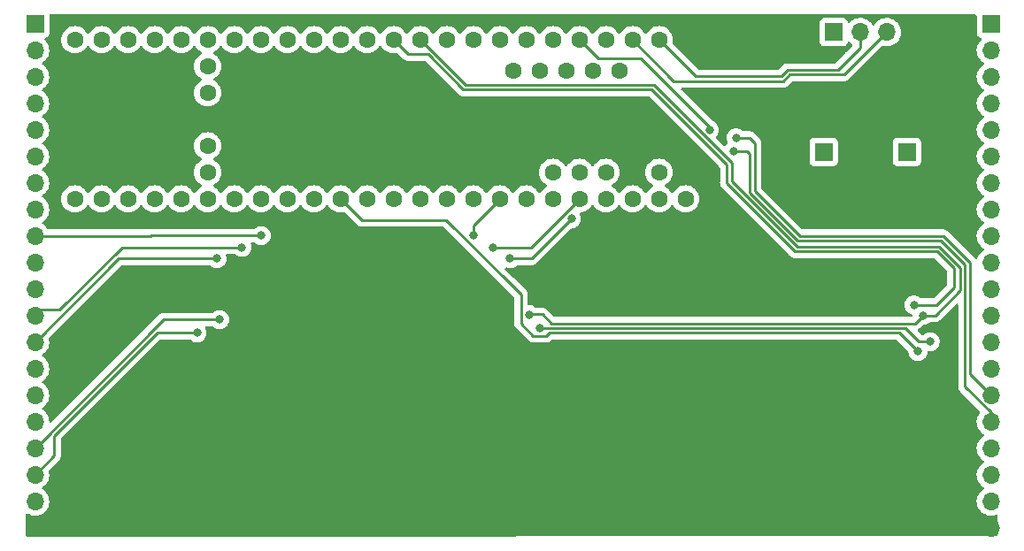
<source format=gbr>
G04 #@! TF.GenerationSoftware,KiCad,Pcbnew,(6.0.7-1)-1*
G04 #@! TF.CreationDate,2022-10-14T20:53:50-04:00*
G04 #@! TF.ProjectId,ebike_TFT,6562696b-655f-4544-9654-2e6b69636164,rev?*
G04 #@! TF.SameCoordinates,Original*
G04 #@! TF.FileFunction,Copper,L1,Top*
G04 #@! TF.FilePolarity,Positive*
%FSLAX46Y46*%
G04 Gerber Fmt 4.6, Leading zero omitted, Abs format (unit mm)*
G04 Created by KiCad (PCBNEW (6.0.7-1)-1) date 2022-10-14 20:53:50*
%MOMM*%
%LPD*%
G01*
G04 APERTURE LIST*
G04 #@! TA.AperFunction,ComponentPad*
%ADD10C,1.600000*%
G04 #@! TD*
G04 #@! TA.AperFunction,ComponentPad*
%ADD11R,1.600000X1.600000*%
G04 #@! TD*
G04 #@! TA.AperFunction,ComponentPad*
%ADD12R,1.700000X1.700000*%
G04 #@! TD*
G04 #@! TA.AperFunction,ComponentPad*
%ADD13O,1.700000X1.700000*%
G04 #@! TD*
G04 #@! TA.AperFunction,ViaPad*
%ADD14C,0.800000*%
G04 #@! TD*
G04 #@! TA.AperFunction,Conductor*
%ADD15C,0.250000*%
G04 #@! TD*
G04 APERTURE END LIST*
D10*
X46990000Y-26924000D03*
X44450000Y-26924000D03*
X41910000Y-26924000D03*
X39370000Y-26924000D03*
X49530000Y-26924000D03*
X52070000Y-26924000D03*
X54610000Y-26924000D03*
X36830000Y-26924000D03*
X34290000Y-26924000D03*
X31750000Y-26924000D03*
X29210000Y-26924000D03*
X41910000Y-29464000D03*
X41910000Y-32004000D03*
X41910000Y-34544000D03*
X41910000Y-37084000D03*
X41910000Y-39624000D03*
X29210000Y-42164000D03*
X31750000Y-42164000D03*
X34290000Y-42164000D03*
X36830000Y-42164000D03*
X39370000Y-42164000D03*
X41910000Y-42164000D03*
X44450000Y-42164000D03*
X46990000Y-42164000D03*
X57150000Y-26924000D03*
X59690000Y-26924000D03*
X62230000Y-26924000D03*
X64770000Y-26924000D03*
X67310000Y-26924000D03*
X69850000Y-26924000D03*
X72390000Y-26924000D03*
X74930000Y-26924000D03*
X77470000Y-26924000D03*
X80010000Y-26924000D03*
X82550000Y-26924000D03*
X85090000Y-26924000D03*
D11*
X87630000Y-26924000D03*
D10*
X49530000Y-42164000D03*
X52070000Y-42164000D03*
X54610000Y-42164000D03*
X57150000Y-42164000D03*
X59690000Y-42164000D03*
X62230000Y-42164000D03*
X64770000Y-42164000D03*
X67310000Y-42164000D03*
X69850000Y-42164000D03*
X72390000Y-42164000D03*
X74930000Y-42164000D03*
X77470000Y-42164000D03*
X80010000Y-42164000D03*
X82550000Y-42164000D03*
X85090000Y-42164000D03*
X87630000Y-42164000D03*
X85090000Y-39624000D03*
X80010000Y-39624000D03*
X77470000Y-39624000D03*
X74930000Y-39624000D03*
X81280000Y-29924000D03*
X78740000Y-29924000D03*
X76200000Y-29924000D03*
X73660000Y-29924000D03*
X71120000Y-29924000D03*
D12*
X116840000Y-25400000D03*
D13*
X116840000Y-27940000D03*
X116840000Y-30480000D03*
X116840000Y-33020000D03*
X116840000Y-35560000D03*
X116840000Y-38100000D03*
X116840000Y-40640000D03*
X116840000Y-43180000D03*
X116840000Y-45720000D03*
X116840000Y-48260000D03*
X116840000Y-50800000D03*
X116840000Y-53340000D03*
X116840000Y-55880000D03*
X116840000Y-58420000D03*
X116840000Y-60960000D03*
X116840000Y-63500000D03*
X116840000Y-66040000D03*
X116840000Y-68580000D03*
X116840000Y-71120000D03*
X116840000Y-73660000D03*
D12*
X25400000Y-25400000D03*
D13*
X25400000Y-27940000D03*
X25400000Y-30480000D03*
X25400000Y-33020000D03*
X25400000Y-35560000D03*
X25400000Y-38100000D03*
X25400000Y-40640000D03*
X25400000Y-43180000D03*
X25400000Y-45720000D03*
X25400000Y-48260000D03*
X25400000Y-50800000D03*
X25400000Y-53340000D03*
X25400000Y-55880000D03*
X25400000Y-58420000D03*
X25400000Y-60960000D03*
X25400000Y-63500000D03*
X25400000Y-66040000D03*
X25400000Y-68580000D03*
X25400000Y-71120000D03*
X25400000Y-73660000D03*
D12*
X101800000Y-26200000D03*
D13*
X104340000Y-26200000D03*
X106880000Y-26200000D03*
X109420000Y-26200000D03*
D12*
X100850000Y-37650000D03*
D13*
X100850000Y-35110000D03*
D12*
X108800000Y-37650000D03*
D13*
X108800000Y-35110000D03*
D14*
X76708000Y-44069000D03*
X109855000Y-56769000D03*
X109474000Y-52324000D03*
X92202000Y-37592000D03*
X92456000Y-36322000D03*
X89916000Y-35560000D03*
X73655001Y-54544999D03*
X111030000Y-55830000D03*
X40894000Y-54991000D03*
X43053000Y-53721000D03*
X72644000Y-53232003D03*
X110325000Y-53325000D03*
X42797000Y-47879000D03*
X70847000Y-47879000D03*
X45204999Y-46795001D03*
X69204999Y-46795001D03*
X67330000Y-45670000D03*
X47030000Y-45670000D03*
D15*
X85090000Y-26924000D02*
X88596000Y-30430000D01*
X88596000Y-30430000D02*
X96783604Y-30430000D01*
X103401500Y-28653500D02*
X103401500Y-28598500D01*
X96783604Y-30430000D02*
X97393604Y-29820000D01*
X97393604Y-29820000D02*
X102235000Y-29820000D01*
X102235000Y-29820000D02*
X103401500Y-28653500D01*
X103401500Y-28598500D02*
X104340000Y-27660000D01*
X104340000Y-27660000D02*
X104340000Y-26200000D01*
X40894000Y-54991000D02*
X37085396Y-54991000D01*
X37085396Y-54991000D02*
X27242198Y-64834198D01*
X27242198Y-64834198D02*
X27242198Y-66737802D01*
X27242198Y-66737802D02*
X25400000Y-68580000D01*
X43053000Y-53721000D02*
X37719000Y-53721000D01*
X37719000Y-53721000D02*
X25400000Y-66040000D01*
X76708000Y-44069000D02*
X72898000Y-47879000D01*
X72898000Y-47879000D02*
X70847000Y-47879000D01*
X25400000Y-55880000D02*
X33401000Y-47879000D01*
X33401000Y-47879000D02*
X42797000Y-47879000D01*
X110325000Y-53325000D02*
X109555001Y-54094999D01*
X74795999Y-54094999D02*
X73914000Y-53213000D01*
X109555001Y-54094999D02*
X74795999Y-54094999D01*
X73914000Y-53213000D02*
X72663003Y-53213000D01*
X72663003Y-53213000D02*
X72644000Y-53232003D01*
X73049999Y-55269999D02*
X74319999Y-55269999D01*
X74594999Y-54994999D02*
X108080999Y-54994999D01*
X74319999Y-55269999D02*
X74594999Y-54994999D01*
X108080999Y-54994999D02*
X109855000Y-56769000D01*
X47030000Y-45670000D02*
X36526000Y-45670000D01*
X25400000Y-45720000D02*
X36476000Y-45720000D01*
X36476000Y-45720000D02*
X36526000Y-45670000D01*
X70739000Y-50165000D02*
X71882000Y-51308000D01*
X56642000Y-44196000D02*
X64750693Y-44196000D01*
X71882000Y-54102000D02*
X73049999Y-55269999D01*
X64750693Y-44196000D02*
X70719693Y-50165000D01*
X71882000Y-51308000D02*
X71882000Y-54102000D01*
X54610000Y-42164000D02*
X56642000Y-44196000D01*
X73655001Y-54544999D02*
X108646999Y-54544999D01*
X108646999Y-54544999D02*
X109932000Y-55830000D01*
X109932000Y-55830000D02*
X111030000Y-55830000D01*
X25400000Y-68580000D02*
X25856410Y-68580000D01*
X59690000Y-26924000D02*
X61087698Y-28321698D01*
X61087698Y-28321698D02*
X62991302Y-28321698D01*
X62991302Y-28321698D02*
X66366257Y-31696653D01*
X66366257Y-31696653D02*
X84390951Y-31696653D01*
X84390951Y-31696653D02*
X91561650Y-38867351D01*
X91561650Y-38867351D02*
X91561650Y-40638838D01*
X91561650Y-40638838D02*
X98108812Y-47186000D01*
X98108812Y-47186000D02*
X111700604Y-47186000D01*
X111700604Y-47186000D02*
X113284000Y-48769396D01*
X113284000Y-48769396D02*
X113284000Y-50673000D01*
X113284000Y-50673000D02*
X111633000Y-52324000D01*
X111633000Y-52324000D02*
X109474000Y-52324000D01*
X62230000Y-26924000D02*
X66552653Y-31246653D01*
X66552653Y-31246653D02*
X84577347Y-31246653D01*
X92065695Y-38735000D02*
X92075000Y-38735000D01*
X84577347Y-31246653D02*
X92065695Y-38735000D01*
X92075000Y-38735000D02*
X92075000Y-40515792D01*
X92075000Y-40515792D02*
X98295208Y-46736000D01*
X113908000Y-48757000D02*
X113908000Y-50927000D01*
X113908000Y-50927000D02*
X111510000Y-53325000D01*
X111510000Y-53325000D02*
X110325000Y-53325000D01*
X98295208Y-46736000D02*
X111887000Y-46736000D01*
X111887000Y-46736000D02*
X113908000Y-48757000D01*
X93530000Y-37592000D02*
X92202000Y-37592000D01*
X93784000Y-37846000D02*
X93530000Y-37592000D01*
X98365604Y-46170000D02*
X93784000Y-41588396D01*
X93784000Y-41588396D02*
X93784000Y-37846000D01*
X98365604Y-46170000D02*
X112081604Y-46170000D01*
X116840000Y-62621701D02*
X114358000Y-60139701D01*
X114358000Y-60139701D02*
X114358000Y-48446396D01*
X114358000Y-48446396D02*
X112081604Y-46170000D01*
X116840000Y-63500000D02*
X116840000Y-62621701D01*
X116840000Y-60960000D02*
X114808000Y-58928000D01*
X114808000Y-58928000D02*
X114808000Y-48260000D01*
X114808000Y-48260000D02*
X112268000Y-45720000D01*
X112268000Y-45720000D02*
X98552000Y-45720000D01*
X98552000Y-45720000D02*
X94234000Y-41402000D01*
X94234000Y-36830000D02*
X93726000Y-36322000D01*
X93726000Y-36322000D02*
X92456000Y-36322000D01*
X94234000Y-41402000D02*
X94234000Y-36830000D01*
X69204999Y-46795001D02*
X72838999Y-46795001D01*
X72838999Y-46795001D02*
X77470000Y-42164000D01*
X67330000Y-45670000D02*
X67330000Y-44684000D01*
X67330000Y-44684000D02*
X69850000Y-42164000D01*
X77470000Y-26924000D02*
X79248000Y-28702000D01*
X79248000Y-28702000D02*
X83312000Y-28702000D01*
X83312000Y-28702000D02*
X89916000Y-35306000D01*
X97580000Y-30270000D02*
X96970000Y-30880000D01*
X96970000Y-30880000D02*
X86506000Y-30880000D01*
X86506000Y-30880000D02*
X82550000Y-26924000D01*
X33754999Y-46795001D02*
X45204999Y-46795001D01*
X27750000Y-52800000D02*
X33754999Y-46795001D01*
X25940000Y-52800000D02*
X27750000Y-52800000D01*
X25400000Y-53340000D02*
X25940000Y-52800000D01*
X97580000Y-30270000D02*
X102810000Y-30270000D01*
X102810000Y-30270000D02*
X106880000Y-26200000D01*
G04 #@! TA.AperFunction,Conductor*
G36*
X115423621Y-24528502D02*
G01*
X115470114Y-24582158D01*
X115481500Y-24634500D01*
X115481500Y-26298134D01*
X115488255Y-26360316D01*
X115539385Y-26496705D01*
X115626739Y-26613261D01*
X115743295Y-26700615D01*
X115751704Y-26703767D01*
X115751705Y-26703768D01*
X115860451Y-26744535D01*
X115917216Y-26787176D01*
X115941916Y-26853738D01*
X115926709Y-26923087D01*
X115907316Y-26949568D01*
X115780629Y-27082138D01*
X115777715Y-27086410D01*
X115777714Y-27086411D01*
X115769717Y-27098134D01*
X115654743Y-27266680D01*
X115628469Y-27323282D01*
X115586703Y-27413261D01*
X115560688Y-27469305D01*
X115500989Y-27684570D01*
X115477251Y-27906695D01*
X115477548Y-27911848D01*
X115477548Y-27911851D01*
X115483011Y-28006590D01*
X115490110Y-28129715D01*
X115491247Y-28134761D01*
X115491248Y-28134767D01*
X115512739Y-28230128D01*
X115539222Y-28347639D01*
X115623266Y-28554616D01*
X115657513Y-28610502D01*
X115733279Y-28734141D01*
X115739987Y-28745088D01*
X115886250Y-28913938D01*
X116058126Y-29056632D01*
X116105322Y-29084211D01*
X116131445Y-29099476D01*
X116180169Y-29151114D01*
X116193240Y-29220897D01*
X116166509Y-29286669D01*
X116126055Y-29320027D01*
X116113607Y-29326507D01*
X116109474Y-29329610D01*
X116109471Y-29329612D01*
X115939100Y-29457530D01*
X115934965Y-29460635D01*
X115780629Y-29622138D01*
X115654743Y-29806680D01*
X115560688Y-30009305D01*
X115500989Y-30224570D01*
X115477251Y-30446695D01*
X115477548Y-30451848D01*
X115477548Y-30451851D01*
X115484721Y-30576248D01*
X115490110Y-30669715D01*
X115491247Y-30674761D01*
X115491248Y-30674767D01*
X115513392Y-30773023D01*
X115539222Y-30887639D01*
X115623266Y-31094616D01*
X115739987Y-31285088D01*
X115886250Y-31453938D01*
X116058126Y-31596632D01*
X116128595Y-31637811D01*
X116131445Y-31639476D01*
X116180169Y-31691114D01*
X116193240Y-31760897D01*
X116166509Y-31826669D01*
X116126055Y-31860027D01*
X116113607Y-31866507D01*
X116109474Y-31869610D01*
X116109471Y-31869612D01*
X115939100Y-31997530D01*
X115934965Y-32000635D01*
X115931393Y-32004373D01*
X115842228Y-32097679D01*
X115780629Y-32162138D01*
X115654743Y-32346680D01*
X115560688Y-32549305D01*
X115500989Y-32764570D01*
X115477251Y-32986695D01*
X115477548Y-32991848D01*
X115477548Y-32991851D01*
X115483011Y-33086590D01*
X115490110Y-33209715D01*
X115491247Y-33214761D01*
X115491248Y-33214767D01*
X115496548Y-33238284D01*
X115539222Y-33427639D01*
X115623266Y-33634616D01*
X115739987Y-33825088D01*
X115886250Y-33993938D01*
X116058126Y-34136632D01*
X116128595Y-34177811D01*
X116131445Y-34179476D01*
X116180169Y-34231114D01*
X116193240Y-34300897D01*
X116166509Y-34366669D01*
X116126055Y-34400027D01*
X116113607Y-34406507D01*
X116109474Y-34409610D01*
X116109471Y-34409612D01*
X115939100Y-34537530D01*
X115934965Y-34540635D01*
X115780629Y-34702138D01*
X115654743Y-34886680D01*
X115560688Y-35089305D01*
X115500989Y-35304570D01*
X115477251Y-35526695D01*
X115477548Y-35531848D01*
X115477548Y-35531851D01*
X115489096Y-35732121D01*
X115490110Y-35749715D01*
X115491247Y-35754761D01*
X115491248Y-35754767D01*
X115513170Y-35852039D01*
X115539222Y-35967639D01*
X115623266Y-36174616D01*
X115625965Y-36179020D01*
X115733665Y-36354771D01*
X115739987Y-36365088D01*
X115886250Y-36533938D01*
X116002078Y-36630100D01*
X116042710Y-36663833D01*
X116058126Y-36676632D01*
X116116355Y-36710658D01*
X116131445Y-36719476D01*
X116180169Y-36771114D01*
X116193240Y-36840897D01*
X116166509Y-36906669D01*
X116126055Y-36940027D01*
X116113607Y-36946507D01*
X116109474Y-36949610D01*
X116109471Y-36949612D01*
X115939100Y-37077530D01*
X115934965Y-37080635D01*
X115780629Y-37242138D01*
X115654743Y-37426680D01*
X115560688Y-37629305D01*
X115500989Y-37844570D01*
X115477251Y-38066695D01*
X115477548Y-38071848D01*
X115477548Y-38071851D01*
X115483011Y-38166590D01*
X115490110Y-38289715D01*
X115491247Y-38294761D01*
X115491248Y-38294767D01*
X115513170Y-38392039D01*
X115539222Y-38507639D01*
X115582959Y-38615350D01*
X115613766Y-38691219D01*
X115623266Y-38714616D01*
X115625965Y-38719020D01*
X115709956Y-38856081D01*
X115739987Y-38905088D01*
X115886250Y-39073938D01*
X116058126Y-39216632D01*
X116128595Y-39257811D01*
X116131445Y-39259476D01*
X116180169Y-39311114D01*
X116193240Y-39380897D01*
X116166509Y-39446669D01*
X116126055Y-39480027D01*
X116113607Y-39486507D01*
X116109474Y-39489610D01*
X116109471Y-39489612D01*
X115939100Y-39617530D01*
X115934965Y-39620635D01*
X115780629Y-39782138D01*
X115654743Y-39966680D01*
X115560688Y-40169305D01*
X115500989Y-40384570D01*
X115477251Y-40606695D01*
X115477548Y-40611848D01*
X115477548Y-40611851D01*
X115487232Y-40779805D01*
X115490110Y-40829715D01*
X115491247Y-40834761D01*
X115491248Y-40834767D01*
X115513170Y-40932039D01*
X115539222Y-41047639D01*
X115623266Y-41254616D01*
X115739987Y-41445088D01*
X115886250Y-41613938D01*
X116058126Y-41756632D01*
X116128595Y-41797811D01*
X116131445Y-41799476D01*
X116180169Y-41851114D01*
X116193240Y-41920897D01*
X116166509Y-41986669D01*
X116126055Y-42020027D01*
X116113607Y-42026507D01*
X116109474Y-42029610D01*
X116109471Y-42029612D01*
X115939100Y-42157530D01*
X115934965Y-42160635D01*
X115780629Y-42322138D01*
X115654743Y-42506680D01*
X115560688Y-42709305D01*
X115500989Y-42924570D01*
X115477251Y-43146695D01*
X115477548Y-43151848D01*
X115477548Y-43151851D01*
X115483011Y-43246590D01*
X115490110Y-43369715D01*
X115491247Y-43374761D01*
X115491248Y-43374767D01*
X115506452Y-43442230D01*
X115539222Y-43587639D01*
X115623266Y-43794616D01*
X115739987Y-43985088D01*
X115886250Y-44153938D01*
X116058126Y-44296632D01*
X116078742Y-44308679D01*
X116131445Y-44339476D01*
X116180169Y-44391114D01*
X116193240Y-44460897D01*
X116166509Y-44526669D01*
X116126055Y-44560027D01*
X116113607Y-44566507D01*
X116109474Y-44569610D01*
X116109471Y-44569612D01*
X115939100Y-44697530D01*
X115934965Y-44700635D01*
X115780629Y-44862138D01*
X115777715Y-44866410D01*
X115777714Y-44866411D01*
X115729020Y-44937794D01*
X115654743Y-45046680D01*
X115616927Y-45128148D01*
X115579471Y-45208841D01*
X115560688Y-45249305D01*
X115500989Y-45464570D01*
X115477251Y-45686695D01*
X115477548Y-45691848D01*
X115477548Y-45691851D01*
X115488851Y-45887873D01*
X115490110Y-45909715D01*
X115491247Y-45914761D01*
X115491248Y-45914767D01*
X115510727Y-46001198D01*
X115539222Y-46127639D01*
X115623266Y-46334616D01*
X115634378Y-46352749D01*
X115702432Y-46463803D01*
X115739987Y-46525088D01*
X115886250Y-46693938D01*
X116058126Y-46836632D01*
X116128595Y-46877811D01*
X116131445Y-46879476D01*
X116180169Y-46931114D01*
X116193240Y-47000897D01*
X116166509Y-47066669D01*
X116126055Y-47100027D01*
X116113607Y-47106507D01*
X116109474Y-47109610D01*
X116109471Y-47109612D01*
X115939100Y-47237530D01*
X115934965Y-47240635D01*
X115780629Y-47402138D01*
X115777715Y-47406410D01*
X115777714Y-47406411D01*
X115737854Y-47464844D01*
X115654743Y-47586680D01*
X115640424Y-47617528D01*
X115565149Y-47779695D01*
X115560688Y-47789305D01*
X115546829Y-47839278D01*
X115545628Y-47843609D01*
X115508148Y-47903906D01*
X115444019Y-47934368D01*
X115373601Y-47925324D01*
X115323017Y-47880503D01*
X115321439Y-47881727D01*
X115316576Y-47875458D01*
X115312542Y-47868637D01*
X115298218Y-47854313D01*
X115285376Y-47839278D01*
X115279321Y-47830944D01*
X115273472Y-47822893D01*
X115239406Y-47794711D01*
X115230627Y-47786722D01*
X112771652Y-45327747D01*
X112764112Y-45319461D01*
X112760000Y-45312982D01*
X112744519Y-45298444D01*
X112710349Y-45266357D01*
X112707507Y-45263602D01*
X112687770Y-45243865D01*
X112684573Y-45241385D01*
X112675551Y-45233680D01*
X112649100Y-45208841D01*
X112643321Y-45203414D01*
X112636375Y-45199595D01*
X112636372Y-45199593D01*
X112625566Y-45193652D01*
X112609047Y-45182801D01*
X112608583Y-45182441D01*
X112593041Y-45170386D01*
X112585772Y-45167241D01*
X112585768Y-45167238D01*
X112552463Y-45152826D01*
X112541813Y-45147609D01*
X112503060Y-45126305D01*
X112483437Y-45121267D01*
X112464734Y-45114863D01*
X112453420Y-45109967D01*
X112453419Y-45109967D01*
X112446145Y-45106819D01*
X112438322Y-45105580D01*
X112438312Y-45105577D01*
X112402476Y-45099901D01*
X112390856Y-45097495D01*
X112355711Y-45088472D01*
X112355710Y-45088472D01*
X112348030Y-45086500D01*
X112327776Y-45086500D01*
X112308065Y-45084949D01*
X112301954Y-45083981D01*
X112288057Y-45081780D01*
X112280165Y-45082526D01*
X112244039Y-45085941D01*
X112232181Y-45086500D01*
X98866595Y-45086500D01*
X98798474Y-45066498D01*
X98777500Y-45049595D01*
X94904405Y-41176500D01*
X94870379Y-41114188D01*
X94867500Y-41087405D01*
X94867500Y-38548134D01*
X99491500Y-38548134D01*
X99498255Y-38610316D01*
X99549385Y-38746705D01*
X99636739Y-38863261D01*
X99753295Y-38950615D01*
X99889684Y-39001745D01*
X99951866Y-39008500D01*
X101748134Y-39008500D01*
X101810316Y-39001745D01*
X101946705Y-38950615D01*
X102063261Y-38863261D01*
X102150615Y-38746705D01*
X102201745Y-38610316D01*
X102208500Y-38548134D01*
X107441500Y-38548134D01*
X107448255Y-38610316D01*
X107499385Y-38746705D01*
X107586739Y-38863261D01*
X107703295Y-38950615D01*
X107839684Y-39001745D01*
X107901866Y-39008500D01*
X109698134Y-39008500D01*
X109760316Y-39001745D01*
X109896705Y-38950615D01*
X110013261Y-38863261D01*
X110100615Y-38746705D01*
X110151745Y-38610316D01*
X110158500Y-38548134D01*
X110158500Y-36751866D01*
X110151745Y-36689684D01*
X110100615Y-36553295D01*
X110013261Y-36436739D01*
X109896705Y-36349385D01*
X109760316Y-36298255D01*
X109698134Y-36291500D01*
X107901866Y-36291500D01*
X107839684Y-36298255D01*
X107703295Y-36349385D01*
X107586739Y-36436739D01*
X107499385Y-36553295D01*
X107448255Y-36689684D01*
X107441500Y-36751866D01*
X107441500Y-38548134D01*
X102208500Y-38548134D01*
X102208500Y-36751866D01*
X102201745Y-36689684D01*
X102150615Y-36553295D01*
X102063261Y-36436739D01*
X101946705Y-36349385D01*
X101810316Y-36298255D01*
X101748134Y-36291500D01*
X99951866Y-36291500D01*
X99889684Y-36298255D01*
X99753295Y-36349385D01*
X99636739Y-36436739D01*
X99549385Y-36553295D01*
X99498255Y-36689684D01*
X99491500Y-36751866D01*
X99491500Y-38548134D01*
X94867500Y-38548134D01*
X94867500Y-36908763D01*
X94868027Y-36897579D01*
X94869701Y-36890091D01*
X94867562Y-36822032D01*
X94867500Y-36818075D01*
X94867500Y-36790144D01*
X94866994Y-36786138D01*
X94866061Y-36774292D01*
X94865357Y-36751866D01*
X94864673Y-36730110D01*
X94859022Y-36710658D01*
X94855014Y-36691306D01*
X94853468Y-36679068D01*
X94853467Y-36679066D01*
X94852474Y-36671203D01*
X94836194Y-36630086D01*
X94832359Y-36618885D01*
X94820018Y-36576406D01*
X94815985Y-36569587D01*
X94815983Y-36569582D01*
X94809707Y-36558971D01*
X94801010Y-36541221D01*
X94793552Y-36522383D01*
X94767571Y-36486623D01*
X94761053Y-36476701D01*
X94742578Y-36445460D01*
X94742574Y-36445455D01*
X94738542Y-36438637D01*
X94724218Y-36424313D01*
X94711376Y-36409278D01*
X94699472Y-36392893D01*
X94665406Y-36364711D01*
X94656627Y-36356722D01*
X94229652Y-35929747D01*
X94222112Y-35921461D01*
X94218000Y-35914982D01*
X94168348Y-35868356D01*
X94165507Y-35865602D01*
X94145770Y-35845865D01*
X94142573Y-35843385D01*
X94133551Y-35835680D01*
X94107100Y-35810841D01*
X94101321Y-35805414D01*
X94094375Y-35801595D01*
X94094372Y-35801593D01*
X94083566Y-35795652D01*
X94067047Y-35784801D01*
X94061048Y-35780148D01*
X94051041Y-35772386D01*
X94043772Y-35769241D01*
X94043768Y-35769238D01*
X94010463Y-35754826D01*
X93999813Y-35749609D01*
X93961060Y-35728305D01*
X93941437Y-35723267D01*
X93922734Y-35716863D01*
X93911420Y-35711967D01*
X93911419Y-35711967D01*
X93904145Y-35708819D01*
X93896322Y-35707580D01*
X93896312Y-35707577D01*
X93860476Y-35701901D01*
X93848856Y-35699495D01*
X93813711Y-35690472D01*
X93813710Y-35690472D01*
X93806030Y-35688500D01*
X93785776Y-35688500D01*
X93766065Y-35686949D01*
X93753886Y-35685020D01*
X93746057Y-35683780D01*
X93738165Y-35684526D01*
X93702039Y-35687941D01*
X93690181Y-35688500D01*
X93164200Y-35688500D01*
X93096079Y-35668498D01*
X93076853Y-35652157D01*
X93076580Y-35652460D01*
X93071668Y-35648037D01*
X93067253Y-35643134D01*
X92957461Y-35563365D01*
X92918094Y-35534763D01*
X92918093Y-35534762D01*
X92912752Y-35530882D01*
X92906724Y-35528198D01*
X92906722Y-35528197D01*
X92744319Y-35455891D01*
X92744318Y-35455891D01*
X92738288Y-35453206D01*
X92644888Y-35433353D01*
X92557944Y-35414872D01*
X92557939Y-35414872D01*
X92551487Y-35413500D01*
X92360513Y-35413500D01*
X92354061Y-35414872D01*
X92354056Y-35414872D01*
X92267112Y-35433353D01*
X92173712Y-35453206D01*
X92167682Y-35455891D01*
X92167681Y-35455891D01*
X92005278Y-35528197D01*
X92005276Y-35528198D01*
X91999248Y-35530882D01*
X91993907Y-35534762D01*
X91993906Y-35534763D01*
X91963787Y-35556646D01*
X91844747Y-35643134D01*
X91840326Y-35648044D01*
X91840325Y-35648045D01*
X91731203Y-35769238D01*
X91716960Y-35785056D01*
X91621473Y-35950444D01*
X91562458Y-36132072D01*
X91561768Y-36138633D01*
X91561768Y-36138635D01*
X91551234Y-36238866D01*
X91542496Y-36322000D01*
X91543186Y-36328565D01*
X91559799Y-36486625D01*
X91562458Y-36511928D01*
X91621473Y-36693556D01*
X91624776Y-36699277D01*
X91624777Y-36699279D01*
X91644978Y-36734268D01*
X91661716Y-36803264D01*
X91638495Y-36870355D01*
X91609920Y-36899204D01*
X91590747Y-36913134D01*
X91586326Y-36918044D01*
X91586325Y-36918045D01*
X91465903Y-37051788D01*
X91405457Y-37089028D01*
X91334474Y-37087676D01*
X91283172Y-37056573D01*
X90582526Y-36355927D01*
X90548500Y-36293615D01*
X90553565Y-36222800D01*
X90577983Y-36182525D01*
X90655040Y-36096944D01*
X90726931Y-35972425D01*
X90747223Y-35937279D01*
X90747224Y-35937278D01*
X90750527Y-35931556D01*
X90809542Y-35749928D01*
X90812604Y-35720801D01*
X90828814Y-35566565D01*
X90829504Y-35560000D01*
X90818280Y-35453206D01*
X90810232Y-35376635D01*
X90810232Y-35376633D01*
X90809542Y-35370072D01*
X90750527Y-35188444D01*
X90655040Y-35023056D01*
X90558503Y-34915840D01*
X90531675Y-34886045D01*
X90531674Y-34886044D01*
X90527253Y-34881134D01*
X90372752Y-34768882D01*
X90366726Y-34766199D01*
X90366719Y-34766195D01*
X90217499Y-34699759D01*
X90179652Y-34673747D01*
X87234500Y-31728595D01*
X87200474Y-31666283D01*
X87205539Y-31595468D01*
X87248086Y-31538632D01*
X87314606Y-31513821D01*
X87323595Y-31513500D01*
X96891233Y-31513500D01*
X96902416Y-31514027D01*
X96909909Y-31515702D01*
X96917835Y-31515453D01*
X96917836Y-31515453D01*
X96977986Y-31513562D01*
X96981945Y-31513500D01*
X97009856Y-31513500D01*
X97013791Y-31513003D01*
X97013856Y-31512995D01*
X97025693Y-31512062D01*
X97057951Y-31511048D01*
X97061970Y-31510922D01*
X97069889Y-31510673D01*
X97089343Y-31505021D01*
X97108700Y-31501013D01*
X97120930Y-31499468D01*
X97120931Y-31499468D01*
X97128797Y-31498474D01*
X97136168Y-31495555D01*
X97136170Y-31495555D01*
X97169912Y-31482196D01*
X97181142Y-31478351D01*
X97215983Y-31468229D01*
X97215984Y-31468229D01*
X97223593Y-31466018D01*
X97230412Y-31461985D01*
X97230417Y-31461983D01*
X97241028Y-31455707D01*
X97258776Y-31447012D01*
X97277617Y-31439552D01*
X97313387Y-31413564D01*
X97323307Y-31407048D01*
X97354535Y-31388580D01*
X97354538Y-31388578D01*
X97361362Y-31384542D01*
X97375683Y-31370221D01*
X97390717Y-31357380D01*
X97400694Y-31350131D01*
X97407107Y-31345472D01*
X97435298Y-31311395D01*
X97443288Y-31302616D01*
X97805499Y-30940405D01*
X97867811Y-30906379D01*
X97894594Y-30903500D01*
X102731233Y-30903500D01*
X102742416Y-30904027D01*
X102749909Y-30905702D01*
X102757835Y-30905453D01*
X102757836Y-30905453D01*
X102817986Y-30903562D01*
X102821945Y-30903500D01*
X102849856Y-30903500D01*
X102853791Y-30903003D01*
X102853856Y-30902995D01*
X102865693Y-30902062D01*
X102897951Y-30901048D01*
X102901970Y-30900922D01*
X102909889Y-30900673D01*
X102929343Y-30895021D01*
X102948700Y-30891013D01*
X102960930Y-30889468D01*
X102960931Y-30889468D01*
X102968797Y-30888474D01*
X102976168Y-30885555D01*
X102976170Y-30885555D01*
X103009912Y-30872196D01*
X103021142Y-30868351D01*
X103055983Y-30858229D01*
X103055984Y-30858229D01*
X103063593Y-30856018D01*
X103070412Y-30851985D01*
X103070417Y-30851983D01*
X103081028Y-30845707D01*
X103098776Y-30837012D01*
X103117617Y-30829552D01*
X103153387Y-30803564D01*
X103163307Y-30797048D01*
X103194535Y-30778580D01*
X103194538Y-30778578D01*
X103201362Y-30774542D01*
X103215683Y-30760221D01*
X103230717Y-30747380D01*
X103240694Y-30740131D01*
X103247107Y-30735472D01*
X103275298Y-30701395D01*
X103283288Y-30692616D01*
X106424549Y-27551355D01*
X106486861Y-27517329D01*
X106538762Y-27516979D01*
X106718597Y-27553567D01*
X106723772Y-27553757D01*
X106723774Y-27553757D01*
X106936673Y-27561564D01*
X106936677Y-27561564D01*
X106941837Y-27561753D01*
X106946957Y-27561097D01*
X106946959Y-27561097D01*
X107158288Y-27534025D01*
X107158289Y-27534025D01*
X107163416Y-27533368D01*
X107168366Y-27531883D01*
X107372429Y-27470661D01*
X107372434Y-27470659D01*
X107377384Y-27469174D01*
X107577994Y-27370896D01*
X107759860Y-27241173D01*
X107918096Y-27083489D01*
X108048453Y-26902077D01*
X108058059Y-26882642D01*
X108145136Y-26706453D01*
X108145137Y-26706451D01*
X108147430Y-26701811D01*
X108212370Y-26488069D01*
X108241529Y-26266590D01*
X108243156Y-26200000D01*
X108224852Y-25977361D01*
X108170431Y-25760702D01*
X108081354Y-25555840D01*
X107960014Y-25368277D01*
X107809670Y-25203051D01*
X107805619Y-25199852D01*
X107805615Y-25199848D01*
X107638414Y-25067800D01*
X107638410Y-25067798D01*
X107634359Y-25064598D01*
X107438789Y-24956638D01*
X107433920Y-24954914D01*
X107433916Y-24954912D01*
X107233087Y-24883795D01*
X107233083Y-24883794D01*
X107228212Y-24882069D01*
X107223119Y-24881162D01*
X107223116Y-24881161D01*
X107013373Y-24843800D01*
X107013367Y-24843799D01*
X107008284Y-24842894D01*
X106934452Y-24841992D01*
X106790081Y-24840228D01*
X106790079Y-24840228D01*
X106784911Y-24840165D01*
X106564091Y-24873955D01*
X106351756Y-24943357D01*
X106153607Y-25046507D01*
X106149474Y-25049610D01*
X106149471Y-25049612D01*
X105979100Y-25177530D01*
X105974965Y-25180635D01*
X105971393Y-25184373D01*
X105863729Y-25297037D01*
X105820629Y-25342138D01*
X105713201Y-25499621D01*
X105658293Y-25544621D01*
X105587768Y-25552792D01*
X105524021Y-25521538D01*
X105503324Y-25497054D01*
X105422822Y-25372617D01*
X105422820Y-25372614D01*
X105420014Y-25368277D01*
X105269670Y-25203051D01*
X105265619Y-25199852D01*
X105265615Y-25199848D01*
X105098414Y-25067800D01*
X105098410Y-25067798D01*
X105094359Y-25064598D01*
X104898789Y-24956638D01*
X104893920Y-24954914D01*
X104893916Y-24954912D01*
X104693087Y-24883795D01*
X104693083Y-24883794D01*
X104688212Y-24882069D01*
X104683119Y-24881162D01*
X104683116Y-24881161D01*
X104473373Y-24843800D01*
X104473367Y-24843799D01*
X104468284Y-24842894D01*
X104394452Y-24841992D01*
X104250081Y-24840228D01*
X104250079Y-24840228D01*
X104244911Y-24840165D01*
X104024091Y-24873955D01*
X103811756Y-24943357D01*
X103613607Y-25046507D01*
X103609474Y-25049610D01*
X103609471Y-25049612D01*
X103439100Y-25177530D01*
X103434965Y-25180635D01*
X103378537Y-25239684D01*
X103354283Y-25265064D01*
X103292759Y-25300494D01*
X103221846Y-25297037D01*
X103164060Y-25255791D01*
X103145207Y-25222243D01*
X103103767Y-25111703D01*
X103100615Y-25103295D01*
X103013261Y-24986739D01*
X102896705Y-24899385D01*
X102760316Y-24848255D01*
X102698134Y-24841500D01*
X100901866Y-24841500D01*
X100839684Y-24848255D01*
X100703295Y-24899385D01*
X100586739Y-24986739D01*
X100499385Y-25103295D01*
X100448255Y-25239684D01*
X100441500Y-25301866D01*
X100441500Y-27098134D01*
X100448255Y-27160316D01*
X100499385Y-27296705D01*
X100586739Y-27413261D01*
X100703295Y-27500615D01*
X100839684Y-27551745D01*
X100901866Y-27558500D01*
X102698134Y-27558500D01*
X102760316Y-27551745D01*
X102896705Y-27500615D01*
X103013261Y-27413261D01*
X103100615Y-27296705D01*
X103131042Y-27215541D01*
X103144598Y-27179382D01*
X103187240Y-27122618D01*
X103253802Y-27097918D01*
X103323150Y-27113126D01*
X103357817Y-27141114D01*
X103386250Y-27173938D01*
X103558126Y-27316632D01*
X103562583Y-27319237D01*
X103566828Y-27322209D01*
X103566077Y-27323282D01*
X103610589Y-27370452D01*
X103623664Y-27440235D01*
X103596935Y-27506008D01*
X103587393Y-27516702D01*
X103009247Y-28094848D01*
X103000961Y-28102388D01*
X102994482Y-28106500D01*
X102989057Y-28112277D01*
X102947857Y-28156151D01*
X102945102Y-28158993D01*
X102925365Y-28178730D01*
X102922885Y-28181927D01*
X102915182Y-28190947D01*
X102884914Y-28223179D01*
X102881095Y-28230125D01*
X102881093Y-28230128D01*
X102875152Y-28240934D01*
X102864301Y-28257453D01*
X102851886Y-28273459D01*
X102848740Y-28280730D01*
X102835684Y-28310899D01*
X102809142Y-28349954D01*
X102009499Y-29149596D01*
X101947187Y-29183621D01*
X101920404Y-29186500D01*
X97472371Y-29186500D01*
X97461188Y-29185973D01*
X97453695Y-29184298D01*
X97445769Y-29184547D01*
X97445768Y-29184547D01*
X97385618Y-29186438D01*
X97381659Y-29186500D01*
X97353748Y-29186500D01*
X97349814Y-29186997D01*
X97349813Y-29186997D01*
X97349748Y-29187005D01*
X97337911Y-29187938D01*
X97306094Y-29188938D01*
X97301633Y-29189078D01*
X97293714Y-29189327D01*
X97276058Y-29194456D01*
X97274262Y-29194978D01*
X97254910Y-29198986D01*
X97247839Y-29199880D01*
X97234807Y-29201526D01*
X97227438Y-29204443D01*
X97227436Y-29204444D01*
X97193701Y-29217800D01*
X97182473Y-29221645D01*
X97140011Y-29233982D01*
X97133189Y-29238016D01*
X97133183Y-29238019D01*
X97122572Y-29244294D01*
X97104822Y-29252990D01*
X97093360Y-29257528D01*
X97093355Y-29257531D01*
X97085987Y-29260448D01*
X97070962Y-29271364D01*
X97050229Y-29286427D01*
X97040311Y-29292943D01*
X97021623Y-29303995D01*
X97002241Y-29315458D01*
X96987917Y-29329782D01*
X96972885Y-29342621D01*
X96956497Y-29354528D01*
X96948381Y-29364339D01*
X96928316Y-29388593D01*
X96920326Y-29397373D01*
X96558104Y-29759595D01*
X96495792Y-29793621D01*
X96469009Y-29796500D01*
X88910594Y-29796500D01*
X88842473Y-29776498D01*
X88821499Y-29759595D01*
X86399152Y-27337248D01*
X86365126Y-27274936D01*
X86366541Y-27215541D01*
X86382118Y-27157409D01*
X86382120Y-27157398D01*
X86383543Y-27152087D01*
X86403498Y-26924000D01*
X86383543Y-26695913D01*
X86360000Y-26608050D01*
X86325707Y-26480067D01*
X86325706Y-26480065D01*
X86324284Y-26474757D01*
X86270148Y-26358661D01*
X86229849Y-26272238D01*
X86229846Y-26272233D01*
X86227523Y-26267251D01*
X86096198Y-26079700D01*
X85934300Y-25917802D01*
X85929792Y-25914645D01*
X85929789Y-25914643D01*
X85851611Y-25859902D01*
X85746749Y-25786477D01*
X85741767Y-25784154D01*
X85741762Y-25784151D01*
X85544225Y-25692039D01*
X85544224Y-25692039D01*
X85539243Y-25689716D01*
X85533935Y-25688294D01*
X85533933Y-25688293D01*
X85323402Y-25631881D01*
X85323400Y-25631881D01*
X85318087Y-25630457D01*
X85090000Y-25610502D01*
X84861913Y-25630457D01*
X84856600Y-25631881D01*
X84856598Y-25631881D01*
X84646067Y-25688293D01*
X84646065Y-25688294D01*
X84640757Y-25689716D01*
X84635776Y-25692039D01*
X84635775Y-25692039D01*
X84438238Y-25784151D01*
X84438233Y-25784154D01*
X84433251Y-25786477D01*
X84328389Y-25859902D01*
X84250211Y-25914643D01*
X84250208Y-25914645D01*
X84245700Y-25917802D01*
X84083802Y-26079700D01*
X83952477Y-26267251D01*
X83950154Y-26272233D01*
X83950151Y-26272238D01*
X83934195Y-26306457D01*
X83887278Y-26359742D01*
X83819001Y-26379203D01*
X83751041Y-26358661D01*
X83705805Y-26306457D01*
X83689849Y-26272238D01*
X83689846Y-26272233D01*
X83687523Y-26267251D01*
X83556198Y-26079700D01*
X83394300Y-25917802D01*
X83389792Y-25914645D01*
X83389789Y-25914643D01*
X83311611Y-25859902D01*
X83206749Y-25786477D01*
X83201767Y-25784154D01*
X83201762Y-25784151D01*
X83004225Y-25692039D01*
X83004224Y-25692039D01*
X82999243Y-25689716D01*
X82993935Y-25688294D01*
X82993933Y-25688293D01*
X82783402Y-25631881D01*
X82783400Y-25631881D01*
X82778087Y-25630457D01*
X82550000Y-25610502D01*
X82321913Y-25630457D01*
X82316600Y-25631881D01*
X82316598Y-25631881D01*
X82106067Y-25688293D01*
X82106065Y-25688294D01*
X82100757Y-25689716D01*
X82095776Y-25692039D01*
X82095775Y-25692039D01*
X81898238Y-25784151D01*
X81898233Y-25784154D01*
X81893251Y-25786477D01*
X81788389Y-25859902D01*
X81710211Y-25914643D01*
X81710208Y-25914645D01*
X81705700Y-25917802D01*
X81543802Y-26079700D01*
X81412477Y-26267251D01*
X81410154Y-26272233D01*
X81410151Y-26272238D01*
X81394195Y-26306457D01*
X81347278Y-26359742D01*
X81279001Y-26379203D01*
X81211041Y-26358661D01*
X81165805Y-26306457D01*
X81149849Y-26272238D01*
X81149846Y-26272233D01*
X81147523Y-26267251D01*
X81016198Y-26079700D01*
X80854300Y-25917802D01*
X80849792Y-25914645D01*
X80849789Y-25914643D01*
X80771611Y-25859902D01*
X80666749Y-25786477D01*
X80661767Y-25784154D01*
X80661762Y-25784151D01*
X80464225Y-25692039D01*
X80464224Y-25692039D01*
X80459243Y-25689716D01*
X80453935Y-25688294D01*
X80453933Y-25688293D01*
X80243402Y-25631881D01*
X80243400Y-25631881D01*
X80238087Y-25630457D01*
X80010000Y-25610502D01*
X79781913Y-25630457D01*
X79776600Y-25631881D01*
X79776598Y-25631881D01*
X79566067Y-25688293D01*
X79566065Y-25688294D01*
X79560757Y-25689716D01*
X79555776Y-25692039D01*
X79555775Y-25692039D01*
X79358238Y-25784151D01*
X79358233Y-25784154D01*
X79353251Y-25786477D01*
X79248389Y-25859902D01*
X79170211Y-25914643D01*
X79170208Y-25914645D01*
X79165700Y-25917802D01*
X79003802Y-26079700D01*
X78872477Y-26267251D01*
X78870154Y-26272233D01*
X78870151Y-26272238D01*
X78854195Y-26306457D01*
X78807278Y-26359742D01*
X78739001Y-26379203D01*
X78671041Y-26358661D01*
X78625805Y-26306457D01*
X78609849Y-26272238D01*
X78609846Y-26272233D01*
X78607523Y-26267251D01*
X78476198Y-26079700D01*
X78314300Y-25917802D01*
X78309792Y-25914645D01*
X78309789Y-25914643D01*
X78231611Y-25859902D01*
X78126749Y-25786477D01*
X78121767Y-25784154D01*
X78121762Y-25784151D01*
X77924225Y-25692039D01*
X77924224Y-25692039D01*
X77919243Y-25689716D01*
X77913935Y-25688294D01*
X77913933Y-25688293D01*
X77703402Y-25631881D01*
X77703400Y-25631881D01*
X77698087Y-25630457D01*
X77470000Y-25610502D01*
X77241913Y-25630457D01*
X77236600Y-25631881D01*
X77236598Y-25631881D01*
X77026067Y-25688293D01*
X77026065Y-25688294D01*
X77020757Y-25689716D01*
X77015776Y-25692039D01*
X77015775Y-25692039D01*
X76818238Y-25784151D01*
X76818233Y-25784154D01*
X76813251Y-25786477D01*
X76708389Y-25859902D01*
X76630211Y-25914643D01*
X76630208Y-25914645D01*
X76625700Y-25917802D01*
X76463802Y-26079700D01*
X76332477Y-26267251D01*
X76330154Y-26272233D01*
X76330151Y-26272238D01*
X76314195Y-26306457D01*
X76267278Y-26359742D01*
X76199001Y-26379203D01*
X76131041Y-26358661D01*
X76085805Y-26306457D01*
X76069849Y-26272238D01*
X76069846Y-26272233D01*
X76067523Y-26267251D01*
X75936198Y-26079700D01*
X75774300Y-25917802D01*
X75769792Y-25914645D01*
X75769789Y-25914643D01*
X75691611Y-25859902D01*
X75586749Y-25786477D01*
X75581767Y-25784154D01*
X75581762Y-25784151D01*
X75384225Y-25692039D01*
X75384224Y-25692039D01*
X75379243Y-25689716D01*
X75373935Y-25688294D01*
X75373933Y-25688293D01*
X75163402Y-25631881D01*
X75163400Y-25631881D01*
X75158087Y-25630457D01*
X74930000Y-25610502D01*
X74701913Y-25630457D01*
X74696600Y-25631881D01*
X74696598Y-25631881D01*
X74486067Y-25688293D01*
X74486065Y-25688294D01*
X74480757Y-25689716D01*
X74475776Y-25692039D01*
X74475775Y-25692039D01*
X74278238Y-25784151D01*
X74278233Y-25784154D01*
X74273251Y-25786477D01*
X74168389Y-25859902D01*
X74090211Y-25914643D01*
X74090208Y-25914645D01*
X74085700Y-25917802D01*
X73923802Y-26079700D01*
X73792477Y-26267251D01*
X73790154Y-26272233D01*
X73790151Y-26272238D01*
X73774195Y-26306457D01*
X73727278Y-26359742D01*
X73659001Y-26379203D01*
X73591041Y-26358661D01*
X73545805Y-26306457D01*
X73529849Y-26272238D01*
X73529846Y-26272233D01*
X73527523Y-26267251D01*
X73396198Y-26079700D01*
X73234300Y-25917802D01*
X73229792Y-25914645D01*
X73229789Y-25914643D01*
X73151611Y-25859902D01*
X73046749Y-25786477D01*
X73041767Y-25784154D01*
X73041762Y-25784151D01*
X72844225Y-25692039D01*
X72844224Y-25692039D01*
X72839243Y-25689716D01*
X72833935Y-25688294D01*
X72833933Y-25688293D01*
X72623402Y-25631881D01*
X72623400Y-25631881D01*
X72618087Y-25630457D01*
X72390000Y-25610502D01*
X72161913Y-25630457D01*
X72156600Y-25631881D01*
X72156598Y-25631881D01*
X71946067Y-25688293D01*
X71946065Y-25688294D01*
X71940757Y-25689716D01*
X71935776Y-25692039D01*
X71935775Y-25692039D01*
X71738238Y-25784151D01*
X71738233Y-25784154D01*
X71733251Y-25786477D01*
X71628389Y-25859902D01*
X71550211Y-25914643D01*
X71550208Y-25914645D01*
X71545700Y-25917802D01*
X71383802Y-26079700D01*
X71252477Y-26267251D01*
X71250154Y-26272233D01*
X71250151Y-26272238D01*
X71234195Y-26306457D01*
X71187278Y-26359742D01*
X71119001Y-26379203D01*
X71051041Y-26358661D01*
X71005805Y-26306457D01*
X70989849Y-26272238D01*
X70989846Y-26272233D01*
X70987523Y-26267251D01*
X70856198Y-26079700D01*
X70694300Y-25917802D01*
X70689792Y-25914645D01*
X70689789Y-25914643D01*
X70611611Y-25859902D01*
X70506749Y-25786477D01*
X70501767Y-25784154D01*
X70501762Y-25784151D01*
X70304225Y-25692039D01*
X70304224Y-25692039D01*
X70299243Y-25689716D01*
X70293935Y-25688294D01*
X70293933Y-25688293D01*
X70083402Y-25631881D01*
X70083400Y-25631881D01*
X70078087Y-25630457D01*
X69850000Y-25610502D01*
X69621913Y-25630457D01*
X69616600Y-25631881D01*
X69616598Y-25631881D01*
X69406067Y-25688293D01*
X69406065Y-25688294D01*
X69400757Y-25689716D01*
X69395776Y-25692039D01*
X69395775Y-25692039D01*
X69198238Y-25784151D01*
X69198233Y-25784154D01*
X69193251Y-25786477D01*
X69088389Y-25859902D01*
X69010211Y-25914643D01*
X69010208Y-25914645D01*
X69005700Y-25917802D01*
X68843802Y-26079700D01*
X68712477Y-26267251D01*
X68710154Y-26272233D01*
X68710151Y-26272238D01*
X68694195Y-26306457D01*
X68647278Y-26359742D01*
X68579001Y-26379203D01*
X68511041Y-26358661D01*
X68465805Y-26306457D01*
X68449849Y-26272238D01*
X68449846Y-26272233D01*
X68447523Y-26267251D01*
X68316198Y-26079700D01*
X68154300Y-25917802D01*
X68149792Y-25914645D01*
X68149789Y-25914643D01*
X68071611Y-25859902D01*
X67966749Y-25786477D01*
X67961767Y-25784154D01*
X67961762Y-25784151D01*
X67764225Y-25692039D01*
X67764224Y-25692039D01*
X67759243Y-25689716D01*
X67753935Y-25688294D01*
X67753933Y-25688293D01*
X67543402Y-25631881D01*
X67543400Y-25631881D01*
X67538087Y-25630457D01*
X67310000Y-25610502D01*
X67081913Y-25630457D01*
X67076600Y-25631881D01*
X67076598Y-25631881D01*
X66866067Y-25688293D01*
X66866065Y-25688294D01*
X66860757Y-25689716D01*
X66855776Y-25692039D01*
X66855775Y-25692039D01*
X66658238Y-25784151D01*
X66658233Y-25784154D01*
X66653251Y-25786477D01*
X66548389Y-25859902D01*
X66470211Y-25914643D01*
X66470208Y-25914645D01*
X66465700Y-25917802D01*
X66303802Y-26079700D01*
X66172477Y-26267251D01*
X66170154Y-26272233D01*
X66170151Y-26272238D01*
X66154195Y-26306457D01*
X66107278Y-26359742D01*
X66039001Y-26379203D01*
X65971041Y-26358661D01*
X65925805Y-26306457D01*
X65909849Y-26272238D01*
X65909846Y-26272233D01*
X65907523Y-26267251D01*
X65776198Y-26079700D01*
X65614300Y-25917802D01*
X65609792Y-25914645D01*
X65609789Y-25914643D01*
X65531611Y-25859902D01*
X65426749Y-25786477D01*
X65421767Y-25784154D01*
X65421762Y-25784151D01*
X65224225Y-25692039D01*
X65224224Y-25692039D01*
X65219243Y-25689716D01*
X65213935Y-25688294D01*
X65213933Y-25688293D01*
X65003402Y-25631881D01*
X65003400Y-25631881D01*
X64998087Y-25630457D01*
X64770000Y-25610502D01*
X64541913Y-25630457D01*
X64536600Y-25631881D01*
X64536598Y-25631881D01*
X64326067Y-25688293D01*
X64326065Y-25688294D01*
X64320757Y-25689716D01*
X64315776Y-25692039D01*
X64315775Y-25692039D01*
X64118238Y-25784151D01*
X64118233Y-25784154D01*
X64113251Y-25786477D01*
X64008389Y-25859902D01*
X63930211Y-25914643D01*
X63930208Y-25914645D01*
X63925700Y-25917802D01*
X63763802Y-26079700D01*
X63632477Y-26267251D01*
X63630154Y-26272233D01*
X63630151Y-26272238D01*
X63614195Y-26306457D01*
X63567278Y-26359742D01*
X63499001Y-26379203D01*
X63431041Y-26358661D01*
X63385805Y-26306457D01*
X63369849Y-26272238D01*
X63369846Y-26272233D01*
X63367523Y-26267251D01*
X63236198Y-26079700D01*
X63074300Y-25917802D01*
X63069792Y-25914645D01*
X63069789Y-25914643D01*
X62991611Y-25859902D01*
X62886749Y-25786477D01*
X62881767Y-25784154D01*
X62881762Y-25784151D01*
X62684225Y-25692039D01*
X62684224Y-25692039D01*
X62679243Y-25689716D01*
X62673935Y-25688294D01*
X62673933Y-25688293D01*
X62463402Y-25631881D01*
X62463400Y-25631881D01*
X62458087Y-25630457D01*
X62230000Y-25610502D01*
X62001913Y-25630457D01*
X61996600Y-25631881D01*
X61996598Y-25631881D01*
X61786067Y-25688293D01*
X61786065Y-25688294D01*
X61780757Y-25689716D01*
X61775776Y-25692039D01*
X61775775Y-25692039D01*
X61578238Y-25784151D01*
X61578233Y-25784154D01*
X61573251Y-25786477D01*
X61468389Y-25859902D01*
X61390211Y-25914643D01*
X61390208Y-25914645D01*
X61385700Y-25917802D01*
X61223802Y-26079700D01*
X61092477Y-26267251D01*
X61090154Y-26272233D01*
X61090151Y-26272238D01*
X61074195Y-26306457D01*
X61027278Y-26359742D01*
X60959001Y-26379203D01*
X60891041Y-26358661D01*
X60845805Y-26306457D01*
X60829849Y-26272238D01*
X60829846Y-26272233D01*
X60827523Y-26267251D01*
X60696198Y-26079700D01*
X60534300Y-25917802D01*
X60529792Y-25914645D01*
X60529789Y-25914643D01*
X60451611Y-25859902D01*
X60346749Y-25786477D01*
X60341767Y-25784154D01*
X60341762Y-25784151D01*
X60144225Y-25692039D01*
X60144224Y-25692039D01*
X60139243Y-25689716D01*
X60133935Y-25688294D01*
X60133933Y-25688293D01*
X59923402Y-25631881D01*
X59923400Y-25631881D01*
X59918087Y-25630457D01*
X59690000Y-25610502D01*
X59461913Y-25630457D01*
X59456600Y-25631881D01*
X59456598Y-25631881D01*
X59246067Y-25688293D01*
X59246065Y-25688294D01*
X59240757Y-25689716D01*
X59235776Y-25692039D01*
X59235775Y-25692039D01*
X59038238Y-25784151D01*
X59038233Y-25784154D01*
X59033251Y-25786477D01*
X58928389Y-25859902D01*
X58850211Y-25914643D01*
X58850208Y-25914645D01*
X58845700Y-25917802D01*
X58683802Y-26079700D01*
X58552477Y-26267251D01*
X58550154Y-26272233D01*
X58550151Y-26272238D01*
X58534195Y-26306457D01*
X58487278Y-26359742D01*
X58419001Y-26379203D01*
X58351041Y-26358661D01*
X58305805Y-26306457D01*
X58289849Y-26272238D01*
X58289846Y-26272233D01*
X58287523Y-26267251D01*
X58156198Y-26079700D01*
X57994300Y-25917802D01*
X57989792Y-25914645D01*
X57989789Y-25914643D01*
X57911611Y-25859902D01*
X57806749Y-25786477D01*
X57801767Y-25784154D01*
X57801762Y-25784151D01*
X57604225Y-25692039D01*
X57604224Y-25692039D01*
X57599243Y-25689716D01*
X57593935Y-25688294D01*
X57593933Y-25688293D01*
X57383402Y-25631881D01*
X57383400Y-25631881D01*
X57378087Y-25630457D01*
X57150000Y-25610502D01*
X56921913Y-25630457D01*
X56916600Y-25631881D01*
X56916598Y-25631881D01*
X56706067Y-25688293D01*
X56706065Y-25688294D01*
X56700757Y-25689716D01*
X56695776Y-25692039D01*
X56695775Y-25692039D01*
X56498238Y-25784151D01*
X56498233Y-25784154D01*
X56493251Y-25786477D01*
X56388389Y-25859902D01*
X56310211Y-25914643D01*
X56310208Y-25914645D01*
X56305700Y-25917802D01*
X56143802Y-26079700D01*
X56012477Y-26267251D01*
X56010154Y-26272233D01*
X56010151Y-26272238D01*
X55994195Y-26306457D01*
X55947278Y-26359742D01*
X55879001Y-26379203D01*
X55811041Y-26358661D01*
X55765805Y-26306457D01*
X55749849Y-26272238D01*
X55749846Y-26272233D01*
X55747523Y-26267251D01*
X55616198Y-26079700D01*
X55454300Y-25917802D01*
X55449792Y-25914645D01*
X55449789Y-25914643D01*
X55371611Y-25859902D01*
X55266749Y-25786477D01*
X55261767Y-25784154D01*
X55261762Y-25784151D01*
X55064225Y-25692039D01*
X55064224Y-25692039D01*
X55059243Y-25689716D01*
X55053935Y-25688294D01*
X55053933Y-25688293D01*
X54843402Y-25631881D01*
X54843400Y-25631881D01*
X54838087Y-25630457D01*
X54610000Y-25610502D01*
X54381913Y-25630457D01*
X54376600Y-25631881D01*
X54376598Y-25631881D01*
X54166067Y-25688293D01*
X54166065Y-25688294D01*
X54160757Y-25689716D01*
X54155776Y-25692039D01*
X54155775Y-25692039D01*
X53958238Y-25784151D01*
X53958233Y-25784154D01*
X53953251Y-25786477D01*
X53848389Y-25859902D01*
X53770211Y-25914643D01*
X53770208Y-25914645D01*
X53765700Y-25917802D01*
X53603802Y-26079700D01*
X53472477Y-26267251D01*
X53470154Y-26272233D01*
X53470151Y-26272238D01*
X53454195Y-26306457D01*
X53407278Y-26359742D01*
X53339001Y-26379203D01*
X53271041Y-26358661D01*
X53225805Y-26306457D01*
X53209849Y-26272238D01*
X53209846Y-26272233D01*
X53207523Y-26267251D01*
X53076198Y-26079700D01*
X52914300Y-25917802D01*
X52909792Y-25914645D01*
X52909789Y-25914643D01*
X52831611Y-25859902D01*
X52726749Y-25786477D01*
X52721767Y-25784154D01*
X52721762Y-25784151D01*
X52524225Y-25692039D01*
X52524224Y-25692039D01*
X52519243Y-25689716D01*
X52513935Y-25688294D01*
X52513933Y-25688293D01*
X52303402Y-25631881D01*
X52303400Y-25631881D01*
X52298087Y-25630457D01*
X52070000Y-25610502D01*
X51841913Y-25630457D01*
X51836600Y-25631881D01*
X51836598Y-25631881D01*
X51626067Y-25688293D01*
X51626065Y-25688294D01*
X51620757Y-25689716D01*
X51615776Y-25692039D01*
X51615775Y-25692039D01*
X51418238Y-25784151D01*
X51418233Y-25784154D01*
X51413251Y-25786477D01*
X51308389Y-25859902D01*
X51230211Y-25914643D01*
X51230208Y-25914645D01*
X51225700Y-25917802D01*
X51063802Y-26079700D01*
X50932477Y-26267251D01*
X50930154Y-26272233D01*
X50930151Y-26272238D01*
X50914195Y-26306457D01*
X50867278Y-26359742D01*
X50799001Y-26379203D01*
X50731041Y-26358661D01*
X50685805Y-26306457D01*
X50669849Y-26272238D01*
X50669846Y-26272233D01*
X50667523Y-26267251D01*
X50536198Y-26079700D01*
X50374300Y-25917802D01*
X50369792Y-25914645D01*
X50369789Y-25914643D01*
X50291611Y-25859902D01*
X50186749Y-25786477D01*
X50181767Y-25784154D01*
X50181762Y-25784151D01*
X49984225Y-25692039D01*
X49984224Y-25692039D01*
X49979243Y-25689716D01*
X49973935Y-25688294D01*
X49973933Y-25688293D01*
X49763402Y-25631881D01*
X49763400Y-25631881D01*
X49758087Y-25630457D01*
X49530000Y-25610502D01*
X49301913Y-25630457D01*
X49296600Y-25631881D01*
X49296598Y-25631881D01*
X49086067Y-25688293D01*
X49086065Y-25688294D01*
X49080757Y-25689716D01*
X49075776Y-25692039D01*
X49075775Y-25692039D01*
X48878238Y-25784151D01*
X48878233Y-25784154D01*
X48873251Y-25786477D01*
X48768389Y-25859902D01*
X48690211Y-25914643D01*
X48690208Y-25914645D01*
X48685700Y-25917802D01*
X48523802Y-26079700D01*
X48392477Y-26267251D01*
X48390154Y-26272233D01*
X48390151Y-26272238D01*
X48374195Y-26306457D01*
X48327278Y-26359742D01*
X48259001Y-26379203D01*
X48191041Y-26358661D01*
X48145805Y-26306457D01*
X48129849Y-26272238D01*
X48129846Y-26272233D01*
X48127523Y-26267251D01*
X47996198Y-26079700D01*
X47834300Y-25917802D01*
X47829792Y-25914645D01*
X47829789Y-25914643D01*
X47751611Y-25859902D01*
X47646749Y-25786477D01*
X47641767Y-25784154D01*
X47641762Y-25784151D01*
X47444225Y-25692039D01*
X47444224Y-25692039D01*
X47439243Y-25689716D01*
X47433935Y-25688294D01*
X47433933Y-25688293D01*
X47223402Y-25631881D01*
X47223400Y-25631881D01*
X47218087Y-25630457D01*
X46990000Y-25610502D01*
X46761913Y-25630457D01*
X46756600Y-25631881D01*
X46756598Y-25631881D01*
X46546067Y-25688293D01*
X46546065Y-25688294D01*
X46540757Y-25689716D01*
X46535776Y-25692039D01*
X46535775Y-25692039D01*
X46338238Y-25784151D01*
X46338233Y-25784154D01*
X46333251Y-25786477D01*
X46228389Y-25859902D01*
X46150211Y-25914643D01*
X46150208Y-25914645D01*
X46145700Y-25917802D01*
X45983802Y-26079700D01*
X45852477Y-26267251D01*
X45850154Y-26272233D01*
X45850151Y-26272238D01*
X45834195Y-26306457D01*
X45787278Y-26359742D01*
X45719001Y-26379203D01*
X45651041Y-26358661D01*
X45605805Y-26306457D01*
X45589849Y-26272238D01*
X45589846Y-26272233D01*
X45587523Y-26267251D01*
X45456198Y-26079700D01*
X45294300Y-25917802D01*
X45289792Y-25914645D01*
X45289789Y-25914643D01*
X45211611Y-25859902D01*
X45106749Y-25786477D01*
X45101767Y-25784154D01*
X45101762Y-25784151D01*
X44904225Y-25692039D01*
X44904224Y-25692039D01*
X44899243Y-25689716D01*
X44893935Y-25688294D01*
X44893933Y-25688293D01*
X44683402Y-25631881D01*
X44683400Y-25631881D01*
X44678087Y-25630457D01*
X44450000Y-25610502D01*
X44221913Y-25630457D01*
X44216600Y-25631881D01*
X44216598Y-25631881D01*
X44006067Y-25688293D01*
X44006065Y-25688294D01*
X44000757Y-25689716D01*
X43995776Y-25692039D01*
X43995775Y-25692039D01*
X43798238Y-25784151D01*
X43798233Y-25784154D01*
X43793251Y-25786477D01*
X43688389Y-25859902D01*
X43610211Y-25914643D01*
X43610208Y-25914645D01*
X43605700Y-25917802D01*
X43443802Y-26079700D01*
X43312477Y-26267251D01*
X43310154Y-26272233D01*
X43310151Y-26272238D01*
X43294195Y-26306457D01*
X43247278Y-26359742D01*
X43179001Y-26379203D01*
X43111041Y-26358661D01*
X43065805Y-26306457D01*
X43049849Y-26272238D01*
X43049846Y-26272233D01*
X43047523Y-26267251D01*
X42916198Y-26079700D01*
X42754300Y-25917802D01*
X42749792Y-25914645D01*
X42749789Y-25914643D01*
X42671611Y-25859902D01*
X42566749Y-25786477D01*
X42561767Y-25784154D01*
X42561762Y-25784151D01*
X42364225Y-25692039D01*
X42364224Y-25692039D01*
X42359243Y-25689716D01*
X42353935Y-25688294D01*
X42353933Y-25688293D01*
X42143402Y-25631881D01*
X42143400Y-25631881D01*
X42138087Y-25630457D01*
X41910000Y-25610502D01*
X41681913Y-25630457D01*
X41676600Y-25631881D01*
X41676598Y-25631881D01*
X41466067Y-25688293D01*
X41466065Y-25688294D01*
X41460757Y-25689716D01*
X41455776Y-25692039D01*
X41455775Y-25692039D01*
X41258238Y-25784151D01*
X41258233Y-25784154D01*
X41253251Y-25786477D01*
X41148389Y-25859902D01*
X41070211Y-25914643D01*
X41070208Y-25914645D01*
X41065700Y-25917802D01*
X40903802Y-26079700D01*
X40772477Y-26267251D01*
X40770154Y-26272233D01*
X40770151Y-26272238D01*
X40754195Y-26306457D01*
X40707278Y-26359742D01*
X40639001Y-26379203D01*
X40571041Y-26358661D01*
X40525805Y-26306457D01*
X40509849Y-26272238D01*
X40509846Y-26272233D01*
X40507523Y-26267251D01*
X40376198Y-26079700D01*
X40214300Y-25917802D01*
X40209792Y-25914645D01*
X40209789Y-25914643D01*
X40131611Y-25859902D01*
X40026749Y-25786477D01*
X40021767Y-25784154D01*
X40021762Y-25784151D01*
X39824225Y-25692039D01*
X39824224Y-25692039D01*
X39819243Y-25689716D01*
X39813935Y-25688294D01*
X39813933Y-25688293D01*
X39603402Y-25631881D01*
X39603400Y-25631881D01*
X39598087Y-25630457D01*
X39370000Y-25610502D01*
X39141913Y-25630457D01*
X39136600Y-25631881D01*
X39136598Y-25631881D01*
X38926067Y-25688293D01*
X38926065Y-25688294D01*
X38920757Y-25689716D01*
X38915776Y-25692039D01*
X38915775Y-25692039D01*
X38718238Y-25784151D01*
X38718233Y-25784154D01*
X38713251Y-25786477D01*
X38608389Y-25859902D01*
X38530211Y-25914643D01*
X38530208Y-25914645D01*
X38525700Y-25917802D01*
X38363802Y-26079700D01*
X38232477Y-26267251D01*
X38230154Y-26272233D01*
X38230151Y-26272238D01*
X38214195Y-26306457D01*
X38167278Y-26359742D01*
X38099001Y-26379203D01*
X38031041Y-26358661D01*
X37985805Y-26306457D01*
X37969849Y-26272238D01*
X37969846Y-26272233D01*
X37967523Y-26267251D01*
X37836198Y-26079700D01*
X37674300Y-25917802D01*
X37669792Y-25914645D01*
X37669789Y-25914643D01*
X37591611Y-25859902D01*
X37486749Y-25786477D01*
X37481767Y-25784154D01*
X37481762Y-25784151D01*
X37284225Y-25692039D01*
X37284224Y-25692039D01*
X37279243Y-25689716D01*
X37273935Y-25688294D01*
X37273933Y-25688293D01*
X37063402Y-25631881D01*
X37063400Y-25631881D01*
X37058087Y-25630457D01*
X36830000Y-25610502D01*
X36601913Y-25630457D01*
X36596600Y-25631881D01*
X36596598Y-25631881D01*
X36386067Y-25688293D01*
X36386065Y-25688294D01*
X36380757Y-25689716D01*
X36375776Y-25692039D01*
X36375775Y-25692039D01*
X36178238Y-25784151D01*
X36178233Y-25784154D01*
X36173251Y-25786477D01*
X36068389Y-25859902D01*
X35990211Y-25914643D01*
X35990208Y-25914645D01*
X35985700Y-25917802D01*
X35823802Y-26079700D01*
X35692477Y-26267251D01*
X35690154Y-26272233D01*
X35690151Y-26272238D01*
X35674195Y-26306457D01*
X35627278Y-26359742D01*
X35559001Y-26379203D01*
X35491041Y-26358661D01*
X35445805Y-26306457D01*
X35429849Y-26272238D01*
X35429846Y-26272233D01*
X35427523Y-26267251D01*
X35296198Y-26079700D01*
X35134300Y-25917802D01*
X35129792Y-25914645D01*
X35129789Y-25914643D01*
X35051611Y-25859902D01*
X34946749Y-25786477D01*
X34941767Y-25784154D01*
X34941762Y-25784151D01*
X34744225Y-25692039D01*
X34744224Y-25692039D01*
X34739243Y-25689716D01*
X34733935Y-25688294D01*
X34733933Y-25688293D01*
X34523402Y-25631881D01*
X34523400Y-25631881D01*
X34518087Y-25630457D01*
X34290000Y-25610502D01*
X34061913Y-25630457D01*
X34056600Y-25631881D01*
X34056598Y-25631881D01*
X33846067Y-25688293D01*
X33846065Y-25688294D01*
X33840757Y-25689716D01*
X33835776Y-25692039D01*
X33835775Y-25692039D01*
X33638238Y-25784151D01*
X33638233Y-25784154D01*
X33633251Y-25786477D01*
X33528389Y-25859902D01*
X33450211Y-25914643D01*
X33450208Y-25914645D01*
X33445700Y-25917802D01*
X33283802Y-26079700D01*
X33152477Y-26267251D01*
X33150154Y-26272233D01*
X33150151Y-26272238D01*
X33134195Y-26306457D01*
X33087278Y-26359742D01*
X33019001Y-26379203D01*
X32951041Y-26358661D01*
X32905805Y-26306457D01*
X32889849Y-26272238D01*
X32889846Y-26272233D01*
X32887523Y-26267251D01*
X32756198Y-26079700D01*
X32594300Y-25917802D01*
X32589792Y-25914645D01*
X32589789Y-25914643D01*
X32511611Y-25859902D01*
X32406749Y-25786477D01*
X32401767Y-25784154D01*
X32401762Y-25784151D01*
X32204225Y-25692039D01*
X32204224Y-25692039D01*
X32199243Y-25689716D01*
X32193935Y-25688294D01*
X32193933Y-25688293D01*
X31983402Y-25631881D01*
X31983400Y-25631881D01*
X31978087Y-25630457D01*
X31750000Y-25610502D01*
X31521913Y-25630457D01*
X31516600Y-25631881D01*
X31516598Y-25631881D01*
X31306067Y-25688293D01*
X31306065Y-25688294D01*
X31300757Y-25689716D01*
X31295776Y-25692039D01*
X31295775Y-25692039D01*
X31098238Y-25784151D01*
X31098233Y-25784154D01*
X31093251Y-25786477D01*
X30988389Y-25859902D01*
X30910211Y-25914643D01*
X30910208Y-25914645D01*
X30905700Y-25917802D01*
X30743802Y-26079700D01*
X30612477Y-26267251D01*
X30610154Y-26272233D01*
X30610151Y-26272238D01*
X30594195Y-26306457D01*
X30547278Y-26359742D01*
X30479001Y-26379203D01*
X30411041Y-26358661D01*
X30365805Y-26306457D01*
X30349849Y-26272238D01*
X30349846Y-26272233D01*
X30347523Y-26267251D01*
X30216198Y-26079700D01*
X30054300Y-25917802D01*
X30049792Y-25914645D01*
X30049789Y-25914643D01*
X29971611Y-25859902D01*
X29866749Y-25786477D01*
X29861767Y-25784154D01*
X29861762Y-25784151D01*
X29664225Y-25692039D01*
X29664224Y-25692039D01*
X29659243Y-25689716D01*
X29653935Y-25688294D01*
X29653933Y-25688293D01*
X29443402Y-25631881D01*
X29443400Y-25631881D01*
X29438087Y-25630457D01*
X29210000Y-25610502D01*
X28981913Y-25630457D01*
X28976600Y-25631881D01*
X28976598Y-25631881D01*
X28766067Y-25688293D01*
X28766065Y-25688294D01*
X28760757Y-25689716D01*
X28755776Y-25692039D01*
X28755775Y-25692039D01*
X28558238Y-25784151D01*
X28558233Y-25784154D01*
X28553251Y-25786477D01*
X28448389Y-25859902D01*
X28370211Y-25914643D01*
X28370208Y-25914645D01*
X28365700Y-25917802D01*
X28203802Y-26079700D01*
X28072477Y-26267251D01*
X28070154Y-26272233D01*
X28070151Y-26272238D01*
X28029852Y-26358661D01*
X27975716Y-26474757D01*
X27974294Y-26480065D01*
X27974293Y-26480067D01*
X27940000Y-26608050D01*
X27916457Y-26695913D01*
X27896502Y-26924000D01*
X27916457Y-27152087D01*
X27917881Y-27157400D01*
X27917881Y-27157402D01*
X27956249Y-27300590D01*
X27975716Y-27373243D01*
X27978039Y-27378224D01*
X27978039Y-27378225D01*
X28070151Y-27575762D01*
X28070154Y-27575767D01*
X28072477Y-27580749D01*
X28203802Y-27768300D01*
X28365700Y-27930198D01*
X28370208Y-27933355D01*
X28370211Y-27933357D01*
X28384504Y-27943365D01*
X28553251Y-28061523D01*
X28558233Y-28063846D01*
X28558238Y-28063849D01*
X28699490Y-28129715D01*
X28760757Y-28158284D01*
X28766065Y-28159706D01*
X28766067Y-28159707D01*
X28976598Y-28216119D01*
X28976600Y-28216119D01*
X28981913Y-28217543D01*
X29210000Y-28237498D01*
X29438087Y-28217543D01*
X29443400Y-28216119D01*
X29443402Y-28216119D01*
X29653933Y-28159707D01*
X29653935Y-28159706D01*
X29659243Y-28158284D01*
X29720510Y-28129715D01*
X29861762Y-28063849D01*
X29861767Y-28063846D01*
X29866749Y-28061523D01*
X30035496Y-27943365D01*
X30049789Y-27933357D01*
X30049792Y-27933355D01*
X30054300Y-27930198D01*
X30216198Y-27768300D01*
X30347523Y-27580749D01*
X30349846Y-27575767D01*
X30349849Y-27575762D01*
X30365805Y-27541543D01*
X30412722Y-27488258D01*
X30480999Y-27468797D01*
X30548959Y-27489339D01*
X30594195Y-27541543D01*
X30610151Y-27575762D01*
X30610154Y-27575767D01*
X30612477Y-27580749D01*
X30743802Y-27768300D01*
X30905700Y-27930198D01*
X30910208Y-27933355D01*
X30910211Y-27933357D01*
X30924504Y-27943365D01*
X31093251Y-28061523D01*
X31098233Y-28063846D01*
X31098238Y-28063849D01*
X31239490Y-28129715D01*
X31300757Y-28158284D01*
X31306065Y-28159706D01*
X31306067Y-28159707D01*
X31516598Y-28216119D01*
X31516600Y-28216119D01*
X31521913Y-28217543D01*
X31750000Y-28237498D01*
X31978087Y-28217543D01*
X31983400Y-28216119D01*
X31983402Y-28216119D01*
X32193933Y-28159707D01*
X32193935Y-28159706D01*
X32199243Y-28158284D01*
X32260510Y-28129715D01*
X32401762Y-28063849D01*
X32401767Y-28063846D01*
X32406749Y-28061523D01*
X32575496Y-27943365D01*
X32589789Y-27933357D01*
X32589792Y-27933355D01*
X32594300Y-27930198D01*
X32756198Y-27768300D01*
X32887523Y-27580749D01*
X32889846Y-27575767D01*
X32889849Y-27575762D01*
X32905805Y-27541543D01*
X32952722Y-27488258D01*
X33020999Y-27468797D01*
X33088959Y-27489339D01*
X33134195Y-27541543D01*
X33150151Y-27575762D01*
X33150154Y-27575767D01*
X33152477Y-27580749D01*
X33283802Y-27768300D01*
X33445700Y-27930198D01*
X33450208Y-27933355D01*
X33450211Y-27933357D01*
X33464504Y-27943365D01*
X33633251Y-28061523D01*
X33638233Y-28063846D01*
X33638238Y-28063849D01*
X33779490Y-28129715D01*
X33840757Y-28158284D01*
X33846065Y-28159706D01*
X33846067Y-28159707D01*
X34056598Y-28216119D01*
X34056600Y-28216119D01*
X34061913Y-28217543D01*
X34290000Y-28237498D01*
X34518087Y-28217543D01*
X34523400Y-28216119D01*
X34523402Y-28216119D01*
X34733933Y-28159707D01*
X34733935Y-28159706D01*
X34739243Y-28158284D01*
X34800510Y-28129715D01*
X34941762Y-28063849D01*
X34941767Y-28063846D01*
X34946749Y-28061523D01*
X35115496Y-27943365D01*
X35129789Y-27933357D01*
X35129792Y-27933355D01*
X35134300Y-27930198D01*
X35296198Y-27768300D01*
X35427523Y-27580749D01*
X35429846Y-27575767D01*
X35429849Y-27575762D01*
X35445805Y-27541543D01*
X35492722Y-27488258D01*
X35560999Y-27468797D01*
X35628959Y-27489339D01*
X35674195Y-27541543D01*
X35690151Y-27575762D01*
X35690154Y-27575767D01*
X35692477Y-27580749D01*
X35823802Y-27768300D01*
X35985700Y-27930198D01*
X35990208Y-27933355D01*
X35990211Y-27933357D01*
X36004504Y-27943365D01*
X36173251Y-28061523D01*
X36178233Y-28063846D01*
X36178238Y-28063849D01*
X36319490Y-28129715D01*
X36380757Y-28158284D01*
X36386065Y-28159706D01*
X36386067Y-28159707D01*
X36596598Y-28216119D01*
X36596600Y-28216119D01*
X36601913Y-28217543D01*
X36830000Y-28237498D01*
X37058087Y-28217543D01*
X37063400Y-28216119D01*
X37063402Y-28216119D01*
X37273933Y-28159707D01*
X37273935Y-28159706D01*
X37279243Y-28158284D01*
X37340510Y-28129715D01*
X37481762Y-28063849D01*
X37481767Y-28063846D01*
X37486749Y-28061523D01*
X37655496Y-27943365D01*
X37669789Y-27933357D01*
X37669792Y-27933355D01*
X37674300Y-27930198D01*
X37836198Y-27768300D01*
X37967523Y-27580749D01*
X37969846Y-27575767D01*
X37969849Y-27575762D01*
X37985805Y-27541543D01*
X38032722Y-27488258D01*
X38100999Y-27468797D01*
X38168959Y-27489339D01*
X38214195Y-27541543D01*
X38230151Y-27575762D01*
X38230154Y-27575767D01*
X38232477Y-27580749D01*
X38363802Y-27768300D01*
X38525700Y-27930198D01*
X38530208Y-27933355D01*
X38530211Y-27933357D01*
X38544504Y-27943365D01*
X38713251Y-28061523D01*
X38718233Y-28063846D01*
X38718238Y-28063849D01*
X38859490Y-28129715D01*
X38920757Y-28158284D01*
X38926065Y-28159706D01*
X38926067Y-28159707D01*
X39136598Y-28216119D01*
X39136600Y-28216119D01*
X39141913Y-28217543D01*
X39370000Y-28237498D01*
X39598087Y-28217543D01*
X39603400Y-28216119D01*
X39603402Y-28216119D01*
X39813933Y-28159707D01*
X39813935Y-28159706D01*
X39819243Y-28158284D01*
X39880510Y-28129715D01*
X40021762Y-28063849D01*
X40021767Y-28063846D01*
X40026749Y-28061523D01*
X40195496Y-27943365D01*
X40209789Y-27933357D01*
X40209792Y-27933355D01*
X40214300Y-27930198D01*
X40376198Y-27768300D01*
X40507523Y-27580749D01*
X40509846Y-27575767D01*
X40509849Y-27575762D01*
X40525805Y-27541543D01*
X40572722Y-27488258D01*
X40640999Y-27468797D01*
X40708959Y-27489339D01*
X40754195Y-27541543D01*
X40770151Y-27575762D01*
X40770154Y-27575767D01*
X40772477Y-27580749D01*
X40903802Y-27768300D01*
X41065700Y-27930198D01*
X41070208Y-27933355D01*
X41070211Y-27933357D01*
X41084504Y-27943365D01*
X41253251Y-28061523D01*
X41258233Y-28063846D01*
X41258238Y-28063849D01*
X41292457Y-28079805D01*
X41345742Y-28126722D01*
X41365203Y-28194999D01*
X41344661Y-28262959D01*
X41292457Y-28308195D01*
X41258238Y-28324151D01*
X41258233Y-28324154D01*
X41253251Y-28326477D01*
X41216194Y-28352425D01*
X41070211Y-28454643D01*
X41070208Y-28454645D01*
X41065700Y-28457802D01*
X40903802Y-28619700D01*
X40900645Y-28624208D01*
X40900643Y-28624211D01*
X40845902Y-28702389D01*
X40772477Y-28807251D01*
X40770154Y-28812233D01*
X40770151Y-28812238D01*
X40678039Y-29009775D01*
X40675716Y-29014757D01*
X40674294Y-29020065D01*
X40674293Y-29020067D01*
X40620280Y-29221645D01*
X40616457Y-29235913D01*
X40596502Y-29464000D01*
X40616457Y-29692087D01*
X40617881Y-29697400D01*
X40617881Y-29697402D01*
X40656249Y-29840590D01*
X40675716Y-29913243D01*
X40678039Y-29918224D01*
X40678039Y-29918225D01*
X40770151Y-30115762D01*
X40770154Y-30115767D01*
X40772477Y-30120749D01*
X40903802Y-30308300D01*
X41065700Y-30470198D01*
X41070208Y-30473355D01*
X41070211Y-30473357D01*
X41084504Y-30483365D01*
X41253251Y-30601523D01*
X41258233Y-30603846D01*
X41258238Y-30603849D01*
X41292457Y-30619805D01*
X41345742Y-30666722D01*
X41365203Y-30734999D01*
X41344661Y-30802959D01*
X41292457Y-30848195D01*
X41258238Y-30864151D01*
X41258233Y-30864154D01*
X41253251Y-30866477D01*
X41148389Y-30939902D01*
X41070211Y-30994643D01*
X41070208Y-30994645D01*
X41065700Y-30997802D01*
X40903802Y-31159700D01*
X40900645Y-31164208D01*
X40900643Y-31164211D01*
X40845902Y-31242389D01*
X40772477Y-31347251D01*
X40770154Y-31352233D01*
X40770151Y-31352238D01*
X40691376Y-31521173D01*
X40675716Y-31554757D01*
X40674294Y-31560065D01*
X40674293Y-31560067D01*
X40619821Y-31763357D01*
X40616457Y-31775913D01*
X40596502Y-32004000D01*
X40616457Y-32232087D01*
X40617881Y-32237400D01*
X40617881Y-32237402D01*
X40656249Y-32380590D01*
X40675716Y-32453243D01*
X40678039Y-32458224D01*
X40678039Y-32458225D01*
X40770151Y-32655762D01*
X40770154Y-32655767D01*
X40772477Y-32660749D01*
X40903802Y-32848300D01*
X41065700Y-33010198D01*
X41070208Y-33013355D01*
X41070211Y-33013357D01*
X41084504Y-33023365D01*
X41253251Y-33141523D01*
X41258233Y-33143846D01*
X41258238Y-33143849D01*
X41388407Y-33204547D01*
X41460757Y-33238284D01*
X41466065Y-33239706D01*
X41466067Y-33239707D01*
X41676598Y-33296119D01*
X41676600Y-33296119D01*
X41681913Y-33297543D01*
X41910000Y-33317498D01*
X42138087Y-33297543D01*
X42143400Y-33296119D01*
X42143402Y-33296119D01*
X42353933Y-33239707D01*
X42353935Y-33239706D01*
X42359243Y-33238284D01*
X42431593Y-33204547D01*
X42561762Y-33143849D01*
X42561767Y-33143846D01*
X42566749Y-33141523D01*
X42735496Y-33023365D01*
X42749789Y-33013357D01*
X42749792Y-33013355D01*
X42754300Y-33010198D01*
X42916198Y-32848300D01*
X43047523Y-32660749D01*
X43049846Y-32655767D01*
X43049849Y-32655762D01*
X43141961Y-32458225D01*
X43141961Y-32458224D01*
X43144284Y-32453243D01*
X43163752Y-32380590D01*
X43202119Y-32237402D01*
X43202119Y-32237400D01*
X43203543Y-32232087D01*
X43223498Y-32004000D01*
X43203543Y-31775913D01*
X43200179Y-31763357D01*
X43145707Y-31560067D01*
X43145706Y-31560065D01*
X43144284Y-31554757D01*
X43128624Y-31521173D01*
X43049849Y-31352238D01*
X43049846Y-31352233D01*
X43047523Y-31347251D01*
X42974098Y-31242389D01*
X42919357Y-31164211D01*
X42919355Y-31164208D01*
X42916198Y-31159700D01*
X42754300Y-30997802D01*
X42749792Y-30994645D01*
X42749789Y-30994643D01*
X42671611Y-30939902D01*
X42566749Y-30866477D01*
X42561767Y-30864154D01*
X42561762Y-30864151D01*
X42527543Y-30848195D01*
X42474258Y-30801278D01*
X42454797Y-30733001D01*
X42475339Y-30665041D01*
X42527543Y-30619805D01*
X42561762Y-30603849D01*
X42561767Y-30603846D01*
X42566749Y-30601523D01*
X42735496Y-30483365D01*
X42749789Y-30473357D01*
X42749792Y-30473355D01*
X42754300Y-30470198D01*
X42916198Y-30308300D01*
X43047523Y-30120749D01*
X43049846Y-30115767D01*
X43049849Y-30115762D01*
X43141961Y-29918225D01*
X43141961Y-29918224D01*
X43144284Y-29913243D01*
X43163752Y-29840590D01*
X43202119Y-29697402D01*
X43202119Y-29697400D01*
X43203543Y-29692087D01*
X43223498Y-29464000D01*
X43203543Y-29235913D01*
X43199720Y-29221645D01*
X43145707Y-29020067D01*
X43145706Y-29020065D01*
X43144284Y-29014757D01*
X43141961Y-29009775D01*
X43049849Y-28812238D01*
X43049846Y-28812233D01*
X43047523Y-28807251D01*
X42974098Y-28702389D01*
X42919357Y-28624211D01*
X42919355Y-28624208D01*
X42916198Y-28619700D01*
X42754300Y-28457802D01*
X42749792Y-28454645D01*
X42749789Y-28454643D01*
X42603806Y-28352425D01*
X42566749Y-28326477D01*
X42561767Y-28324154D01*
X42561762Y-28324151D01*
X42527543Y-28308195D01*
X42474258Y-28261278D01*
X42454797Y-28193001D01*
X42475339Y-28125041D01*
X42527543Y-28079805D01*
X42561762Y-28063849D01*
X42561767Y-28063846D01*
X42566749Y-28061523D01*
X42735496Y-27943365D01*
X42749789Y-27933357D01*
X42749792Y-27933355D01*
X42754300Y-27930198D01*
X42916198Y-27768300D01*
X43047523Y-27580749D01*
X43049846Y-27575767D01*
X43049849Y-27575762D01*
X43065805Y-27541543D01*
X43112722Y-27488258D01*
X43180999Y-27468797D01*
X43248959Y-27489339D01*
X43294195Y-27541543D01*
X43310151Y-27575762D01*
X43310154Y-27575767D01*
X43312477Y-27580749D01*
X43443802Y-27768300D01*
X43605700Y-27930198D01*
X43610208Y-27933355D01*
X43610211Y-27933357D01*
X43624504Y-27943365D01*
X43793251Y-28061523D01*
X43798233Y-28063846D01*
X43798238Y-28063849D01*
X43939490Y-28129715D01*
X44000757Y-28158284D01*
X44006065Y-28159706D01*
X44006067Y-28159707D01*
X44216598Y-28216119D01*
X44216600Y-28216119D01*
X44221913Y-28217543D01*
X44450000Y-28237498D01*
X44678087Y-28217543D01*
X44683400Y-28216119D01*
X44683402Y-28216119D01*
X44893933Y-28159707D01*
X44893935Y-28159706D01*
X44899243Y-28158284D01*
X44960510Y-28129715D01*
X45101762Y-28063849D01*
X45101767Y-28063846D01*
X45106749Y-28061523D01*
X45275496Y-27943365D01*
X45289789Y-27933357D01*
X45289792Y-27933355D01*
X45294300Y-27930198D01*
X45456198Y-27768300D01*
X45587523Y-27580749D01*
X45589846Y-27575767D01*
X45589849Y-27575762D01*
X45605805Y-27541543D01*
X45652722Y-27488258D01*
X45720999Y-27468797D01*
X45788959Y-27489339D01*
X45834195Y-27541543D01*
X45850151Y-27575762D01*
X45850154Y-27575767D01*
X45852477Y-27580749D01*
X45983802Y-27768300D01*
X46145700Y-27930198D01*
X46150208Y-27933355D01*
X46150211Y-27933357D01*
X46164504Y-27943365D01*
X46333251Y-28061523D01*
X46338233Y-28063846D01*
X46338238Y-28063849D01*
X46479490Y-28129715D01*
X46540757Y-28158284D01*
X46546065Y-28159706D01*
X46546067Y-28159707D01*
X46756598Y-28216119D01*
X46756600Y-28216119D01*
X46761913Y-28217543D01*
X46990000Y-28237498D01*
X47218087Y-28217543D01*
X47223400Y-28216119D01*
X47223402Y-28216119D01*
X47433933Y-28159707D01*
X47433935Y-28159706D01*
X47439243Y-28158284D01*
X47500510Y-28129715D01*
X47641762Y-28063849D01*
X47641767Y-28063846D01*
X47646749Y-28061523D01*
X47815496Y-27943365D01*
X47829789Y-27933357D01*
X47829792Y-27933355D01*
X47834300Y-27930198D01*
X47996198Y-27768300D01*
X48127523Y-27580749D01*
X48129846Y-27575767D01*
X48129849Y-27575762D01*
X48145805Y-27541543D01*
X48192722Y-27488258D01*
X48260999Y-27468797D01*
X48328959Y-27489339D01*
X48374195Y-27541543D01*
X48390151Y-27575762D01*
X48390154Y-27575767D01*
X48392477Y-27580749D01*
X48523802Y-27768300D01*
X48685700Y-27930198D01*
X48690208Y-27933355D01*
X48690211Y-27933357D01*
X48704504Y-27943365D01*
X48873251Y-28061523D01*
X48878233Y-28063846D01*
X48878238Y-28063849D01*
X49019490Y-28129715D01*
X49080757Y-28158284D01*
X49086065Y-28159706D01*
X49086067Y-28159707D01*
X49296598Y-28216119D01*
X49296600Y-28216119D01*
X49301913Y-28217543D01*
X49530000Y-28237498D01*
X49758087Y-28217543D01*
X49763400Y-28216119D01*
X49763402Y-28216119D01*
X49973933Y-28159707D01*
X49973935Y-28159706D01*
X49979243Y-28158284D01*
X50040510Y-28129715D01*
X50181762Y-28063849D01*
X50181767Y-28063846D01*
X50186749Y-28061523D01*
X50355496Y-27943365D01*
X50369789Y-27933357D01*
X50369792Y-27933355D01*
X50374300Y-27930198D01*
X50536198Y-27768300D01*
X50667523Y-27580749D01*
X50669846Y-27575767D01*
X50669849Y-27575762D01*
X50685805Y-27541543D01*
X50732722Y-27488258D01*
X50800999Y-27468797D01*
X50868959Y-27489339D01*
X50914195Y-27541543D01*
X50930151Y-27575762D01*
X50930154Y-27575767D01*
X50932477Y-27580749D01*
X51063802Y-27768300D01*
X51225700Y-27930198D01*
X51230208Y-27933355D01*
X51230211Y-27933357D01*
X51244504Y-27943365D01*
X51413251Y-28061523D01*
X51418233Y-28063846D01*
X51418238Y-28063849D01*
X51559490Y-28129715D01*
X51620757Y-28158284D01*
X51626065Y-28159706D01*
X51626067Y-28159707D01*
X51836598Y-28216119D01*
X51836600Y-28216119D01*
X51841913Y-28217543D01*
X52070000Y-28237498D01*
X52298087Y-28217543D01*
X52303400Y-28216119D01*
X52303402Y-28216119D01*
X52513933Y-28159707D01*
X52513935Y-28159706D01*
X52519243Y-28158284D01*
X52580510Y-28129715D01*
X52721762Y-28063849D01*
X52721767Y-28063846D01*
X52726749Y-28061523D01*
X52895496Y-27943365D01*
X52909789Y-27933357D01*
X52909792Y-27933355D01*
X52914300Y-27930198D01*
X53076198Y-27768300D01*
X53207523Y-27580749D01*
X53209846Y-27575767D01*
X53209849Y-27575762D01*
X53225805Y-27541543D01*
X53272722Y-27488258D01*
X53340999Y-27468797D01*
X53408959Y-27489339D01*
X53454195Y-27541543D01*
X53470151Y-27575762D01*
X53470154Y-27575767D01*
X53472477Y-27580749D01*
X53603802Y-27768300D01*
X53765700Y-27930198D01*
X53770208Y-27933355D01*
X53770211Y-27933357D01*
X53784504Y-27943365D01*
X53953251Y-28061523D01*
X53958233Y-28063846D01*
X53958238Y-28063849D01*
X54099490Y-28129715D01*
X54160757Y-28158284D01*
X54166065Y-28159706D01*
X54166067Y-28159707D01*
X54376598Y-28216119D01*
X54376600Y-28216119D01*
X54381913Y-28217543D01*
X54610000Y-28237498D01*
X54838087Y-28217543D01*
X54843400Y-28216119D01*
X54843402Y-28216119D01*
X55053933Y-28159707D01*
X55053935Y-28159706D01*
X55059243Y-28158284D01*
X55120510Y-28129715D01*
X55261762Y-28063849D01*
X55261767Y-28063846D01*
X55266749Y-28061523D01*
X55435496Y-27943365D01*
X55449789Y-27933357D01*
X55449792Y-27933355D01*
X55454300Y-27930198D01*
X55616198Y-27768300D01*
X55747523Y-27580749D01*
X55749846Y-27575767D01*
X55749849Y-27575762D01*
X55765805Y-27541543D01*
X55812722Y-27488258D01*
X55880999Y-27468797D01*
X55948959Y-27489339D01*
X55994195Y-27541543D01*
X56010151Y-27575762D01*
X56010154Y-27575767D01*
X56012477Y-27580749D01*
X56143802Y-27768300D01*
X56305700Y-27930198D01*
X56310208Y-27933355D01*
X56310211Y-27933357D01*
X56324504Y-27943365D01*
X56493251Y-28061523D01*
X56498233Y-28063846D01*
X56498238Y-28063849D01*
X56639490Y-28129715D01*
X56700757Y-28158284D01*
X56706065Y-28159706D01*
X56706067Y-28159707D01*
X56916598Y-28216119D01*
X56916600Y-28216119D01*
X56921913Y-28217543D01*
X57150000Y-28237498D01*
X57378087Y-28217543D01*
X57383400Y-28216119D01*
X57383402Y-28216119D01*
X57593933Y-28159707D01*
X57593935Y-28159706D01*
X57599243Y-28158284D01*
X57660510Y-28129715D01*
X57801762Y-28063849D01*
X57801767Y-28063846D01*
X57806749Y-28061523D01*
X57975496Y-27943365D01*
X57989789Y-27933357D01*
X57989792Y-27933355D01*
X57994300Y-27930198D01*
X58156198Y-27768300D01*
X58287523Y-27580749D01*
X58289846Y-27575767D01*
X58289849Y-27575762D01*
X58305805Y-27541543D01*
X58352722Y-27488258D01*
X58420999Y-27468797D01*
X58488959Y-27489339D01*
X58534195Y-27541543D01*
X58550151Y-27575762D01*
X58550154Y-27575767D01*
X58552477Y-27580749D01*
X58683802Y-27768300D01*
X58845700Y-27930198D01*
X58850208Y-27933355D01*
X58850211Y-27933357D01*
X58864504Y-27943365D01*
X59033251Y-28061523D01*
X59038233Y-28063846D01*
X59038238Y-28063849D01*
X59179490Y-28129715D01*
X59240757Y-28158284D01*
X59246065Y-28159706D01*
X59246067Y-28159707D01*
X59456598Y-28216119D01*
X59456600Y-28216119D01*
X59461913Y-28217543D01*
X59690000Y-28237498D01*
X59918087Y-28217543D01*
X59923398Y-28216120D01*
X59923409Y-28216118D01*
X59981541Y-28200541D01*
X60052517Y-28202230D01*
X60103248Y-28233152D01*
X60584041Y-28713945D01*
X60591585Y-28722235D01*
X60595698Y-28728716D01*
X60601475Y-28734141D01*
X60645365Y-28775356D01*
X60648207Y-28778111D01*
X60667928Y-28797832D01*
X60671123Y-28800310D01*
X60680145Y-28808016D01*
X60712377Y-28838284D01*
X60719326Y-28842104D01*
X60730130Y-28848044D01*
X60746654Y-28858897D01*
X60762657Y-28871311D01*
X60803241Y-28888874D01*
X60813871Y-28894081D01*
X60852638Y-28915393D01*
X60860315Y-28917364D01*
X60860320Y-28917366D01*
X60872256Y-28920430D01*
X60890964Y-28926835D01*
X60909553Y-28934879D01*
X60917378Y-28936118D01*
X60917380Y-28936119D01*
X60953217Y-28941795D01*
X60964838Y-28944202D01*
X60999987Y-28953226D01*
X61007668Y-28955198D01*
X61027929Y-28955198D01*
X61047638Y-28956749D01*
X61067641Y-28959917D01*
X61075533Y-28959171D01*
X61080760Y-28958677D01*
X61111652Y-28955757D01*
X61123509Y-28955198D01*
X62676708Y-28955198D01*
X62744829Y-28975200D01*
X62765803Y-28992103D01*
X65862600Y-32088900D01*
X65870144Y-32097190D01*
X65874257Y-32103671D01*
X65880034Y-32109096D01*
X65923924Y-32150311D01*
X65926766Y-32153066D01*
X65946487Y-32172787D01*
X65949611Y-32175210D01*
X65949615Y-32175214D01*
X65949680Y-32175264D01*
X65958700Y-32182969D01*
X65990936Y-32213239D01*
X66008688Y-32222998D01*
X66025210Y-32233851D01*
X66041216Y-32246267D01*
X66048494Y-32249417D01*
X66048495Y-32249417D01*
X66081794Y-32263827D01*
X66092444Y-32269044D01*
X66131197Y-32290348D01*
X66138872Y-32292319D01*
X66138873Y-32292319D01*
X66150819Y-32295386D01*
X66169524Y-32301790D01*
X66188112Y-32309834D01*
X66195935Y-32311073D01*
X66195945Y-32311076D01*
X66231781Y-32316752D01*
X66243401Y-32319158D01*
X66278546Y-32328181D01*
X66286227Y-32330153D01*
X66306481Y-32330153D01*
X66326191Y-32331704D01*
X66346200Y-32334873D01*
X66354092Y-32334127D01*
X66390218Y-32330712D01*
X66402076Y-32330153D01*
X84076357Y-32330153D01*
X84144478Y-32350155D01*
X84165452Y-32367058D01*
X90891245Y-39092851D01*
X90925271Y-39155163D01*
X90928150Y-39181946D01*
X90928150Y-40560071D01*
X90927623Y-40571254D01*
X90925948Y-40578747D01*
X90926197Y-40586673D01*
X90926197Y-40586674D01*
X90928088Y-40646824D01*
X90928150Y-40650783D01*
X90928150Y-40678694D01*
X90928647Y-40682628D01*
X90928647Y-40682629D01*
X90928655Y-40682694D01*
X90929588Y-40694531D01*
X90930977Y-40738727D01*
X90936628Y-40758177D01*
X90940637Y-40777538D01*
X90943176Y-40797635D01*
X90946095Y-40805006D01*
X90946095Y-40805008D01*
X90959454Y-40838750D01*
X90963299Y-40849980D01*
X90969109Y-40869978D01*
X90975632Y-40892431D01*
X90979665Y-40899250D01*
X90979667Y-40899255D01*
X90985943Y-40909866D01*
X90994638Y-40927614D01*
X91002098Y-40946455D01*
X91006760Y-40952871D01*
X91006760Y-40952872D01*
X91028086Y-40982225D01*
X91034602Y-40992145D01*
X91057108Y-41030200D01*
X91071429Y-41044521D01*
X91084269Y-41059554D01*
X91096178Y-41075945D01*
X91102284Y-41080996D01*
X91130255Y-41104136D01*
X91139034Y-41112126D01*
X97605155Y-47578247D01*
X97612699Y-47586537D01*
X97616812Y-47593018D01*
X97622589Y-47598443D01*
X97666479Y-47639658D01*
X97669321Y-47642413D01*
X97689042Y-47662134D01*
X97692237Y-47664612D01*
X97701259Y-47672318D01*
X97733491Y-47702586D01*
X97740440Y-47706406D01*
X97751244Y-47712346D01*
X97767768Y-47723199D01*
X97783771Y-47735613D01*
X97824355Y-47753176D01*
X97834985Y-47758383D01*
X97873752Y-47779695D01*
X97881429Y-47781666D01*
X97881434Y-47781668D01*
X97893370Y-47784732D01*
X97912078Y-47791137D01*
X97930667Y-47799181D01*
X97938495Y-47800421D01*
X97938502Y-47800423D01*
X97974336Y-47806099D01*
X97985956Y-47808505D01*
X98021101Y-47817528D01*
X98028782Y-47819500D01*
X98049036Y-47819500D01*
X98068746Y-47821051D01*
X98088755Y-47824220D01*
X98096647Y-47823474D01*
X98132773Y-47820059D01*
X98144631Y-47819500D01*
X111386010Y-47819500D01*
X111454131Y-47839502D01*
X111475105Y-47856405D01*
X112613595Y-48994896D01*
X112647621Y-49057208D01*
X112650500Y-49083991D01*
X112650500Y-50358406D01*
X112630498Y-50426527D01*
X112613595Y-50447501D01*
X111407500Y-51653595D01*
X111345188Y-51687621D01*
X111318405Y-51690500D01*
X110182200Y-51690500D01*
X110114079Y-51670498D01*
X110094853Y-51654157D01*
X110094580Y-51654460D01*
X110089668Y-51650037D01*
X110085253Y-51645134D01*
X109930752Y-51532882D01*
X109924724Y-51530198D01*
X109924722Y-51530197D01*
X109762319Y-51457891D01*
X109762318Y-51457891D01*
X109756288Y-51455206D01*
X109662888Y-51435353D01*
X109575944Y-51416872D01*
X109575939Y-51416872D01*
X109569487Y-51415500D01*
X109378513Y-51415500D01*
X109372061Y-51416872D01*
X109372056Y-51416872D01*
X109285112Y-51435353D01*
X109191712Y-51455206D01*
X109185682Y-51457891D01*
X109185681Y-51457891D01*
X109023278Y-51530197D01*
X109023276Y-51530198D01*
X109017248Y-51532882D01*
X108862747Y-51645134D01*
X108858326Y-51650044D01*
X108858325Y-51650045D01*
X108824492Y-51687621D01*
X108734960Y-51787056D01*
X108639473Y-51952444D01*
X108580458Y-52134072D01*
X108579768Y-52140633D01*
X108579768Y-52140635D01*
X108561918Y-52310473D01*
X108560496Y-52324000D01*
X108580458Y-52513928D01*
X108639473Y-52695556D01*
X108642776Y-52701278D01*
X108642777Y-52701279D01*
X108657442Y-52726680D01*
X108734960Y-52860944D01*
X108862747Y-53002866D01*
X108911450Y-53038251D01*
X108999917Y-53102526D01*
X109017248Y-53115118D01*
X109023276Y-53117802D01*
X109023278Y-53117803D01*
X109184929Y-53189774D01*
X109191712Y-53192794D01*
X109257931Y-53206869D01*
X109269521Y-53209333D01*
X109331995Y-53243062D01*
X109366316Y-53305211D01*
X109361588Y-53376050D01*
X109332419Y-53421675D01*
X109329500Y-53424594D01*
X109267188Y-53458620D01*
X109240405Y-53461499D01*
X75110594Y-53461499D01*
X75042473Y-53441497D01*
X75021498Y-53424594D01*
X74731887Y-53134982D01*
X74417647Y-52820742D01*
X74410113Y-52812463D01*
X74406000Y-52805982D01*
X74356348Y-52759356D01*
X74353507Y-52756602D01*
X74333770Y-52736865D01*
X74330573Y-52734385D01*
X74321551Y-52726680D01*
X74295100Y-52701841D01*
X74289321Y-52696414D01*
X74282375Y-52692595D01*
X74282372Y-52692593D01*
X74271566Y-52686652D01*
X74255047Y-52675801D01*
X74254583Y-52675441D01*
X74239041Y-52663386D01*
X74231772Y-52660241D01*
X74231768Y-52660238D01*
X74198463Y-52645826D01*
X74187813Y-52640609D01*
X74149060Y-52619305D01*
X74129437Y-52614267D01*
X74110734Y-52607863D01*
X74099420Y-52602967D01*
X74099419Y-52602967D01*
X74092145Y-52599819D01*
X74084322Y-52598580D01*
X74084312Y-52598577D01*
X74048476Y-52592901D01*
X74036856Y-52590495D01*
X74001711Y-52581472D01*
X74001710Y-52581472D01*
X73994030Y-52579500D01*
X73973776Y-52579500D01*
X73954065Y-52577949D01*
X73941886Y-52576020D01*
X73934057Y-52574780D01*
X73926165Y-52575526D01*
X73890039Y-52578941D01*
X73878181Y-52579500D01*
X73331867Y-52579500D01*
X73263746Y-52559498D01*
X73255311Y-52553057D01*
X73255253Y-52553137D01*
X73106094Y-52444766D01*
X73106093Y-52444765D01*
X73100752Y-52440885D01*
X73094724Y-52438201D01*
X73094722Y-52438200D01*
X72932319Y-52365894D01*
X72932318Y-52365894D01*
X72926288Y-52363209D01*
X72832887Y-52343356D01*
X72745944Y-52324875D01*
X72745939Y-52324875D01*
X72739487Y-52323503D01*
X72641500Y-52323503D01*
X72573379Y-52303501D01*
X72526886Y-52249845D01*
X72515500Y-52197503D01*
X72515500Y-51386767D01*
X72516027Y-51375584D01*
X72517702Y-51368091D01*
X72515562Y-51300014D01*
X72515500Y-51296055D01*
X72515500Y-51268144D01*
X72514995Y-51264144D01*
X72514062Y-51252301D01*
X72512922Y-51216029D01*
X72512673Y-51208110D01*
X72507022Y-51188658D01*
X72503014Y-51169306D01*
X72501467Y-51157063D01*
X72500474Y-51149203D01*
X72497556Y-51141832D01*
X72484200Y-51108097D01*
X72480355Y-51096870D01*
X72477798Y-51088069D01*
X72468018Y-51054407D01*
X72457707Y-51036972D01*
X72449012Y-51019224D01*
X72441552Y-51000383D01*
X72415564Y-50964613D01*
X72409048Y-50954693D01*
X72390580Y-50923465D01*
X72390578Y-50923462D01*
X72386542Y-50916638D01*
X72372221Y-50902317D01*
X72359380Y-50887283D01*
X72352131Y-50877306D01*
X72347472Y-50870893D01*
X72313395Y-50842702D01*
X72304616Y-50834712D01*
X71161576Y-49691671D01*
X71158770Y-49688865D01*
X71078957Y-49626956D01*
X71067088Y-49616491D01*
X70385118Y-48934521D01*
X70351092Y-48872209D01*
X70356157Y-48801394D01*
X70398704Y-48744558D01*
X70465224Y-48719747D01*
X70525461Y-48730319D01*
X70558677Y-48745108D01*
X70558685Y-48745111D01*
X70564712Y-48747794D01*
X70652495Y-48766453D01*
X70745056Y-48786128D01*
X70745061Y-48786128D01*
X70751513Y-48787500D01*
X70942487Y-48787500D01*
X70948939Y-48786128D01*
X70948944Y-48786128D01*
X71041505Y-48766453D01*
X71129288Y-48747794D01*
X71135321Y-48745108D01*
X71297722Y-48672803D01*
X71297724Y-48672802D01*
X71303752Y-48670118D01*
X71458253Y-48557866D01*
X71462668Y-48552963D01*
X71467580Y-48548540D01*
X71468705Y-48549789D01*
X71522014Y-48516949D01*
X71555200Y-48512500D01*
X72819233Y-48512500D01*
X72830416Y-48513027D01*
X72837909Y-48514702D01*
X72845835Y-48514453D01*
X72845836Y-48514453D01*
X72905986Y-48512562D01*
X72909945Y-48512500D01*
X72937856Y-48512500D01*
X72941791Y-48512003D01*
X72941856Y-48511995D01*
X72953693Y-48511062D01*
X72985951Y-48510048D01*
X72989970Y-48509922D01*
X72997889Y-48509673D01*
X73017343Y-48504021D01*
X73036700Y-48500013D01*
X73048930Y-48498468D01*
X73048931Y-48498468D01*
X73056797Y-48497474D01*
X73064168Y-48494555D01*
X73064170Y-48494555D01*
X73097912Y-48481196D01*
X73109142Y-48477351D01*
X73143983Y-48467229D01*
X73143984Y-48467229D01*
X73151593Y-48465018D01*
X73158412Y-48460985D01*
X73158417Y-48460983D01*
X73169028Y-48454707D01*
X73186776Y-48446012D01*
X73205617Y-48438552D01*
X73241387Y-48412564D01*
X73251307Y-48406048D01*
X73282535Y-48387580D01*
X73282538Y-48387578D01*
X73289362Y-48383542D01*
X73303683Y-48369221D01*
X73318717Y-48356380D01*
X73328694Y-48349131D01*
X73335107Y-48344472D01*
X73363298Y-48310395D01*
X73371288Y-48301616D01*
X76658499Y-45014405D01*
X76720811Y-44980379D01*
X76747594Y-44977500D01*
X76803487Y-44977500D01*
X76809939Y-44976128D01*
X76809944Y-44976128D01*
X76896887Y-44957647D01*
X76990288Y-44937794D01*
X77101506Y-44888277D01*
X77158722Y-44862803D01*
X77158724Y-44862802D01*
X77164752Y-44860118D01*
X77200398Y-44834220D01*
X77239193Y-44806033D01*
X77319253Y-44747866D01*
X77341597Y-44723051D01*
X77442621Y-44610852D01*
X77442622Y-44610851D01*
X77447040Y-44605944D01*
X77536037Y-44451797D01*
X77539223Y-44446279D01*
X77539224Y-44446278D01*
X77542527Y-44440556D01*
X77601542Y-44258928D01*
X77621504Y-44069000D01*
X77601542Y-43879072D01*
X77542527Y-43697444D01*
X77517050Y-43653316D01*
X77500312Y-43584322D01*
X77523532Y-43517230D01*
X77579339Y-43473343D01*
X77615187Y-43464796D01*
X77639447Y-43462673D01*
X77698087Y-43457543D01*
X77703400Y-43456119D01*
X77703402Y-43456119D01*
X77913933Y-43399707D01*
X77913935Y-43399706D01*
X77919243Y-43398284D01*
X77980510Y-43369715D01*
X78121762Y-43303849D01*
X78121767Y-43303846D01*
X78126749Y-43301523D01*
X78295496Y-43183365D01*
X78309789Y-43173357D01*
X78309792Y-43173355D01*
X78314300Y-43170198D01*
X78476198Y-43008300D01*
X78607523Y-42820749D01*
X78609846Y-42815767D01*
X78609849Y-42815762D01*
X78625805Y-42781543D01*
X78672722Y-42728258D01*
X78740999Y-42708797D01*
X78808959Y-42729339D01*
X78854195Y-42781543D01*
X78870151Y-42815762D01*
X78870154Y-42815767D01*
X78872477Y-42820749D01*
X79003802Y-43008300D01*
X79165700Y-43170198D01*
X79170208Y-43173355D01*
X79170211Y-43173357D01*
X79184504Y-43183365D01*
X79353251Y-43301523D01*
X79358233Y-43303846D01*
X79358238Y-43303849D01*
X79499490Y-43369715D01*
X79560757Y-43398284D01*
X79566065Y-43399706D01*
X79566067Y-43399707D01*
X79776598Y-43456119D01*
X79776600Y-43456119D01*
X79781913Y-43457543D01*
X80010000Y-43477498D01*
X80238087Y-43457543D01*
X80243400Y-43456119D01*
X80243402Y-43456119D01*
X80453933Y-43399707D01*
X80453935Y-43399706D01*
X80459243Y-43398284D01*
X80520510Y-43369715D01*
X80661762Y-43303849D01*
X80661767Y-43303846D01*
X80666749Y-43301523D01*
X80835496Y-43183365D01*
X80849789Y-43173357D01*
X80849792Y-43173355D01*
X80854300Y-43170198D01*
X81016198Y-43008300D01*
X81147523Y-42820749D01*
X81149846Y-42815767D01*
X81149849Y-42815762D01*
X81165805Y-42781543D01*
X81212722Y-42728258D01*
X81280999Y-42708797D01*
X81348959Y-42729339D01*
X81394195Y-42781543D01*
X81410151Y-42815762D01*
X81410154Y-42815767D01*
X81412477Y-42820749D01*
X81543802Y-43008300D01*
X81705700Y-43170198D01*
X81710208Y-43173355D01*
X81710211Y-43173357D01*
X81724504Y-43183365D01*
X81893251Y-43301523D01*
X81898233Y-43303846D01*
X81898238Y-43303849D01*
X82039490Y-43369715D01*
X82100757Y-43398284D01*
X82106065Y-43399706D01*
X82106067Y-43399707D01*
X82316598Y-43456119D01*
X82316600Y-43456119D01*
X82321913Y-43457543D01*
X82550000Y-43477498D01*
X82778087Y-43457543D01*
X82783400Y-43456119D01*
X82783402Y-43456119D01*
X82993933Y-43399707D01*
X82993935Y-43399706D01*
X82999243Y-43398284D01*
X83060510Y-43369715D01*
X83201762Y-43303849D01*
X83201767Y-43303846D01*
X83206749Y-43301523D01*
X83375496Y-43183365D01*
X83389789Y-43173357D01*
X83389792Y-43173355D01*
X83394300Y-43170198D01*
X83556198Y-43008300D01*
X83687523Y-42820749D01*
X83689846Y-42815767D01*
X83689849Y-42815762D01*
X83705805Y-42781543D01*
X83752722Y-42728258D01*
X83820999Y-42708797D01*
X83888959Y-42729339D01*
X83934195Y-42781543D01*
X83950151Y-42815762D01*
X83950154Y-42815767D01*
X83952477Y-42820749D01*
X84083802Y-43008300D01*
X84245700Y-43170198D01*
X84250208Y-43173355D01*
X84250211Y-43173357D01*
X84264504Y-43183365D01*
X84433251Y-43301523D01*
X84438233Y-43303846D01*
X84438238Y-43303849D01*
X84579490Y-43369715D01*
X84640757Y-43398284D01*
X84646065Y-43399706D01*
X84646067Y-43399707D01*
X84856598Y-43456119D01*
X84856600Y-43456119D01*
X84861913Y-43457543D01*
X85090000Y-43477498D01*
X85318087Y-43457543D01*
X85323400Y-43456119D01*
X85323402Y-43456119D01*
X85533933Y-43399707D01*
X85533935Y-43399706D01*
X85539243Y-43398284D01*
X85600510Y-43369715D01*
X85741762Y-43303849D01*
X85741767Y-43303846D01*
X85746749Y-43301523D01*
X85915496Y-43183365D01*
X85929789Y-43173357D01*
X85929792Y-43173355D01*
X85934300Y-43170198D01*
X86096198Y-43008300D01*
X86227523Y-42820749D01*
X86229846Y-42815767D01*
X86229849Y-42815762D01*
X86245805Y-42781543D01*
X86292722Y-42728258D01*
X86360999Y-42708797D01*
X86428959Y-42729339D01*
X86474195Y-42781543D01*
X86490151Y-42815762D01*
X86490154Y-42815767D01*
X86492477Y-42820749D01*
X86623802Y-43008300D01*
X86785700Y-43170198D01*
X86790208Y-43173355D01*
X86790211Y-43173357D01*
X86804504Y-43183365D01*
X86973251Y-43301523D01*
X86978233Y-43303846D01*
X86978238Y-43303849D01*
X87119490Y-43369715D01*
X87180757Y-43398284D01*
X87186065Y-43399706D01*
X87186067Y-43399707D01*
X87396598Y-43456119D01*
X87396600Y-43456119D01*
X87401913Y-43457543D01*
X87630000Y-43477498D01*
X87858087Y-43457543D01*
X87863400Y-43456119D01*
X87863402Y-43456119D01*
X88073933Y-43399707D01*
X88073935Y-43399706D01*
X88079243Y-43398284D01*
X88140510Y-43369715D01*
X88281762Y-43303849D01*
X88281767Y-43303846D01*
X88286749Y-43301523D01*
X88455496Y-43183365D01*
X88469789Y-43173357D01*
X88469792Y-43173355D01*
X88474300Y-43170198D01*
X88636198Y-43008300D01*
X88767523Y-42820749D01*
X88769846Y-42815767D01*
X88769849Y-42815762D01*
X88861961Y-42618225D01*
X88861961Y-42618224D01*
X88864284Y-42613243D01*
X88883752Y-42540590D01*
X88922119Y-42397402D01*
X88922119Y-42397400D01*
X88923543Y-42392087D01*
X88943498Y-42164000D01*
X88923543Y-41935913D01*
X88920179Y-41923357D01*
X88865707Y-41720067D01*
X88865706Y-41720065D01*
X88864284Y-41714757D01*
X88848624Y-41681173D01*
X88769849Y-41512238D01*
X88769846Y-41512233D01*
X88767523Y-41507251D01*
X88694098Y-41402389D01*
X88639357Y-41324211D01*
X88639355Y-41324208D01*
X88636198Y-41319700D01*
X88474300Y-41157802D01*
X88469792Y-41154645D01*
X88469789Y-41154643D01*
X88357396Y-41075945D01*
X88286749Y-41026477D01*
X88281767Y-41024154D01*
X88281762Y-41024151D01*
X88084225Y-40932039D01*
X88084224Y-40932039D01*
X88079243Y-40929716D01*
X88073935Y-40928294D01*
X88073933Y-40928293D01*
X87863402Y-40871881D01*
X87863400Y-40871881D01*
X87858087Y-40870457D01*
X87630000Y-40850502D01*
X87401913Y-40870457D01*
X87396600Y-40871881D01*
X87396598Y-40871881D01*
X87186067Y-40928293D01*
X87186065Y-40928294D01*
X87180757Y-40929716D01*
X87175776Y-40932039D01*
X87175775Y-40932039D01*
X86978238Y-41024151D01*
X86978233Y-41024154D01*
X86973251Y-41026477D01*
X86902604Y-41075945D01*
X86790211Y-41154643D01*
X86790208Y-41154645D01*
X86785700Y-41157802D01*
X86623802Y-41319700D01*
X86620645Y-41324208D01*
X86620643Y-41324211D01*
X86565902Y-41402389D01*
X86492477Y-41507251D01*
X86490154Y-41512233D01*
X86490151Y-41512238D01*
X86474195Y-41546457D01*
X86427278Y-41599742D01*
X86359001Y-41619203D01*
X86291041Y-41598661D01*
X86245805Y-41546457D01*
X86229849Y-41512238D01*
X86229846Y-41512233D01*
X86227523Y-41507251D01*
X86154098Y-41402389D01*
X86099357Y-41324211D01*
X86099355Y-41324208D01*
X86096198Y-41319700D01*
X85934300Y-41157802D01*
X85929792Y-41154645D01*
X85929789Y-41154643D01*
X85817396Y-41075945D01*
X85746749Y-41026477D01*
X85741767Y-41024154D01*
X85741762Y-41024151D01*
X85707543Y-41008195D01*
X85654258Y-40961278D01*
X85634797Y-40893001D01*
X85655339Y-40825041D01*
X85707543Y-40779805D01*
X85741762Y-40763849D01*
X85741767Y-40763846D01*
X85746749Y-40761523D01*
X85904902Y-40650783D01*
X85929789Y-40633357D01*
X85929792Y-40633355D01*
X85934300Y-40630198D01*
X86096198Y-40468300D01*
X86102488Y-40459318D01*
X86158315Y-40379588D01*
X86227523Y-40280749D01*
X86229846Y-40275767D01*
X86229849Y-40275762D01*
X86321961Y-40078225D01*
X86321961Y-40078224D01*
X86324284Y-40073243D01*
X86343752Y-40000590D01*
X86382119Y-39857402D01*
X86382119Y-39857400D01*
X86383543Y-39852087D01*
X86403498Y-39624000D01*
X86383543Y-39395913D01*
X86380179Y-39383357D01*
X86325707Y-39180067D01*
X86325706Y-39180065D01*
X86324284Y-39174757D01*
X86308624Y-39141173D01*
X86229849Y-38972238D01*
X86229846Y-38972233D01*
X86227523Y-38967251D01*
X86115169Y-38806793D01*
X86099357Y-38784211D01*
X86099355Y-38784208D01*
X86096198Y-38779700D01*
X85934300Y-38617802D01*
X85929792Y-38614645D01*
X85929789Y-38614643D01*
X85829924Y-38544717D01*
X85746749Y-38486477D01*
X85741767Y-38484154D01*
X85741762Y-38484151D01*
X85544225Y-38392039D01*
X85544224Y-38392039D01*
X85539243Y-38389716D01*
X85533935Y-38388294D01*
X85533933Y-38388293D01*
X85323402Y-38331881D01*
X85323400Y-38331881D01*
X85318087Y-38330457D01*
X85090000Y-38310502D01*
X84861913Y-38330457D01*
X84856600Y-38331881D01*
X84856598Y-38331881D01*
X84646067Y-38388293D01*
X84646065Y-38388294D01*
X84640757Y-38389716D01*
X84635776Y-38392039D01*
X84635775Y-38392039D01*
X84438238Y-38484151D01*
X84438233Y-38484154D01*
X84433251Y-38486477D01*
X84350076Y-38544717D01*
X84250211Y-38614643D01*
X84250208Y-38614645D01*
X84245700Y-38617802D01*
X84083802Y-38779700D01*
X84080645Y-38784208D01*
X84080643Y-38784211D01*
X84064831Y-38806793D01*
X83952477Y-38967251D01*
X83950154Y-38972233D01*
X83950151Y-38972238D01*
X83871376Y-39141173D01*
X83855716Y-39174757D01*
X83854294Y-39180065D01*
X83854293Y-39180067D01*
X83799821Y-39383357D01*
X83796457Y-39395913D01*
X83776502Y-39624000D01*
X83796457Y-39852087D01*
X83797881Y-39857400D01*
X83797881Y-39857402D01*
X83836249Y-40000590D01*
X83855716Y-40073243D01*
X83858039Y-40078224D01*
X83858039Y-40078225D01*
X83950151Y-40275762D01*
X83950154Y-40275767D01*
X83952477Y-40280749D01*
X84021685Y-40379588D01*
X84077513Y-40459318D01*
X84083802Y-40468300D01*
X84245700Y-40630198D01*
X84250208Y-40633355D01*
X84250211Y-40633357D01*
X84275098Y-40650783D01*
X84433251Y-40761523D01*
X84438233Y-40763846D01*
X84438238Y-40763849D01*
X84472457Y-40779805D01*
X84525742Y-40826722D01*
X84545203Y-40894999D01*
X84524661Y-40962959D01*
X84472457Y-41008195D01*
X84438238Y-41024151D01*
X84438233Y-41024154D01*
X84433251Y-41026477D01*
X84362604Y-41075945D01*
X84250211Y-41154643D01*
X84250208Y-41154645D01*
X84245700Y-41157802D01*
X84083802Y-41319700D01*
X84080645Y-41324208D01*
X84080643Y-41324211D01*
X84025902Y-41402389D01*
X83952477Y-41507251D01*
X83950154Y-41512233D01*
X83950151Y-41512238D01*
X83934195Y-41546457D01*
X83887278Y-41599742D01*
X83819001Y-41619203D01*
X83751041Y-41598661D01*
X83705805Y-41546457D01*
X83689849Y-41512238D01*
X83689846Y-41512233D01*
X83687523Y-41507251D01*
X83614098Y-41402389D01*
X83559357Y-41324211D01*
X83559355Y-41324208D01*
X83556198Y-41319700D01*
X83394300Y-41157802D01*
X83389792Y-41154645D01*
X83389789Y-41154643D01*
X83277396Y-41075945D01*
X83206749Y-41026477D01*
X83201767Y-41024154D01*
X83201762Y-41024151D01*
X83004225Y-40932039D01*
X83004224Y-40932039D01*
X82999243Y-40929716D01*
X82993935Y-40928294D01*
X82993933Y-40928293D01*
X82783402Y-40871881D01*
X82783400Y-40871881D01*
X82778087Y-40870457D01*
X82550000Y-40850502D01*
X82321913Y-40870457D01*
X82316600Y-40871881D01*
X82316598Y-40871881D01*
X82106067Y-40928293D01*
X82106065Y-40928294D01*
X82100757Y-40929716D01*
X82095776Y-40932039D01*
X82095775Y-40932039D01*
X81898238Y-41024151D01*
X81898233Y-41024154D01*
X81893251Y-41026477D01*
X81822604Y-41075945D01*
X81710211Y-41154643D01*
X81710208Y-41154645D01*
X81705700Y-41157802D01*
X81543802Y-41319700D01*
X81540645Y-41324208D01*
X81540643Y-41324211D01*
X81485902Y-41402389D01*
X81412477Y-41507251D01*
X81410154Y-41512233D01*
X81410151Y-41512238D01*
X81394195Y-41546457D01*
X81347278Y-41599742D01*
X81279001Y-41619203D01*
X81211041Y-41598661D01*
X81165805Y-41546457D01*
X81149849Y-41512238D01*
X81149846Y-41512233D01*
X81147523Y-41507251D01*
X81074098Y-41402389D01*
X81019357Y-41324211D01*
X81019355Y-41324208D01*
X81016198Y-41319700D01*
X80854300Y-41157802D01*
X80849792Y-41154645D01*
X80849789Y-41154643D01*
X80737396Y-41075945D01*
X80666749Y-41026477D01*
X80661767Y-41024154D01*
X80661762Y-41024151D01*
X80627543Y-41008195D01*
X80574258Y-40961278D01*
X80554797Y-40893001D01*
X80575339Y-40825041D01*
X80627543Y-40779805D01*
X80661762Y-40763849D01*
X80661767Y-40763846D01*
X80666749Y-40761523D01*
X80824902Y-40650783D01*
X80849789Y-40633357D01*
X80849792Y-40633355D01*
X80854300Y-40630198D01*
X81016198Y-40468300D01*
X81022488Y-40459318D01*
X81078315Y-40379588D01*
X81147523Y-40280749D01*
X81149846Y-40275767D01*
X81149849Y-40275762D01*
X81241961Y-40078225D01*
X81241961Y-40078224D01*
X81244284Y-40073243D01*
X81263752Y-40000590D01*
X81302119Y-39857402D01*
X81302119Y-39857400D01*
X81303543Y-39852087D01*
X81323498Y-39624000D01*
X81303543Y-39395913D01*
X81300179Y-39383357D01*
X81245707Y-39180067D01*
X81245706Y-39180065D01*
X81244284Y-39174757D01*
X81228624Y-39141173D01*
X81149849Y-38972238D01*
X81149846Y-38972233D01*
X81147523Y-38967251D01*
X81035169Y-38806793D01*
X81019357Y-38784211D01*
X81019355Y-38784208D01*
X81016198Y-38779700D01*
X80854300Y-38617802D01*
X80849792Y-38614645D01*
X80849789Y-38614643D01*
X80749924Y-38544717D01*
X80666749Y-38486477D01*
X80661767Y-38484154D01*
X80661762Y-38484151D01*
X80464225Y-38392039D01*
X80464224Y-38392039D01*
X80459243Y-38389716D01*
X80453935Y-38388294D01*
X80453933Y-38388293D01*
X80243402Y-38331881D01*
X80243400Y-38331881D01*
X80238087Y-38330457D01*
X80010000Y-38310502D01*
X79781913Y-38330457D01*
X79776600Y-38331881D01*
X79776598Y-38331881D01*
X79566067Y-38388293D01*
X79566065Y-38388294D01*
X79560757Y-38389716D01*
X79555776Y-38392039D01*
X79555775Y-38392039D01*
X79358238Y-38484151D01*
X79358233Y-38484154D01*
X79353251Y-38486477D01*
X79270076Y-38544717D01*
X79170211Y-38614643D01*
X79170208Y-38614645D01*
X79165700Y-38617802D01*
X79003802Y-38779700D01*
X79000645Y-38784208D01*
X79000643Y-38784211D01*
X78984831Y-38806793D01*
X78872477Y-38967251D01*
X78870154Y-38972233D01*
X78870151Y-38972238D01*
X78854195Y-39006457D01*
X78807278Y-39059742D01*
X78739001Y-39079203D01*
X78671041Y-39058661D01*
X78625805Y-39006457D01*
X78609849Y-38972238D01*
X78609846Y-38972233D01*
X78607523Y-38967251D01*
X78495169Y-38806793D01*
X78479357Y-38784211D01*
X78479355Y-38784208D01*
X78476198Y-38779700D01*
X78314300Y-38617802D01*
X78309792Y-38614645D01*
X78309789Y-38614643D01*
X78209924Y-38544717D01*
X78126749Y-38486477D01*
X78121767Y-38484154D01*
X78121762Y-38484151D01*
X77924225Y-38392039D01*
X77924224Y-38392039D01*
X77919243Y-38389716D01*
X77913935Y-38388294D01*
X77913933Y-38388293D01*
X77703402Y-38331881D01*
X77703400Y-38331881D01*
X77698087Y-38330457D01*
X77470000Y-38310502D01*
X77241913Y-38330457D01*
X77236600Y-38331881D01*
X77236598Y-38331881D01*
X77026067Y-38388293D01*
X77026065Y-38388294D01*
X77020757Y-38389716D01*
X77015776Y-38392039D01*
X77015775Y-38392039D01*
X76818238Y-38484151D01*
X76818233Y-38484154D01*
X76813251Y-38486477D01*
X76730076Y-38544717D01*
X76630211Y-38614643D01*
X76630208Y-38614645D01*
X76625700Y-38617802D01*
X76463802Y-38779700D01*
X76460645Y-38784208D01*
X76460643Y-38784211D01*
X76444831Y-38806793D01*
X76332477Y-38967251D01*
X76330154Y-38972233D01*
X76330151Y-38972238D01*
X76314195Y-39006457D01*
X76267278Y-39059742D01*
X76199001Y-39079203D01*
X76131041Y-39058661D01*
X76085805Y-39006457D01*
X76069849Y-38972238D01*
X76069846Y-38972233D01*
X76067523Y-38967251D01*
X75955169Y-38806793D01*
X75939357Y-38784211D01*
X75939355Y-38784208D01*
X75936198Y-38779700D01*
X75774300Y-38617802D01*
X75769792Y-38614645D01*
X75769789Y-38614643D01*
X75669924Y-38544717D01*
X75586749Y-38486477D01*
X75581767Y-38484154D01*
X75581762Y-38484151D01*
X75384225Y-38392039D01*
X75384224Y-38392039D01*
X75379243Y-38389716D01*
X75373935Y-38388294D01*
X75373933Y-38388293D01*
X75163402Y-38331881D01*
X75163400Y-38331881D01*
X75158087Y-38330457D01*
X74930000Y-38310502D01*
X74701913Y-38330457D01*
X74696600Y-38331881D01*
X74696598Y-38331881D01*
X74486067Y-38388293D01*
X74486065Y-38388294D01*
X74480757Y-38389716D01*
X74475776Y-38392039D01*
X74475775Y-38392039D01*
X74278238Y-38484151D01*
X74278233Y-38484154D01*
X74273251Y-38486477D01*
X74190076Y-38544717D01*
X74090211Y-38614643D01*
X74090208Y-38614645D01*
X74085700Y-38617802D01*
X73923802Y-38779700D01*
X73920645Y-38784208D01*
X73920643Y-38784211D01*
X73904831Y-38806793D01*
X73792477Y-38967251D01*
X73790154Y-38972233D01*
X73790151Y-38972238D01*
X73711376Y-39141173D01*
X73695716Y-39174757D01*
X73694294Y-39180065D01*
X73694293Y-39180067D01*
X73639821Y-39383357D01*
X73636457Y-39395913D01*
X73616502Y-39624000D01*
X73636457Y-39852087D01*
X73637881Y-39857400D01*
X73637881Y-39857402D01*
X73676249Y-40000590D01*
X73695716Y-40073243D01*
X73698039Y-40078224D01*
X73698039Y-40078225D01*
X73790151Y-40275762D01*
X73790154Y-40275767D01*
X73792477Y-40280749D01*
X73861685Y-40379588D01*
X73917513Y-40459318D01*
X73923802Y-40468300D01*
X74085700Y-40630198D01*
X74090208Y-40633355D01*
X74090211Y-40633357D01*
X74115098Y-40650783D01*
X74273251Y-40761523D01*
X74278233Y-40763846D01*
X74278238Y-40763849D01*
X74312457Y-40779805D01*
X74365742Y-40826722D01*
X74385203Y-40894999D01*
X74364661Y-40962959D01*
X74312457Y-41008195D01*
X74278238Y-41024151D01*
X74278233Y-41024154D01*
X74273251Y-41026477D01*
X74202604Y-41075945D01*
X74090211Y-41154643D01*
X74090208Y-41154645D01*
X74085700Y-41157802D01*
X73923802Y-41319700D01*
X73920645Y-41324208D01*
X73920643Y-41324211D01*
X73865902Y-41402389D01*
X73792477Y-41507251D01*
X73790154Y-41512233D01*
X73790151Y-41512238D01*
X73774195Y-41546457D01*
X73727278Y-41599742D01*
X73659001Y-41619203D01*
X73591041Y-41598661D01*
X73545805Y-41546457D01*
X73529849Y-41512238D01*
X73529846Y-41512233D01*
X73527523Y-41507251D01*
X73454098Y-41402389D01*
X73399357Y-41324211D01*
X73399355Y-41324208D01*
X73396198Y-41319700D01*
X73234300Y-41157802D01*
X73229792Y-41154645D01*
X73229789Y-41154643D01*
X73117396Y-41075945D01*
X73046749Y-41026477D01*
X73041767Y-41024154D01*
X73041762Y-41024151D01*
X72844225Y-40932039D01*
X72844224Y-40932039D01*
X72839243Y-40929716D01*
X72833935Y-40928294D01*
X72833933Y-40928293D01*
X72623402Y-40871881D01*
X72623400Y-40871881D01*
X72618087Y-40870457D01*
X72390000Y-40850502D01*
X72161913Y-40870457D01*
X72156600Y-40871881D01*
X72156598Y-40871881D01*
X71946067Y-40928293D01*
X71946065Y-40928294D01*
X71940757Y-40929716D01*
X71935776Y-40932039D01*
X71935775Y-40932039D01*
X71738238Y-41024151D01*
X71738233Y-41024154D01*
X71733251Y-41026477D01*
X71662604Y-41075945D01*
X71550211Y-41154643D01*
X71550208Y-41154645D01*
X71545700Y-41157802D01*
X71383802Y-41319700D01*
X71380645Y-41324208D01*
X71380643Y-41324211D01*
X71325902Y-41402389D01*
X71252477Y-41507251D01*
X71250154Y-41512233D01*
X71250151Y-41512238D01*
X71234195Y-41546457D01*
X71187278Y-41599742D01*
X71119001Y-41619203D01*
X71051041Y-41598661D01*
X71005805Y-41546457D01*
X70989849Y-41512238D01*
X70989846Y-41512233D01*
X70987523Y-41507251D01*
X70914098Y-41402389D01*
X70859357Y-41324211D01*
X70859355Y-41324208D01*
X70856198Y-41319700D01*
X70694300Y-41157802D01*
X70689792Y-41154645D01*
X70689789Y-41154643D01*
X70577396Y-41075945D01*
X70506749Y-41026477D01*
X70501767Y-41024154D01*
X70501762Y-41024151D01*
X70304225Y-40932039D01*
X70304224Y-40932039D01*
X70299243Y-40929716D01*
X70293935Y-40928294D01*
X70293933Y-40928293D01*
X70083402Y-40871881D01*
X70083400Y-40871881D01*
X70078087Y-40870457D01*
X69850000Y-40850502D01*
X69621913Y-40870457D01*
X69616600Y-40871881D01*
X69616598Y-40871881D01*
X69406067Y-40928293D01*
X69406065Y-40928294D01*
X69400757Y-40929716D01*
X69395776Y-40932039D01*
X69395775Y-40932039D01*
X69198238Y-41024151D01*
X69198233Y-41024154D01*
X69193251Y-41026477D01*
X69122604Y-41075945D01*
X69010211Y-41154643D01*
X69010208Y-41154645D01*
X69005700Y-41157802D01*
X68843802Y-41319700D01*
X68840645Y-41324208D01*
X68840643Y-41324211D01*
X68785902Y-41402389D01*
X68712477Y-41507251D01*
X68710154Y-41512233D01*
X68710151Y-41512238D01*
X68694195Y-41546457D01*
X68647278Y-41599742D01*
X68579001Y-41619203D01*
X68511041Y-41598661D01*
X68465805Y-41546457D01*
X68449849Y-41512238D01*
X68449846Y-41512233D01*
X68447523Y-41507251D01*
X68374098Y-41402389D01*
X68319357Y-41324211D01*
X68319355Y-41324208D01*
X68316198Y-41319700D01*
X68154300Y-41157802D01*
X68149792Y-41154645D01*
X68149789Y-41154643D01*
X68037396Y-41075945D01*
X67966749Y-41026477D01*
X67961767Y-41024154D01*
X67961762Y-41024151D01*
X67764225Y-40932039D01*
X67764224Y-40932039D01*
X67759243Y-40929716D01*
X67753935Y-40928294D01*
X67753933Y-40928293D01*
X67543402Y-40871881D01*
X67543400Y-40871881D01*
X67538087Y-40870457D01*
X67310000Y-40850502D01*
X67081913Y-40870457D01*
X67076600Y-40871881D01*
X67076598Y-40871881D01*
X66866067Y-40928293D01*
X66866065Y-40928294D01*
X66860757Y-40929716D01*
X66855776Y-40932039D01*
X66855775Y-40932039D01*
X66658238Y-41024151D01*
X66658233Y-41024154D01*
X66653251Y-41026477D01*
X66582604Y-41075945D01*
X66470211Y-41154643D01*
X66470208Y-41154645D01*
X66465700Y-41157802D01*
X66303802Y-41319700D01*
X66300645Y-41324208D01*
X66300643Y-41324211D01*
X66245902Y-41402389D01*
X66172477Y-41507251D01*
X66170154Y-41512233D01*
X66170151Y-41512238D01*
X66154195Y-41546457D01*
X66107278Y-41599742D01*
X66039001Y-41619203D01*
X65971041Y-41598661D01*
X65925805Y-41546457D01*
X65909849Y-41512238D01*
X65909846Y-41512233D01*
X65907523Y-41507251D01*
X65834098Y-41402389D01*
X65779357Y-41324211D01*
X65779355Y-41324208D01*
X65776198Y-41319700D01*
X65614300Y-41157802D01*
X65609792Y-41154645D01*
X65609789Y-41154643D01*
X65497396Y-41075945D01*
X65426749Y-41026477D01*
X65421767Y-41024154D01*
X65421762Y-41024151D01*
X65224225Y-40932039D01*
X65224224Y-40932039D01*
X65219243Y-40929716D01*
X65213935Y-40928294D01*
X65213933Y-40928293D01*
X65003402Y-40871881D01*
X65003400Y-40871881D01*
X64998087Y-40870457D01*
X64770000Y-40850502D01*
X64541913Y-40870457D01*
X64536600Y-40871881D01*
X64536598Y-40871881D01*
X64326067Y-40928293D01*
X64326065Y-40928294D01*
X64320757Y-40929716D01*
X64315776Y-40932039D01*
X64315775Y-40932039D01*
X64118238Y-41024151D01*
X64118233Y-41024154D01*
X64113251Y-41026477D01*
X64042604Y-41075945D01*
X63930211Y-41154643D01*
X63930208Y-41154645D01*
X63925700Y-41157802D01*
X63763802Y-41319700D01*
X63760645Y-41324208D01*
X63760643Y-41324211D01*
X63705902Y-41402389D01*
X63632477Y-41507251D01*
X63630154Y-41512233D01*
X63630151Y-41512238D01*
X63614195Y-41546457D01*
X63567278Y-41599742D01*
X63499001Y-41619203D01*
X63431041Y-41598661D01*
X63385805Y-41546457D01*
X63369849Y-41512238D01*
X63369846Y-41512233D01*
X63367523Y-41507251D01*
X63294098Y-41402389D01*
X63239357Y-41324211D01*
X63239355Y-41324208D01*
X63236198Y-41319700D01*
X63074300Y-41157802D01*
X63069792Y-41154645D01*
X63069789Y-41154643D01*
X62957396Y-41075945D01*
X62886749Y-41026477D01*
X62881767Y-41024154D01*
X62881762Y-41024151D01*
X62684225Y-40932039D01*
X62684224Y-40932039D01*
X62679243Y-40929716D01*
X62673935Y-40928294D01*
X62673933Y-40928293D01*
X62463402Y-40871881D01*
X62463400Y-40871881D01*
X62458087Y-40870457D01*
X62230000Y-40850502D01*
X62001913Y-40870457D01*
X61996600Y-40871881D01*
X61996598Y-40871881D01*
X61786067Y-40928293D01*
X61786065Y-40928294D01*
X61780757Y-40929716D01*
X61775776Y-40932039D01*
X61775775Y-40932039D01*
X61578238Y-41024151D01*
X61578233Y-41024154D01*
X61573251Y-41026477D01*
X61502604Y-41075945D01*
X61390211Y-41154643D01*
X61390208Y-41154645D01*
X61385700Y-41157802D01*
X61223802Y-41319700D01*
X61220645Y-41324208D01*
X61220643Y-41324211D01*
X61165902Y-41402389D01*
X61092477Y-41507251D01*
X61090154Y-41512233D01*
X61090151Y-41512238D01*
X61074195Y-41546457D01*
X61027278Y-41599742D01*
X60959001Y-41619203D01*
X60891041Y-41598661D01*
X60845805Y-41546457D01*
X60829849Y-41512238D01*
X60829846Y-41512233D01*
X60827523Y-41507251D01*
X60754098Y-41402389D01*
X60699357Y-41324211D01*
X60699355Y-41324208D01*
X60696198Y-41319700D01*
X60534300Y-41157802D01*
X60529792Y-41154645D01*
X60529789Y-41154643D01*
X60417396Y-41075945D01*
X60346749Y-41026477D01*
X60341767Y-41024154D01*
X60341762Y-41024151D01*
X60144225Y-40932039D01*
X60144224Y-40932039D01*
X60139243Y-40929716D01*
X60133935Y-40928294D01*
X60133933Y-40928293D01*
X59923402Y-40871881D01*
X59923400Y-40871881D01*
X59918087Y-40870457D01*
X59690000Y-40850502D01*
X59461913Y-40870457D01*
X59456600Y-40871881D01*
X59456598Y-40871881D01*
X59246067Y-40928293D01*
X59246065Y-40928294D01*
X59240757Y-40929716D01*
X59235776Y-40932039D01*
X59235775Y-40932039D01*
X59038238Y-41024151D01*
X59038233Y-41024154D01*
X59033251Y-41026477D01*
X58962604Y-41075945D01*
X58850211Y-41154643D01*
X58850208Y-41154645D01*
X58845700Y-41157802D01*
X58683802Y-41319700D01*
X58680645Y-41324208D01*
X58680643Y-41324211D01*
X58625902Y-41402389D01*
X58552477Y-41507251D01*
X58550154Y-41512233D01*
X58550151Y-41512238D01*
X58534195Y-41546457D01*
X58487278Y-41599742D01*
X58419001Y-41619203D01*
X58351041Y-41598661D01*
X58305805Y-41546457D01*
X58289849Y-41512238D01*
X58289846Y-41512233D01*
X58287523Y-41507251D01*
X58214098Y-41402389D01*
X58159357Y-41324211D01*
X58159355Y-41324208D01*
X58156198Y-41319700D01*
X57994300Y-41157802D01*
X57989792Y-41154645D01*
X57989789Y-41154643D01*
X57877396Y-41075945D01*
X57806749Y-41026477D01*
X57801767Y-41024154D01*
X57801762Y-41024151D01*
X57604225Y-40932039D01*
X57604224Y-40932039D01*
X57599243Y-40929716D01*
X57593935Y-40928294D01*
X57593933Y-40928293D01*
X57383402Y-40871881D01*
X57383400Y-40871881D01*
X57378087Y-40870457D01*
X57150000Y-40850502D01*
X56921913Y-40870457D01*
X56916600Y-40871881D01*
X56916598Y-40871881D01*
X56706067Y-40928293D01*
X56706065Y-40928294D01*
X56700757Y-40929716D01*
X56695776Y-40932039D01*
X56695775Y-40932039D01*
X56498238Y-41024151D01*
X56498233Y-41024154D01*
X56493251Y-41026477D01*
X56422604Y-41075945D01*
X56310211Y-41154643D01*
X56310208Y-41154645D01*
X56305700Y-41157802D01*
X56143802Y-41319700D01*
X56140645Y-41324208D01*
X56140643Y-41324211D01*
X56085902Y-41402389D01*
X56012477Y-41507251D01*
X56010154Y-41512233D01*
X56010151Y-41512238D01*
X55994195Y-41546457D01*
X55947278Y-41599742D01*
X55879001Y-41619203D01*
X55811041Y-41598661D01*
X55765805Y-41546457D01*
X55749849Y-41512238D01*
X55749846Y-41512233D01*
X55747523Y-41507251D01*
X55674098Y-41402389D01*
X55619357Y-41324211D01*
X55619355Y-41324208D01*
X55616198Y-41319700D01*
X55454300Y-41157802D01*
X55449792Y-41154645D01*
X55449789Y-41154643D01*
X55337396Y-41075945D01*
X55266749Y-41026477D01*
X55261767Y-41024154D01*
X55261762Y-41024151D01*
X55064225Y-40932039D01*
X55064224Y-40932039D01*
X55059243Y-40929716D01*
X55053935Y-40928294D01*
X55053933Y-40928293D01*
X54843402Y-40871881D01*
X54843400Y-40871881D01*
X54838087Y-40870457D01*
X54610000Y-40850502D01*
X54381913Y-40870457D01*
X54376600Y-40871881D01*
X54376598Y-40871881D01*
X54166067Y-40928293D01*
X54166065Y-40928294D01*
X54160757Y-40929716D01*
X54155776Y-40932039D01*
X54155775Y-40932039D01*
X53958238Y-41024151D01*
X53958233Y-41024154D01*
X53953251Y-41026477D01*
X53882604Y-41075945D01*
X53770211Y-41154643D01*
X53770208Y-41154645D01*
X53765700Y-41157802D01*
X53603802Y-41319700D01*
X53600645Y-41324208D01*
X53600643Y-41324211D01*
X53545902Y-41402389D01*
X53472477Y-41507251D01*
X53470154Y-41512233D01*
X53470151Y-41512238D01*
X53454195Y-41546457D01*
X53407278Y-41599742D01*
X53339001Y-41619203D01*
X53271041Y-41598661D01*
X53225805Y-41546457D01*
X53209849Y-41512238D01*
X53209846Y-41512233D01*
X53207523Y-41507251D01*
X53134098Y-41402389D01*
X53079357Y-41324211D01*
X53079355Y-41324208D01*
X53076198Y-41319700D01*
X52914300Y-41157802D01*
X52909792Y-41154645D01*
X52909789Y-41154643D01*
X52797396Y-41075945D01*
X52726749Y-41026477D01*
X52721767Y-41024154D01*
X52721762Y-41024151D01*
X52524225Y-40932039D01*
X52524224Y-40932039D01*
X52519243Y-40929716D01*
X52513935Y-40928294D01*
X52513933Y-40928293D01*
X52303402Y-40871881D01*
X52303400Y-40871881D01*
X52298087Y-40870457D01*
X52070000Y-40850502D01*
X51841913Y-40870457D01*
X51836600Y-40871881D01*
X51836598Y-40871881D01*
X51626067Y-40928293D01*
X51626065Y-40928294D01*
X51620757Y-40929716D01*
X51615776Y-40932039D01*
X51615775Y-40932039D01*
X51418238Y-41024151D01*
X51418233Y-41024154D01*
X51413251Y-41026477D01*
X51342604Y-41075945D01*
X51230211Y-41154643D01*
X51230208Y-41154645D01*
X51225700Y-41157802D01*
X51063802Y-41319700D01*
X51060645Y-41324208D01*
X51060643Y-41324211D01*
X51005902Y-41402389D01*
X50932477Y-41507251D01*
X50930154Y-41512233D01*
X50930151Y-41512238D01*
X50914195Y-41546457D01*
X50867278Y-41599742D01*
X50799001Y-41619203D01*
X50731041Y-41598661D01*
X50685805Y-41546457D01*
X50669849Y-41512238D01*
X50669846Y-41512233D01*
X50667523Y-41507251D01*
X50594098Y-41402389D01*
X50539357Y-41324211D01*
X50539355Y-41324208D01*
X50536198Y-41319700D01*
X50374300Y-41157802D01*
X50369792Y-41154645D01*
X50369789Y-41154643D01*
X50257396Y-41075945D01*
X50186749Y-41026477D01*
X50181767Y-41024154D01*
X50181762Y-41024151D01*
X49984225Y-40932039D01*
X49984224Y-40932039D01*
X49979243Y-40929716D01*
X49973935Y-40928294D01*
X49973933Y-40928293D01*
X49763402Y-40871881D01*
X49763400Y-40871881D01*
X49758087Y-40870457D01*
X49530000Y-40850502D01*
X49301913Y-40870457D01*
X49296600Y-40871881D01*
X49296598Y-40871881D01*
X49086067Y-40928293D01*
X49086065Y-40928294D01*
X49080757Y-40929716D01*
X49075776Y-40932039D01*
X49075775Y-40932039D01*
X48878238Y-41024151D01*
X48878233Y-41024154D01*
X48873251Y-41026477D01*
X48802604Y-41075945D01*
X48690211Y-41154643D01*
X48690208Y-41154645D01*
X48685700Y-41157802D01*
X48523802Y-41319700D01*
X48520645Y-41324208D01*
X48520643Y-41324211D01*
X48465902Y-41402389D01*
X48392477Y-41507251D01*
X48390154Y-41512233D01*
X48390151Y-41512238D01*
X48374195Y-41546457D01*
X48327278Y-41599742D01*
X48259001Y-41619203D01*
X48191041Y-41598661D01*
X48145805Y-41546457D01*
X48129849Y-41512238D01*
X48129846Y-41512233D01*
X48127523Y-41507251D01*
X48054098Y-41402389D01*
X47999357Y-41324211D01*
X47999355Y-41324208D01*
X47996198Y-41319700D01*
X47834300Y-41157802D01*
X47829792Y-41154645D01*
X47829789Y-41154643D01*
X47717396Y-41075945D01*
X47646749Y-41026477D01*
X47641767Y-41024154D01*
X47641762Y-41024151D01*
X47444225Y-40932039D01*
X47444224Y-40932039D01*
X47439243Y-40929716D01*
X47433935Y-40928294D01*
X47433933Y-40928293D01*
X47223402Y-40871881D01*
X47223400Y-40871881D01*
X47218087Y-40870457D01*
X46990000Y-40850502D01*
X46761913Y-40870457D01*
X46756600Y-40871881D01*
X46756598Y-40871881D01*
X46546067Y-40928293D01*
X46546065Y-40928294D01*
X46540757Y-40929716D01*
X46535776Y-40932039D01*
X46535775Y-40932039D01*
X46338238Y-41024151D01*
X46338233Y-41024154D01*
X46333251Y-41026477D01*
X46262604Y-41075945D01*
X46150211Y-41154643D01*
X46150208Y-41154645D01*
X46145700Y-41157802D01*
X45983802Y-41319700D01*
X45980645Y-41324208D01*
X45980643Y-41324211D01*
X45925902Y-41402389D01*
X45852477Y-41507251D01*
X45850154Y-41512233D01*
X45850151Y-41512238D01*
X45834195Y-41546457D01*
X45787278Y-41599742D01*
X45719001Y-41619203D01*
X45651041Y-41598661D01*
X45605805Y-41546457D01*
X45589849Y-41512238D01*
X45589846Y-41512233D01*
X45587523Y-41507251D01*
X45514098Y-41402389D01*
X45459357Y-41324211D01*
X45459355Y-41324208D01*
X45456198Y-41319700D01*
X45294300Y-41157802D01*
X45289792Y-41154645D01*
X45289789Y-41154643D01*
X45177396Y-41075945D01*
X45106749Y-41026477D01*
X45101767Y-41024154D01*
X45101762Y-41024151D01*
X44904225Y-40932039D01*
X44904224Y-40932039D01*
X44899243Y-40929716D01*
X44893935Y-40928294D01*
X44893933Y-40928293D01*
X44683402Y-40871881D01*
X44683400Y-40871881D01*
X44678087Y-40870457D01*
X44450000Y-40850502D01*
X44221913Y-40870457D01*
X44216600Y-40871881D01*
X44216598Y-40871881D01*
X44006067Y-40928293D01*
X44006065Y-40928294D01*
X44000757Y-40929716D01*
X43995776Y-40932039D01*
X43995775Y-40932039D01*
X43798238Y-41024151D01*
X43798233Y-41024154D01*
X43793251Y-41026477D01*
X43722604Y-41075945D01*
X43610211Y-41154643D01*
X43610208Y-41154645D01*
X43605700Y-41157802D01*
X43443802Y-41319700D01*
X43440645Y-41324208D01*
X43440643Y-41324211D01*
X43385902Y-41402389D01*
X43312477Y-41507251D01*
X43310154Y-41512233D01*
X43310151Y-41512238D01*
X43294195Y-41546457D01*
X43247278Y-41599742D01*
X43179001Y-41619203D01*
X43111041Y-41598661D01*
X43065805Y-41546457D01*
X43049849Y-41512238D01*
X43049846Y-41512233D01*
X43047523Y-41507251D01*
X42974098Y-41402389D01*
X42919357Y-41324211D01*
X42919355Y-41324208D01*
X42916198Y-41319700D01*
X42754300Y-41157802D01*
X42749792Y-41154645D01*
X42749789Y-41154643D01*
X42637396Y-41075945D01*
X42566749Y-41026477D01*
X42561767Y-41024154D01*
X42561762Y-41024151D01*
X42527543Y-41008195D01*
X42474258Y-40961278D01*
X42454797Y-40893001D01*
X42475339Y-40825041D01*
X42527543Y-40779805D01*
X42561762Y-40763849D01*
X42561767Y-40763846D01*
X42566749Y-40761523D01*
X42724902Y-40650783D01*
X42749789Y-40633357D01*
X42749792Y-40633355D01*
X42754300Y-40630198D01*
X42916198Y-40468300D01*
X42922488Y-40459318D01*
X42978315Y-40379588D01*
X43047523Y-40280749D01*
X43049846Y-40275767D01*
X43049849Y-40275762D01*
X43141961Y-40078225D01*
X43141961Y-40078224D01*
X43144284Y-40073243D01*
X43163752Y-40000590D01*
X43202119Y-39857402D01*
X43202119Y-39857400D01*
X43203543Y-39852087D01*
X43223498Y-39624000D01*
X43203543Y-39395913D01*
X43200179Y-39383357D01*
X43145707Y-39180067D01*
X43145706Y-39180065D01*
X43144284Y-39174757D01*
X43128624Y-39141173D01*
X43049849Y-38972238D01*
X43049846Y-38972233D01*
X43047523Y-38967251D01*
X42935169Y-38806793D01*
X42919357Y-38784211D01*
X42919355Y-38784208D01*
X42916198Y-38779700D01*
X42754300Y-38617802D01*
X42749792Y-38614645D01*
X42749789Y-38614643D01*
X42649924Y-38544717D01*
X42566749Y-38486477D01*
X42561767Y-38484154D01*
X42561762Y-38484151D01*
X42527543Y-38468195D01*
X42474258Y-38421278D01*
X42454797Y-38353001D01*
X42475339Y-38285041D01*
X42527543Y-38239805D01*
X42561762Y-38223849D01*
X42561767Y-38223846D01*
X42566749Y-38221523D01*
X42735496Y-38103365D01*
X42749789Y-38093357D01*
X42749792Y-38093355D01*
X42754300Y-38090198D01*
X42916198Y-37928300D01*
X43047523Y-37740749D01*
X43049846Y-37735767D01*
X43049849Y-37735762D01*
X43141961Y-37538225D01*
X43141961Y-37538224D01*
X43144284Y-37533243D01*
X43163752Y-37460590D01*
X43202119Y-37317402D01*
X43202119Y-37317400D01*
X43203543Y-37312087D01*
X43223498Y-37084000D01*
X43203543Y-36855913D01*
X43200179Y-36843357D01*
X43145707Y-36640067D01*
X43145706Y-36640065D01*
X43144284Y-36634757D01*
X43139535Y-36624572D01*
X43049849Y-36432238D01*
X43049846Y-36432233D01*
X43047523Y-36427251D01*
X42957199Y-36298255D01*
X42919357Y-36244211D01*
X42919355Y-36244208D01*
X42916198Y-36239700D01*
X42754300Y-36077802D01*
X42749792Y-36074645D01*
X42749789Y-36074643D01*
X42572414Y-35950444D01*
X42566749Y-35946477D01*
X42561767Y-35944154D01*
X42561762Y-35944151D01*
X42364225Y-35852039D01*
X42364224Y-35852039D01*
X42359243Y-35849716D01*
X42353935Y-35848294D01*
X42353933Y-35848293D01*
X42143402Y-35791881D01*
X42143400Y-35791881D01*
X42138087Y-35790457D01*
X41910000Y-35770502D01*
X41681913Y-35790457D01*
X41676600Y-35791881D01*
X41676598Y-35791881D01*
X41466067Y-35848293D01*
X41466065Y-35848294D01*
X41460757Y-35849716D01*
X41455776Y-35852039D01*
X41455775Y-35852039D01*
X41258238Y-35944151D01*
X41258233Y-35944154D01*
X41253251Y-35946477D01*
X41247586Y-35950444D01*
X41070211Y-36074643D01*
X41070208Y-36074645D01*
X41065700Y-36077802D01*
X40903802Y-36239700D01*
X40900645Y-36244208D01*
X40900643Y-36244211D01*
X40862801Y-36298255D01*
X40772477Y-36427251D01*
X40770154Y-36432233D01*
X40770151Y-36432238D01*
X40680465Y-36624572D01*
X40675716Y-36634757D01*
X40674294Y-36640065D01*
X40674293Y-36640067D01*
X40619821Y-36843357D01*
X40616457Y-36855913D01*
X40596502Y-37084000D01*
X40616457Y-37312087D01*
X40617881Y-37317400D01*
X40617881Y-37317402D01*
X40656249Y-37460590D01*
X40675716Y-37533243D01*
X40678039Y-37538224D01*
X40678039Y-37538225D01*
X40770151Y-37735762D01*
X40770154Y-37735767D01*
X40772477Y-37740749D01*
X40903802Y-37928300D01*
X41065700Y-38090198D01*
X41070208Y-38093355D01*
X41070211Y-38093357D01*
X41084504Y-38103365D01*
X41253251Y-38221523D01*
X41258233Y-38223846D01*
X41258238Y-38223849D01*
X41292457Y-38239805D01*
X41345742Y-38286722D01*
X41365203Y-38354999D01*
X41344661Y-38422959D01*
X41292457Y-38468195D01*
X41258238Y-38484151D01*
X41258233Y-38484154D01*
X41253251Y-38486477D01*
X41170076Y-38544717D01*
X41070211Y-38614643D01*
X41070208Y-38614645D01*
X41065700Y-38617802D01*
X40903802Y-38779700D01*
X40900645Y-38784208D01*
X40900643Y-38784211D01*
X40884831Y-38806793D01*
X40772477Y-38967251D01*
X40770154Y-38972233D01*
X40770151Y-38972238D01*
X40691376Y-39141173D01*
X40675716Y-39174757D01*
X40674294Y-39180065D01*
X40674293Y-39180067D01*
X40619821Y-39383357D01*
X40616457Y-39395913D01*
X40596502Y-39624000D01*
X40616457Y-39852087D01*
X40617881Y-39857400D01*
X40617881Y-39857402D01*
X40656249Y-40000590D01*
X40675716Y-40073243D01*
X40678039Y-40078224D01*
X40678039Y-40078225D01*
X40770151Y-40275762D01*
X40770154Y-40275767D01*
X40772477Y-40280749D01*
X40841685Y-40379588D01*
X40897513Y-40459318D01*
X40903802Y-40468300D01*
X41065700Y-40630198D01*
X41070208Y-40633355D01*
X41070211Y-40633357D01*
X41095098Y-40650783D01*
X41253251Y-40761523D01*
X41258233Y-40763846D01*
X41258238Y-40763849D01*
X41292457Y-40779805D01*
X41345742Y-40826722D01*
X41365203Y-40894999D01*
X41344661Y-40962959D01*
X41292457Y-41008195D01*
X41258238Y-41024151D01*
X41258233Y-41024154D01*
X41253251Y-41026477D01*
X41182604Y-41075945D01*
X41070211Y-41154643D01*
X41070208Y-41154645D01*
X41065700Y-41157802D01*
X40903802Y-41319700D01*
X40900645Y-41324208D01*
X40900643Y-41324211D01*
X40845902Y-41402389D01*
X40772477Y-41507251D01*
X40770154Y-41512233D01*
X40770151Y-41512238D01*
X40754195Y-41546457D01*
X40707278Y-41599742D01*
X40639001Y-41619203D01*
X40571041Y-41598661D01*
X40525805Y-41546457D01*
X40509849Y-41512238D01*
X40509846Y-41512233D01*
X40507523Y-41507251D01*
X40434098Y-41402389D01*
X40379357Y-41324211D01*
X40379355Y-41324208D01*
X40376198Y-41319700D01*
X40214300Y-41157802D01*
X40209792Y-41154645D01*
X40209789Y-41154643D01*
X40097396Y-41075945D01*
X40026749Y-41026477D01*
X40021767Y-41024154D01*
X40021762Y-41024151D01*
X39824225Y-40932039D01*
X39824224Y-40932039D01*
X39819243Y-40929716D01*
X39813935Y-40928294D01*
X39813933Y-40928293D01*
X39603402Y-40871881D01*
X39603400Y-40871881D01*
X39598087Y-40870457D01*
X39370000Y-40850502D01*
X39141913Y-40870457D01*
X39136600Y-40871881D01*
X39136598Y-40871881D01*
X38926067Y-40928293D01*
X38926065Y-40928294D01*
X38920757Y-40929716D01*
X38915776Y-40932039D01*
X38915775Y-40932039D01*
X38718238Y-41024151D01*
X38718233Y-41024154D01*
X38713251Y-41026477D01*
X38642604Y-41075945D01*
X38530211Y-41154643D01*
X38530208Y-41154645D01*
X38525700Y-41157802D01*
X38363802Y-41319700D01*
X38360645Y-41324208D01*
X38360643Y-41324211D01*
X38305902Y-41402389D01*
X38232477Y-41507251D01*
X38230154Y-41512233D01*
X38230151Y-41512238D01*
X38214195Y-41546457D01*
X38167278Y-41599742D01*
X38099001Y-41619203D01*
X38031041Y-41598661D01*
X37985805Y-41546457D01*
X37969849Y-41512238D01*
X37969846Y-41512233D01*
X37967523Y-41507251D01*
X37894098Y-41402389D01*
X37839357Y-41324211D01*
X37839355Y-41324208D01*
X37836198Y-41319700D01*
X37674300Y-41157802D01*
X37669792Y-41154645D01*
X37669789Y-41154643D01*
X37557396Y-41075945D01*
X37486749Y-41026477D01*
X37481767Y-41024154D01*
X37481762Y-41024151D01*
X37284225Y-40932039D01*
X37284224Y-40932039D01*
X37279243Y-40929716D01*
X37273935Y-40928294D01*
X37273933Y-40928293D01*
X37063402Y-40871881D01*
X37063400Y-40871881D01*
X37058087Y-40870457D01*
X36830000Y-40850502D01*
X36601913Y-40870457D01*
X36596600Y-40871881D01*
X36596598Y-40871881D01*
X36386067Y-40928293D01*
X36386065Y-40928294D01*
X36380757Y-40929716D01*
X36375776Y-40932039D01*
X36375775Y-40932039D01*
X36178238Y-41024151D01*
X36178233Y-41024154D01*
X36173251Y-41026477D01*
X36102604Y-41075945D01*
X35990211Y-41154643D01*
X35990208Y-41154645D01*
X35985700Y-41157802D01*
X35823802Y-41319700D01*
X35820645Y-41324208D01*
X35820643Y-41324211D01*
X35765902Y-41402389D01*
X35692477Y-41507251D01*
X35690154Y-41512233D01*
X35690151Y-41512238D01*
X35674195Y-41546457D01*
X35627278Y-41599742D01*
X35559001Y-41619203D01*
X35491041Y-41598661D01*
X35445805Y-41546457D01*
X35429849Y-41512238D01*
X35429846Y-41512233D01*
X35427523Y-41507251D01*
X35354098Y-41402389D01*
X35299357Y-41324211D01*
X35299355Y-41324208D01*
X35296198Y-41319700D01*
X35134300Y-41157802D01*
X35129792Y-41154645D01*
X35129789Y-41154643D01*
X35017396Y-41075945D01*
X34946749Y-41026477D01*
X34941767Y-41024154D01*
X34941762Y-41024151D01*
X34744225Y-40932039D01*
X34744224Y-40932039D01*
X34739243Y-40929716D01*
X34733935Y-40928294D01*
X34733933Y-40928293D01*
X34523402Y-40871881D01*
X34523400Y-40871881D01*
X34518087Y-40870457D01*
X34290000Y-40850502D01*
X34061913Y-40870457D01*
X34056600Y-40871881D01*
X34056598Y-40871881D01*
X33846067Y-40928293D01*
X33846065Y-40928294D01*
X33840757Y-40929716D01*
X33835776Y-40932039D01*
X33835775Y-40932039D01*
X33638238Y-41024151D01*
X33638233Y-41024154D01*
X33633251Y-41026477D01*
X33562604Y-41075945D01*
X33450211Y-41154643D01*
X33450208Y-41154645D01*
X33445700Y-41157802D01*
X33283802Y-41319700D01*
X33280645Y-41324208D01*
X33280643Y-41324211D01*
X33225902Y-41402389D01*
X33152477Y-41507251D01*
X33150154Y-41512233D01*
X33150151Y-41512238D01*
X33134195Y-41546457D01*
X33087278Y-41599742D01*
X33019001Y-41619203D01*
X32951041Y-41598661D01*
X32905805Y-41546457D01*
X32889849Y-41512238D01*
X32889846Y-41512233D01*
X32887523Y-41507251D01*
X32814098Y-41402389D01*
X32759357Y-41324211D01*
X32759355Y-41324208D01*
X32756198Y-41319700D01*
X32594300Y-41157802D01*
X32589792Y-41154645D01*
X32589789Y-41154643D01*
X32477396Y-41075945D01*
X32406749Y-41026477D01*
X32401767Y-41024154D01*
X32401762Y-41024151D01*
X32204225Y-40932039D01*
X32204224Y-40932039D01*
X32199243Y-40929716D01*
X32193935Y-40928294D01*
X32193933Y-40928293D01*
X31983402Y-40871881D01*
X31983400Y-40871881D01*
X31978087Y-40870457D01*
X31750000Y-40850502D01*
X31521913Y-40870457D01*
X31516600Y-40871881D01*
X31516598Y-40871881D01*
X31306067Y-40928293D01*
X31306065Y-40928294D01*
X31300757Y-40929716D01*
X31295776Y-40932039D01*
X31295775Y-40932039D01*
X31098238Y-41024151D01*
X31098233Y-41024154D01*
X31093251Y-41026477D01*
X31022604Y-41075945D01*
X30910211Y-41154643D01*
X30910208Y-41154645D01*
X30905700Y-41157802D01*
X30743802Y-41319700D01*
X30740645Y-41324208D01*
X30740643Y-41324211D01*
X30685902Y-41402389D01*
X30612477Y-41507251D01*
X30610154Y-41512233D01*
X30610151Y-41512238D01*
X30594195Y-41546457D01*
X30547278Y-41599742D01*
X30479001Y-41619203D01*
X30411041Y-41598661D01*
X30365805Y-41546457D01*
X30349849Y-41512238D01*
X30349846Y-41512233D01*
X30347523Y-41507251D01*
X30274098Y-41402389D01*
X30219357Y-41324211D01*
X30219355Y-41324208D01*
X30216198Y-41319700D01*
X30054300Y-41157802D01*
X30049792Y-41154645D01*
X30049789Y-41154643D01*
X29937396Y-41075945D01*
X29866749Y-41026477D01*
X29861767Y-41024154D01*
X29861762Y-41024151D01*
X29664225Y-40932039D01*
X29664224Y-40932039D01*
X29659243Y-40929716D01*
X29653935Y-40928294D01*
X29653933Y-40928293D01*
X29443402Y-40871881D01*
X29443400Y-40871881D01*
X29438087Y-40870457D01*
X29210000Y-40850502D01*
X28981913Y-40870457D01*
X28976600Y-40871881D01*
X28976598Y-40871881D01*
X28766067Y-40928293D01*
X28766065Y-40928294D01*
X28760757Y-40929716D01*
X28755776Y-40932039D01*
X28755775Y-40932039D01*
X28558238Y-41024151D01*
X28558233Y-41024154D01*
X28553251Y-41026477D01*
X28482604Y-41075945D01*
X28370211Y-41154643D01*
X28370208Y-41154645D01*
X28365700Y-41157802D01*
X28203802Y-41319700D01*
X28200645Y-41324208D01*
X28200643Y-41324211D01*
X28145902Y-41402389D01*
X28072477Y-41507251D01*
X28070154Y-41512233D01*
X28070151Y-41512238D01*
X27991376Y-41681173D01*
X27975716Y-41714757D01*
X27974294Y-41720065D01*
X27974293Y-41720067D01*
X27919821Y-41923357D01*
X27916457Y-41935913D01*
X27896502Y-42164000D01*
X27916457Y-42392087D01*
X27917881Y-42397400D01*
X27917881Y-42397402D01*
X27956249Y-42540590D01*
X27975716Y-42613243D01*
X27978039Y-42618224D01*
X27978039Y-42618225D01*
X28070151Y-42815762D01*
X28070154Y-42815767D01*
X28072477Y-42820749D01*
X28203802Y-43008300D01*
X28365700Y-43170198D01*
X28370208Y-43173355D01*
X28370211Y-43173357D01*
X28384504Y-43183365D01*
X28553251Y-43301523D01*
X28558233Y-43303846D01*
X28558238Y-43303849D01*
X28699490Y-43369715D01*
X28760757Y-43398284D01*
X28766065Y-43399706D01*
X28766067Y-43399707D01*
X28976598Y-43456119D01*
X28976600Y-43456119D01*
X28981913Y-43457543D01*
X29210000Y-43477498D01*
X29438087Y-43457543D01*
X29443400Y-43456119D01*
X29443402Y-43456119D01*
X29653933Y-43399707D01*
X29653935Y-43399706D01*
X29659243Y-43398284D01*
X29720510Y-43369715D01*
X29861762Y-43303849D01*
X29861767Y-43303846D01*
X29866749Y-43301523D01*
X30035496Y-43183365D01*
X30049789Y-43173357D01*
X30049792Y-43173355D01*
X30054300Y-43170198D01*
X30216198Y-43008300D01*
X30347523Y-42820749D01*
X30349846Y-42815767D01*
X30349849Y-42815762D01*
X30365805Y-42781543D01*
X30412722Y-42728258D01*
X30480999Y-42708797D01*
X30548959Y-42729339D01*
X30594195Y-42781543D01*
X30610151Y-42815762D01*
X30610154Y-42815767D01*
X30612477Y-42820749D01*
X30743802Y-43008300D01*
X30905700Y-43170198D01*
X30910208Y-43173355D01*
X30910211Y-43173357D01*
X30924504Y-43183365D01*
X31093251Y-43301523D01*
X31098233Y-43303846D01*
X31098238Y-43303849D01*
X31239490Y-43369715D01*
X31300757Y-43398284D01*
X31306065Y-43399706D01*
X31306067Y-43399707D01*
X31516598Y-43456119D01*
X31516600Y-43456119D01*
X31521913Y-43457543D01*
X31750000Y-43477498D01*
X31978087Y-43457543D01*
X31983400Y-43456119D01*
X31983402Y-43456119D01*
X32193933Y-43399707D01*
X32193935Y-43399706D01*
X32199243Y-43398284D01*
X32260510Y-43369715D01*
X32401762Y-43303849D01*
X32401767Y-43303846D01*
X32406749Y-43301523D01*
X32575496Y-43183365D01*
X32589789Y-43173357D01*
X32589792Y-43173355D01*
X32594300Y-43170198D01*
X32756198Y-43008300D01*
X32887523Y-42820749D01*
X32889846Y-42815767D01*
X32889849Y-42815762D01*
X32905805Y-42781543D01*
X32952722Y-42728258D01*
X33020999Y-42708797D01*
X33088959Y-42729339D01*
X33134195Y-42781543D01*
X33150151Y-42815762D01*
X33150154Y-42815767D01*
X33152477Y-42820749D01*
X33283802Y-43008300D01*
X33445700Y-43170198D01*
X33450208Y-43173355D01*
X33450211Y-43173357D01*
X33464504Y-43183365D01*
X33633251Y-43301523D01*
X33638233Y-43303846D01*
X33638238Y-43303849D01*
X33779490Y-43369715D01*
X33840757Y-43398284D01*
X33846065Y-43399706D01*
X33846067Y-43399707D01*
X34056598Y-43456119D01*
X34056600Y-43456119D01*
X34061913Y-43457543D01*
X34290000Y-43477498D01*
X34518087Y-43457543D01*
X34523400Y-43456119D01*
X34523402Y-43456119D01*
X34733933Y-43399707D01*
X34733935Y-43399706D01*
X34739243Y-43398284D01*
X34800510Y-43369715D01*
X34941762Y-43303849D01*
X34941767Y-43303846D01*
X34946749Y-43301523D01*
X35115496Y-43183365D01*
X35129789Y-43173357D01*
X35129792Y-43173355D01*
X35134300Y-43170198D01*
X35296198Y-43008300D01*
X35427523Y-42820749D01*
X35429846Y-42815767D01*
X35429849Y-42815762D01*
X35445805Y-42781543D01*
X35492722Y-42728258D01*
X35560999Y-42708797D01*
X35628959Y-42729339D01*
X35674195Y-42781543D01*
X35690151Y-42815762D01*
X35690154Y-42815767D01*
X35692477Y-42820749D01*
X35823802Y-43008300D01*
X35985700Y-43170198D01*
X35990208Y-43173355D01*
X35990211Y-43173357D01*
X36004504Y-43183365D01*
X36173251Y-43301523D01*
X36178233Y-43303846D01*
X36178238Y-43303849D01*
X36319490Y-43369715D01*
X36380757Y-43398284D01*
X36386065Y-43399706D01*
X36386067Y-43399707D01*
X36596598Y-43456119D01*
X36596600Y-43456119D01*
X36601913Y-43457543D01*
X36830000Y-43477498D01*
X37058087Y-43457543D01*
X37063400Y-43456119D01*
X37063402Y-43456119D01*
X37273933Y-43399707D01*
X37273935Y-43399706D01*
X37279243Y-43398284D01*
X37340510Y-43369715D01*
X37481762Y-43303849D01*
X37481767Y-43303846D01*
X37486749Y-43301523D01*
X37655496Y-43183365D01*
X37669789Y-43173357D01*
X37669792Y-43173355D01*
X37674300Y-43170198D01*
X37836198Y-43008300D01*
X37967523Y-42820749D01*
X37969846Y-42815767D01*
X37969849Y-42815762D01*
X37985805Y-42781543D01*
X38032722Y-42728258D01*
X38100999Y-42708797D01*
X38168959Y-42729339D01*
X38214195Y-42781543D01*
X38230151Y-42815762D01*
X38230154Y-42815767D01*
X38232477Y-42820749D01*
X38363802Y-43008300D01*
X38525700Y-43170198D01*
X38530208Y-43173355D01*
X38530211Y-43173357D01*
X38544504Y-43183365D01*
X38713251Y-43301523D01*
X38718233Y-43303846D01*
X38718238Y-43303849D01*
X38859490Y-43369715D01*
X38920757Y-43398284D01*
X38926065Y-43399706D01*
X38926067Y-43399707D01*
X39136598Y-43456119D01*
X39136600Y-43456119D01*
X39141913Y-43457543D01*
X39370000Y-43477498D01*
X39598087Y-43457543D01*
X39603400Y-43456119D01*
X39603402Y-43456119D01*
X39813933Y-43399707D01*
X39813935Y-43399706D01*
X39819243Y-43398284D01*
X39880510Y-43369715D01*
X40021762Y-43303849D01*
X40021767Y-43303846D01*
X40026749Y-43301523D01*
X40195496Y-43183365D01*
X40209789Y-43173357D01*
X40209792Y-43173355D01*
X40214300Y-43170198D01*
X40376198Y-43008300D01*
X40507523Y-42820749D01*
X40509846Y-42815767D01*
X40509849Y-42815762D01*
X40525805Y-42781543D01*
X40572722Y-42728258D01*
X40640999Y-42708797D01*
X40708959Y-42729339D01*
X40754195Y-42781543D01*
X40770151Y-42815762D01*
X40770154Y-42815767D01*
X40772477Y-42820749D01*
X40903802Y-43008300D01*
X41065700Y-43170198D01*
X41070208Y-43173355D01*
X41070211Y-43173357D01*
X41084504Y-43183365D01*
X41253251Y-43301523D01*
X41258233Y-43303846D01*
X41258238Y-43303849D01*
X41399490Y-43369715D01*
X41460757Y-43398284D01*
X41466065Y-43399706D01*
X41466067Y-43399707D01*
X41676598Y-43456119D01*
X41676600Y-43456119D01*
X41681913Y-43457543D01*
X41910000Y-43477498D01*
X42138087Y-43457543D01*
X42143400Y-43456119D01*
X42143402Y-43456119D01*
X42353933Y-43399707D01*
X42353935Y-43399706D01*
X42359243Y-43398284D01*
X42420510Y-43369715D01*
X42561762Y-43303849D01*
X42561767Y-43303846D01*
X42566749Y-43301523D01*
X42735496Y-43183365D01*
X42749789Y-43173357D01*
X42749792Y-43173355D01*
X42754300Y-43170198D01*
X42916198Y-43008300D01*
X43047523Y-42820749D01*
X43049846Y-42815767D01*
X43049849Y-42815762D01*
X43065805Y-42781543D01*
X43112722Y-42728258D01*
X43180999Y-42708797D01*
X43248959Y-42729339D01*
X43294195Y-42781543D01*
X43310151Y-42815762D01*
X43310154Y-42815767D01*
X43312477Y-42820749D01*
X43443802Y-43008300D01*
X43605700Y-43170198D01*
X43610208Y-43173355D01*
X43610211Y-43173357D01*
X43624504Y-43183365D01*
X43793251Y-43301523D01*
X43798233Y-43303846D01*
X43798238Y-43303849D01*
X43939490Y-43369715D01*
X44000757Y-43398284D01*
X44006065Y-43399706D01*
X44006067Y-43399707D01*
X44216598Y-43456119D01*
X44216600Y-43456119D01*
X44221913Y-43457543D01*
X44450000Y-43477498D01*
X44678087Y-43457543D01*
X44683400Y-43456119D01*
X44683402Y-43456119D01*
X44893933Y-43399707D01*
X44893935Y-43399706D01*
X44899243Y-43398284D01*
X44960510Y-43369715D01*
X45101762Y-43303849D01*
X45101767Y-43303846D01*
X45106749Y-43301523D01*
X45275496Y-43183365D01*
X45289789Y-43173357D01*
X45289792Y-43173355D01*
X45294300Y-43170198D01*
X45456198Y-43008300D01*
X45587523Y-42820749D01*
X45589846Y-42815767D01*
X45589849Y-42815762D01*
X45605805Y-42781543D01*
X45652722Y-42728258D01*
X45720999Y-42708797D01*
X45788959Y-42729339D01*
X45834195Y-42781543D01*
X45850151Y-42815762D01*
X45850154Y-42815767D01*
X45852477Y-42820749D01*
X45983802Y-43008300D01*
X46145700Y-43170198D01*
X46150208Y-43173355D01*
X46150211Y-43173357D01*
X46164504Y-43183365D01*
X46333251Y-43301523D01*
X46338233Y-43303846D01*
X46338238Y-43303849D01*
X46479490Y-43369715D01*
X46540757Y-43398284D01*
X46546065Y-43399706D01*
X46546067Y-43399707D01*
X46756598Y-43456119D01*
X46756600Y-43456119D01*
X46761913Y-43457543D01*
X46990000Y-43477498D01*
X47218087Y-43457543D01*
X47223400Y-43456119D01*
X47223402Y-43456119D01*
X47433933Y-43399707D01*
X47433935Y-43399706D01*
X47439243Y-43398284D01*
X47500510Y-43369715D01*
X47641762Y-43303849D01*
X47641767Y-43303846D01*
X47646749Y-43301523D01*
X47815496Y-43183365D01*
X47829789Y-43173357D01*
X47829792Y-43173355D01*
X47834300Y-43170198D01*
X47996198Y-43008300D01*
X48127523Y-42820749D01*
X48129846Y-42815767D01*
X48129849Y-42815762D01*
X48145805Y-42781543D01*
X48192722Y-42728258D01*
X48260999Y-42708797D01*
X48328959Y-42729339D01*
X48374195Y-42781543D01*
X48390151Y-42815762D01*
X48390154Y-42815767D01*
X48392477Y-42820749D01*
X48523802Y-43008300D01*
X48685700Y-43170198D01*
X48690208Y-43173355D01*
X48690211Y-43173357D01*
X48704504Y-43183365D01*
X48873251Y-43301523D01*
X48878233Y-43303846D01*
X48878238Y-43303849D01*
X49019490Y-43369715D01*
X49080757Y-43398284D01*
X49086065Y-43399706D01*
X49086067Y-43399707D01*
X49296598Y-43456119D01*
X49296600Y-43456119D01*
X49301913Y-43457543D01*
X49530000Y-43477498D01*
X49758087Y-43457543D01*
X49763400Y-43456119D01*
X49763402Y-43456119D01*
X49973933Y-43399707D01*
X49973935Y-43399706D01*
X49979243Y-43398284D01*
X50040510Y-43369715D01*
X50181762Y-43303849D01*
X50181767Y-43303846D01*
X50186749Y-43301523D01*
X50355496Y-43183365D01*
X50369789Y-43173357D01*
X50369792Y-43173355D01*
X50374300Y-43170198D01*
X50536198Y-43008300D01*
X50667523Y-42820749D01*
X50669846Y-42815767D01*
X50669849Y-42815762D01*
X50685805Y-42781543D01*
X50732722Y-42728258D01*
X50800999Y-42708797D01*
X50868959Y-42729339D01*
X50914195Y-42781543D01*
X50930151Y-42815762D01*
X50930154Y-42815767D01*
X50932477Y-42820749D01*
X51063802Y-43008300D01*
X51225700Y-43170198D01*
X51230208Y-43173355D01*
X51230211Y-43173357D01*
X51244504Y-43183365D01*
X51413251Y-43301523D01*
X51418233Y-43303846D01*
X51418238Y-43303849D01*
X51559490Y-43369715D01*
X51620757Y-43398284D01*
X51626065Y-43399706D01*
X51626067Y-43399707D01*
X51836598Y-43456119D01*
X51836600Y-43456119D01*
X51841913Y-43457543D01*
X52070000Y-43477498D01*
X52298087Y-43457543D01*
X52303400Y-43456119D01*
X52303402Y-43456119D01*
X52513933Y-43399707D01*
X52513935Y-43399706D01*
X52519243Y-43398284D01*
X52580510Y-43369715D01*
X52721762Y-43303849D01*
X52721767Y-43303846D01*
X52726749Y-43301523D01*
X52895496Y-43183365D01*
X52909789Y-43173357D01*
X52909792Y-43173355D01*
X52914300Y-43170198D01*
X53076198Y-43008300D01*
X53207523Y-42820749D01*
X53209846Y-42815767D01*
X53209849Y-42815762D01*
X53225805Y-42781543D01*
X53272722Y-42728258D01*
X53340999Y-42708797D01*
X53408959Y-42729339D01*
X53454195Y-42781543D01*
X53470151Y-42815762D01*
X53470154Y-42815767D01*
X53472477Y-42820749D01*
X53603802Y-43008300D01*
X53765700Y-43170198D01*
X53770208Y-43173355D01*
X53770211Y-43173357D01*
X53784504Y-43183365D01*
X53953251Y-43301523D01*
X53958233Y-43303846D01*
X53958238Y-43303849D01*
X54099490Y-43369715D01*
X54160757Y-43398284D01*
X54166065Y-43399706D01*
X54166067Y-43399707D01*
X54376598Y-43456119D01*
X54376600Y-43456119D01*
X54381913Y-43457543D01*
X54610000Y-43477498D01*
X54838087Y-43457543D01*
X54843398Y-43456120D01*
X54843409Y-43456118D01*
X54901541Y-43440541D01*
X54972517Y-43442230D01*
X55023248Y-43473152D01*
X56138348Y-44588253D01*
X56145888Y-44596539D01*
X56150000Y-44603018D01*
X56155777Y-44608443D01*
X56199651Y-44649643D01*
X56202493Y-44652398D01*
X56222230Y-44672135D01*
X56225427Y-44674615D01*
X56234447Y-44682318D01*
X56266679Y-44712586D01*
X56273625Y-44716405D01*
X56273628Y-44716407D01*
X56284434Y-44722348D01*
X56300953Y-44733199D01*
X56316959Y-44745614D01*
X56324228Y-44748759D01*
X56324232Y-44748762D01*
X56357537Y-44763174D01*
X56368187Y-44768391D01*
X56406940Y-44789695D01*
X56414615Y-44791666D01*
X56414616Y-44791666D01*
X56426562Y-44794733D01*
X56445266Y-44801137D01*
X56445426Y-44801206D01*
X56463855Y-44809181D01*
X56471678Y-44810420D01*
X56471688Y-44810423D01*
X56507524Y-44816099D01*
X56519144Y-44818505D01*
X56554289Y-44827528D01*
X56561970Y-44829500D01*
X56582224Y-44829500D01*
X56601934Y-44831051D01*
X56621943Y-44834220D01*
X56629835Y-44833474D01*
X56665961Y-44830059D01*
X56677819Y-44829500D01*
X64436099Y-44829500D01*
X64504220Y-44849502D01*
X64525194Y-44866405D01*
X70299923Y-50641135D01*
X70374799Y-50699214D01*
X70379731Y-50703040D01*
X70391601Y-50713505D01*
X71211596Y-51533501D01*
X71245621Y-51595813D01*
X71248500Y-51622596D01*
X71248500Y-54023233D01*
X71247973Y-54034416D01*
X71246298Y-54041909D01*
X71246547Y-54049835D01*
X71246547Y-54049836D01*
X71248438Y-54109986D01*
X71248500Y-54113945D01*
X71248500Y-54141856D01*
X71248997Y-54145790D01*
X71248997Y-54145791D01*
X71249005Y-54145856D01*
X71249938Y-54157699D01*
X71251073Y-54193794D01*
X71251327Y-54201889D01*
X71256978Y-54221339D01*
X71260987Y-54240700D01*
X71263526Y-54260797D01*
X71266445Y-54268168D01*
X71266445Y-54268170D01*
X71279804Y-54301912D01*
X71283649Y-54313142D01*
X71295982Y-54355593D01*
X71300015Y-54362412D01*
X71300017Y-54362417D01*
X71306293Y-54373028D01*
X71314988Y-54390776D01*
X71322448Y-54409617D01*
X71327110Y-54416033D01*
X71327110Y-54416034D01*
X71348436Y-54445387D01*
X71354952Y-54455307D01*
X71377458Y-54493362D01*
X71391779Y-54507683D01*
X71404619Y-54522716D01*
X71416528Y-54539107D01*
X71442353Y-54560471D01*
X71450605Y-54567298D01*
X71459384Y-54575288D01*
X72546347Y-55662252D01*
X72553887Y-55670538D01*
X72557999Y-55677017D01*
X72563776Y-55682442D01*
X72607650Y-55723642D01*
X72610492Y-55726397D01*
X72630229Y-55746134D01*
X72633426Y-55748614D01*
X72642446Y-55756317D01*
X72674678Y-55786585D01*
X72681624Y-55790404D01*
X72681627Y-55790406D01*
X72692433Y-55796347D01*
X72708952Y-55807198D01*
X72724958Y-55819613D01*
X72732227Y-55822758D01*
X72732231Y-55822761D01*
X72765536Y-55837173D01*
X72776186Y-55842390D01*
X72814939Y-55863694D01*
X72822614Y-55865665D01*
X72822615Y-55865665D01*
X72834561Y-55868732D01*
X72853265Y-55875136D01*
X72856755Y-55876646D01*
X72871854Y-55883180D01*
X72879677Y-55884419D01*
X72879687Y-55884422D01*
X72915523Y-55890098D01*
X72927143Y-55892504D01*
X72954393Y-55899500D01*
X72969969Y-55903499D01*
X72990223Y-55903499D01*
X73009933Y-55905050D01*
X73029942Y-55908219D01*
X73037834Y-55907473D01*
X73056579Y-55905701D01*
X73073961Y-55904058D01*
X73085818Y-55903499D01*
X74241232Y-55903499D01*
X74252415Y-55904026D01*
X74259908Y-55905701D01*
X74267834Y-55905452D01*
X74267835Y-55905452D01*
X74327985Y-55903561D01*
X74331944Y-55903499D01*
X74359855Y-55903499D01*
X74363790Y-55903002D01*
X74363855Y-55902994D01*
X74375692Y-55902061D01*
X74407950Y-55901047D01*
X74411969Y-55900921D01*
X74419888Y-55900672D01*
X74439342Y-55895020D01*
X74458699Y-55891012D01*
X74470929Y-55889467D01*
X74470930Y-55889467D01*
X74478796Y-55888473D01*
X74486167Y-55885554D01*
X74486169Y-55885554D01*
X74519911Y-55872195D01*
X74531141Y-55868350D01*
X74565982Y-55858228D01*
X74565983Y-55858228D01*
X74573592Y-55856017D01*
X74580411Y-55851984D01*
X74580416Y-55851982D01*
X74591027Y-55845706D01*
X74608775Y-55837011D01*
X74627616Y-55829551D01*
X74663386Y-55803563D01*
X74673306Y-55797047D01*
X74704534Y-55778579D01*
X74704537Y-55778577D01*
X74711361Y-55774541D01*
X74725685Y-55760217D01*
X74740712Y-55747382D01*
X74757106Y-55735471D01*
X74765783Y-55724983D01*
X74785291Y-55701401D01*
X74793281Y-55692621D01*
X74820498Y-55665404D01*
X74882810Y-55631378D01*
X74909593Y-55628499D01*
X107766405Y-55628499D01*
X107834526Y-55648501D01*
X107855500Y-55665404D01*
X108907878Y-56717782D01*
X108941904Y-56780094D01*
X108944092Y-56793703D01*
X108961458Y-56958928D01*
X109020473Y-57140556D01*
X109023776Y-57146278D01*
X109023777Y-57146279D01*
X109026963Y-57151797D01*
X109115960Y-57305944D01*
X109120378Y-57310851D01*
X109120379Y-57310852D01*
X109221403Y-57423051D01*
X109243747Y-57447866D01*
X109398248Y-57560118D01*
X109404276Y-57562802D01*
X109404278Y-57562803D01*
X109461494Y-57588277D01*
X109572712Y-57637794D01*
X109666113Y-57657647D01*
X109753056Y-57676128D01*
X109753061Y-57676128D01*
X109759513Y-57677500D01*
X109950487Y-57677500D01*
X109956939Y-57676128D01*
X109956944Y-57676128D01*
X110043887Y-57657647D01*
X110137288Y-57637794D01*
X110248506Y-57588277D01*
X110305722Y-57562803D01*
X110305724Y-57562802D01*
X110311752Y-57560118D01*
X110466253Y-57447866D01*
X110488597Y-57423051D01*
X110589621Y-57310852D01*
X110589622Y-57310851D01*
X110594040Y-57305944D01*
X110683037Y-57151797D01*
X110686223Y-57146279D01*
X110686224Y-57146278D01*
X110689527Y-57140556D01*
X110748542Y-56958928D01*
X110760640Y-56843822D01*
X110787653Y-56778166D01*
X110845875Y-56737536D01*
X110912147Y-56733746D01*
X110928056Y-56737128D01*
X110928061Y-56737128D01*
X110934513Y-56738500D01*
X111125487Y-56738500D01*
X111131939Y-56737128D01*
X111131944Y-56737128D01*
X111222957Y-56717782D01*
X111312288Y-56698794D01*
X111318319Y-56696109D01*
X111480722Y-56623803D01*
X111480724Y-56623802D01*
X111486752Y-56621118D01*
X111641253Y-56508866D01*
X111769040Y-56366944D01*
X111864527Y-56201556D01*
X111923542Y-56019928D01*
X111937092Y-55891012D01*
X111942814Y-55836565D01*
X111943504Y-55830000D01*
X111940469Y-55801120D01*
X111924232Y-55646635D01*
X111924232Y-55646633D01*
X111923542Y-55640072D01*
X111864527Y-55458444D01*
X111769040Y-55293056D01*
X111641253Y-55151134D01*
X111486752Y-55038882D01*
X111480724Y-55036198D01*
X111480722Y-55036197D01*
X111318319Y-54963891D01*
X111318318Y-54963891D01*
X111312288Y-54961206D01*
X111218887Y-54941353D01*
X111131944Y-54922872D01*
X111131939Y-54922872D01*
X111125487Y-54921500D01*
X110934513Y-54921500D01*
X110928061Y-54922872D01*
X110928056Y-54922872D01*
X110841112Y-54941353D01*
X110747712Y-54961206D01*
X110741682Y-54963891D01*
X110741681Y-54963891D01*
X110579278Y-55036197D01*
X110579276Y-55036198D01*
X110573248Y-55038882D01*
X110418747Y-55151134D01*
X110414332Y-55156037D01*
X110409420Y-55160460D01*
X110408295Y-55159211D01*
X110354986Y-55192051D01*
X110321800Y-55196500D01*
X110246595Y-55196500D01*
X110178474Y-55176498D01*
X110157499Y-55159595D01*
X109844940Y-54847035D01*
X109810915Y-54784723D01*
X109815980Y-54713907D01*
X109858527Y-54657072D01*
X109862153Y-54654735D01*
X109862618Y-54654551D01*
X109864029Y-54653526D01*
X109864035Y-54653522D01*
X109898388Y-54628563D01*
X109908308Y-54622047D01*
X109939536Y-54603579D01*
X109939539Y-54603577D01*
X109946363Y-54599541D01*
X109960684Y-54585220D01*
X109975718Y-54572379D01*
X109985694Y-54565131D01*
X109992108Y-54560471D01*
X110020294Y-54526400D01*
X110028283Y-54517621D01*
X110275499Y-54270405D01*
X110337811Y-54236379D01*
X110364594Y-54233500D01*
X110420487Y-54233500D01*
X110426939Y-54232128D01*
X110426944Y-54232128D01*
X110513887Y-54213647D01*
X110607288Y-54193794D01*
X110613319Y-54191109D01*
X110775722Y-54118803D01*
X110775724Y-54118802D01*
X110781752Y-54116118D01*
X110797380Y-54104764D01*
X110930914Y-54007745D01*
X110936253Y-54003866D01*
X110940668Y-53998963D01*
X110945580Y-53994540D01*
X110946705Y-53995789D01*
X111000014Y-53962949D01*
X111033200Y-53958500D01*
X111431233Y-53958500D01*
X111442416Y-53959027D01*
X111449909Y-53960702D01*
X111457835Y-53960453D01*
X111457836Y-53960453D01*
X111517986Y-53958562D01*
X111521945Y-53958500D01*
X111549856Y-53958500D01*
X111553791Y-53958003D01*
X111553856Y-53957995D01*
X111565693Y-53957062D01*
X111597951Y-53956048D01*
X111601970Y-53955922D01*
X111609889Y-53955673D01*
X111629343Y-53950021D01*
X111648700Y-53946013D01*
X111660930Y-53944468D01*
X111660931Y-53944468D01*
X111668797Y-53943474D01*
X111676168Y-53940555D01*
X111676170Y-53940555D01*
X111709912Y-53927196D01*
X111721142Y-53923351D01*
X111755983Y-53913229D01*
X111755984Y-53913229D01*
X111763593Y-53911018D01*
X111770412Y-53906985D01*
X111770417Y-53906983D01*
X111781028Y-53900707D01*
X111798776Y-53892012D01*
X111817617Y-53884552D01*
X111853387Y-53858564D01*
X111863307Y-53852048D01*
X111894535Y-53833580D01*
X111894538Y-53833578D01*
X111901362Y-53829542D01*
X111915683Y-53815221D01*
X111930717Y-53802380D01*
X111940694Y-53795131D01*
X111947107Y-53790472D01*
X111975298Y-53756395D01*
X111983288Y-53747616D01*
X113509405Y-52221500D01*
X113571717Y-52187474D01*
X113642533Y-52192539D01*
X113699368Y-52235086D01*
X113724179Y-52301606D01*
X113724500Y-52310595D01*
X113724500Y-60060934D01*
X113723973Y-60072117D01*
X113722298Y-60079610D01*
X113722547Y-60087536D01*
X113722547Y-60087537D01*
X113724438Y-60147687D01*
X113724500Y-60151646D01*
X113724500Y-60179557D01*
X113724997Y-60183491D01*
X113724997Y-60183492D01*
X113725005Y-60183557D01*
X113725938Y-60195394D01*
X113727327Y-60239590D01*
X113732978Y-60259040D01*
X113736987Y-60278401D01*
X113739526Y-60298498D01*
X113742445Y-60305869D01*
X113742445Y-60305871D01*
X113755804Y-60339613D01*
X113759649Y-60350843D01*
X113771982Y-60393294D01*
X113776015Y-60400113D01*
X113776017Y-60400118D01*
X113782293Y-60410729D01*
X113790988Y-60428477D01*
X113798448Y-60447318D01*
X113803110Y-60453734D01*
X113803110Y-60453735D01*
X113824436Y-60483088D01*
X113830952Y-60493008D01*
X113853458Y-60531063D01*
X113867779Y-60545384D01*
X113880619Y-60560417D01*
X113892528Y-60576808D01*
X113898634Y-60581859D01*
X113926605Y-60604999D01*
X113935384Y-60612989D01*
X115783397Y-62461003D01*
X115817423Y-62523315D01*
X115812358Y-62594131D01*
X115787243Y-62634205D01*
X115787457Y-62634379D01*
X115786027Y-62636144D01*
X115785401Y-62637144D01*
X115780629Y-62642138D01*
X115654743Y-62826680D01*
X115560688Y-63029305D01*
X115500989Y-63244570D01*
X115477251Y-63466695D01*
X115477548Y-63471848D01*
X115477548Y-63471851D01*
X115483011Y-63566590D01*
X115490110Y-63689715D01*
X115491247Y-63694761D01*
X115491248Y-63694767D01*
X115512275Y-63788069D01*
X115539222Y-63907639D01*
X115623266Y-64114616D01*
X115739987Y-64305088D01*
X115886250Y-64473938D01*
X116058126Y-64616632D01*
X116128595Y-64657811D01*
X116131445Y-64659476D01*
X116180169Y-64711114D01*
X116193240Y-64780897D01*
X116166509Y-64846669D01*
X116126055Y-64880027D01*
X116113607Y-64886507D01*
X116109474Y-64889610D01*
X116109471Y-64889612D01*
X115939100Y-65017530D01*
X115934965Y-65020635D01*
X115780629Y-65182138D01*
X115654743Y-65366680D01*
X115560688Y-65569305D01*
X115500989Y-65784570D01*
X115477251Y-66006695D01*
X115490110Y-66229715D01*
X115491247Y-66234761D01*
X115491248Y-66234767D01*
X115515304Y-66341508D01*
X115539222Y-66447639D01*
X115623266Y-66654616D01*
X115625965Y-66659020D01*
X115723285Y-66817832D01*
X115739987Y-66845088D01*
X115886250Y-67013938D01*
X116058126Y-67156632D01*
X116064530Y-67160374D01*
X116131445Y-67199476D01*
X116180169Y-67251114D01*
X116193240Y-67320897D01*
X116166509Y-67386669D01*
X116126055Y-67420027D01*
X116113607Y-67426507D01*
X116109474Y-67429610D01*
X116109471Y-67429612D01*
X115939100Y-67557530D01*
X115934965Y-67560635D01*
X115780629Y-67722138D01*
X115654743Y-67906680D01*
X115560688Y-68109305D01*
X115500989Y-68324570D01*
X115477251Y-68546695D01*
X115477548Y-68551848D01*
X115477548Y-68551851D01*
X115483011Y-68646590D01*
X115490110Y-68769715D01*
X115491247Y-68774761D01*
X115491248Y-68774767D01*
X115511119Y-68862939D01*
X115539222Y-68987639D01*
X115623266Y-69194616D01*
X115739987Y-69385088D01*
X115886250Y-69553938D01*
X116058126Y-69696632D01*
X116128595Y-69737811D01*
X116131445Y-69739476D01*
X116180169Y-69791114D01*
X116193240Y-69860897D01*
X116166509Y-69926669D01*
X116126055Y-69960027D01*
X116113607Y-69966507D01*
X116109474Y-69969610D01*
X116109471Y-69969612D01*
X115939100Y-70097530D01*
X115934965Y-70100635D01*
X115780629Y-70262138D01*
X115654743Y-70446680D01*
X115560688Y-70649305D01*
X115500989Y-70864570D01*
X115477251Y-71086695D01*
X115477548Y-71091848D01*
X115477548Y-71091851D01*
X115483011Y-71186590D01*
X115490110Y-71309715D01*
X115491247Y-71314761D01*
X115491248Y-71314767D01*
X115511119Y-71402939D01*
X115539222Y-71527639D01*
X115623266Y-71734616D01*
X115739987Y-71925088D01*
X115886250Y-72093938D01*
X116058126Y-72236632D01*
X116251000Y-72349338D01*
X116459692Y-72429030D01*
X116464760Y-72430061D01*
X116464763Y-72430062D01*
X116572017Y-72451883D01*
X116678597Y-72473567D01*
X116683772Y-72473757D01*
X116683774Y-72473757D01*
X116896673Y-72481564D01*
X116896677Y-72481564D01*
X116901837Y-72481753D01*
X116906957Y-72481097D01*
X116906959Y-72481097D01*
X117118288Y-72454025D01*
X117118289Y-72454025D01*
X117123416Y-72453368D01*
X117128366Y-72451883D01*
X117329292Y-72391602D01*
X117400288Y-72391186D01*
X117460238Y-72429218D01*
X117490110Y-72493624D01*
X117491500Y-72512288D01*
X117491500Y-74315837D01*
X117471498Y-74383958D01*
X117417842Y-74430451D01*
X117365567Y-74441837D01*
X24634567Y-74491162D01*
X24566436Y-74471196D01*
X24519914Y-74417565D01*
X24508500Y-74365162D01*
X24508500Y-72392135D01*
X24528502Y-72324014D01*
X24582158Y-72277521D01*
X24652432Y-72267417D01*
X24698067Y-72283346D01*
X24811000Y-72349338D01*
X25019692Y-72429030D01*
X25024760Y-72430061D01*
X25024763Y-72430062D01*
X25132017Y-72451883D01*
X25238597Y-72473567D01*
X25243772Y-72473757D01*
X25243774Y-72473757D01*
X25456673Y-72481564D01*
X25456677Y-72481564D01*
X25461837Y-72481753D01*
X25466957Y-72481097D01*
X25466959Y-72481097D01*
X25678288Y-72454025D01*
X25678289Y-72454025D01*
X25683416Y-72453368D01*
X25688366Y-72451883D01*
X25892429Y-72390661D01*
X25892434Y-72390659D01*
X25897384Y-72389174D01*
X26097994Y-72290896D01*
X26279860Y-72161173D01*
X26295469Y-72145619D01*
X26434435Y-72007137D01*
X26438096Y-72003489D01*
X26497594Y-71920689D01*
X26565435Y-71826277D01*
X26568453Y-71822077D01*
X26667430Y-71621811D01*
X26732370Y-71408069D01*
X26761529Y-71186590D01*
X26763156Y-71120000D01*
X26744852Y-70897361D01*
X26690431Y-70680702D01*
X26601354Y-70475840D01*
X26480014Y-70288277D01*
X26329670Y-70123051D01*
X26325619Y-70119852D01*
X26325615Y-70119848D01*
X26158414Y-69987800D01*
X26158410Y-69987798D01*
X26154359Y-69984598D01*
X26113053Y-69961796D01*
X26063084Y-69911364D01*
X26048312Y-69841921D01*
X26073428Y-69775516D01*
X26100780Y-69748909D01*
X26144603Y-69717650D01*
X26279860Y-69621173D01*
X26295469Y-69605619D01*
X26434435Y-69467137D01*
X26438096Y-69463489D01*
X26497594Y-69380689D01*
X26565435Y-69286277D01*
X26568453Y-69282077D01*
X26667430Y-69081811D01*
X26732370Y-68868069D01*
X26761529Y-68646590D01*
X26763156Y-68580000D01*
X26744852Y-68357361D01*
X26716821Y-68245765D01*
X26719625Y-68174823D01*
X26749930Y-68125974D01*
X27634445Y-67241459D01*
X27642735Y-67233915D01*
X27649216Y-67229802D01*
X27695857Y-67180134D01*
X27698611Y-67177293D01*
X27718332Y-67157572D01*
X27720810Y-67154377D01*
X27728516Y-67145355D01*
X27753356Y-67118903D01*
X27758784Y-67113123D01*
X27768544Y-67095370D01*
X27779397Y-67078847D01*
X27786951Y-67069108D01*
X27791811Y-67062843D01*
X27809374Y-67022259D01*
X27814581Y-67011629D01*
X27835893Y-66972862D01*
X27837864Y-66965185D01*
X27837866Y-66965180D01*
X27840930Y-66953244D01*
X27847336Y-66934532D01*
X27852232Y-66923219D01*
X27855379Y-66915947D01*
X27862295Y-66872283D01*
X27864702Y-66860662D01*
X27873726Y-66825513D01*
X27873726Y-66825512D01*
X27875698Y-66817832D01*
X27875698Y-66797571D01*
X27877249Y-66777860D01*
X27879177Y-66765687D01*
X27880417Y-66757859D01*
X27876257Y-66713848D01*
X27875698Y-66701991D01*
X27875698Y-65148792D01*
X27895700Y-65080671D01*
X27912603Y-65059697D01*
X37310896Y-55661405D01*
X37373208Y-55627379D01*
X37399991Y-55624500D01*
X40185800Y-55624500D01*
X40253921Y-55644502D01*
X40273147Y-55660843D01*
X40273420Y-55660540D01*
X40278332Y-55664963D01*
X40282747Y-55669866D01*
X40292589Y-55677017D01*
X40389429Y-55747375D01*
X40437248Y-55782118D01*
X40443276Y-55784802D01*
X40443278Y-55784803D01*
X40605681Y-55857109D01*
X40611712Y-55859794D01*
X40690994Y-55876646D01*
X40792056Y-55898128D01*
X40792061Y-55898128D01*
X40798513Y-55899500D01*
X40989487Y-55899500D01*
X40995939Y-55898128D01*
X40995944Y-55898128D01*
X41097006Y-55876646D01*
X41176288Y-55859794D01*
X41182319Y-55857109D01*
X41344722Y-55784803D01*
X41344724Y-55784802D01*
X41350752Y-55782118D01*
X41505253Y-55669866D01*
X41542500Y-55628499D01*
X41628621Y-55532852D01*
X41628622Y-55532851D01*
X41633040Y-55527944D01*
X41728527Y-55362556D01*
X41787542Y-55180928D01*
X41790674Y-55151134D01*
X41806814Y-54997565D01*
X41807504Y-54991000D01*
X41787542Y-54801072D01*
X41728527Y-54619444D01*
X41722580Y-54609144D01*
X41684681Y-54543500D01*
X41667943Y-54474504D01*
X41691164Y-54407413D01*
X41746971Y-54363526D01*
X41793800Y-54354500D01*
X42344800Y-54354500D01*
X42412921Y-54374502D01*
X42432147Y-54390843D01*
X42432420Y-54390540D01*
X42437332Y-54394963D01*
X42441747Y-54399866D01*
X42452135Y-54407413D01*
X42590144Y-54507683D01*
X42596248Y-54512118D01*
X42602276Y-54514802D01*
X42602278Y-54514803D01*
X42764681Y-54587109D01*
X42770712Y-54589794D01*
X42861746Y-54609144D01*
X42951056Y-54628128D01*
X42951061Y-54628128D01*
X42957513Y-54629500D01*
X43148487Y-54629500D01*
X43154939Y-54628128D01*
X43154944Y-54628128D01*
X43244254Y-54609144D01*
X43335288Y-54589794D01*
X43341319Y-54587109D01*
X43503722Y-54514803D01*
X43503724Y-54514802D01*
X43509752Y-54512118D01*
X43515857Y-54507683D01*
X43589667Y-54454056D01*
X43664253Y-54399866D01*
X43697972Y-54362417D01*
X43787621Y-54262852D01*
X43787622Y-54262851D01*
X43792040Y-54257944D01*
X43851395Y-54155138D01*
X43884223Y-54098279D01*
X43884224Y-54098278D01*
X43887527Y-54092556D01*
X43946542Y-53910928D01*
X43952731Y-53852048D01*
X43965814Y-53727565D01*
X43966504Y-53721000D01*
X43946542Y-53531072D01*
X43887527Y-53349444D01*
X43792040Y-53184056D01*
X43775882Y-53166110D01*
X43668675Y-53047045D01*
X43668674Y-53047044D01*
X43664253Y-53042134D01*
X43509752Y-52929882D01*
X43503724Y-52927198D01*
X43503722Y-52927197D01*
X43341319Y-52854891D01*
X43341318Y-52854891D01*
X43335288Y-52852206D01*
X43241887Y-52832353D01*
X43154944Y-52813872D01*
X43154939Y-52813872D01*
X43148487Y-52812500D01*
X42957513Y-52812500D01*
X42951061Y-52813872D01*
X42951056Y-52813872D01*
X42864112Y-52832353D01*
X42770712Y-52852206D01*
X42764682Y-52854891D01*
X42764681Y-52854891D01*
X42602278Y-52927197D01*
X42602276Y-52927198D01*
X42596248Y-52929882D01*
X42590907Y-52933762D01*
X42590906Y-52933763D01*
X42490450Y-53006749D01*
X42441747Y-53042134D01*
X42437332Y-53047037D01*
X42432420Y-53051460D01*
X42431295Y-53050211D01*
X42377986Y-53083051D01*
X42344800Y-53087500D01*
X37797767Y-53087500D01*
X37786584Y-53086973D01*
X37779091Y-53085298D01*
X37771165Y-53085547D01*
X37771164Y-53085547D01*
X37711001Y-53087438D01*
X37707043Y-53087500D01*
X37679144Y-53087500D01*
X37675154Y-53088004D01*
X37663320Y-53088936D01*
X37619111Y-53090326D01*
X37611497Y-53092538D01*
X37611492Y-53092539D01*
X37599659Y-53095977D01*
X37580296Y-53099988D01*
X37560203Y-53102526D01*
X37552836Y-53105443D01*
X37552831Y-53105444D01*
X37519092Y-53118802D01*
X37507865Y-53122646D01*
X37465407Y-53134982D01*
X37458581Y-53139019D01*
X37447972Y-53145293D01*
X37430224Y-53153988D01*
X37411383Y-53161448D01*
X37404967Y-53166110D01*
X37404966Y-53166110D01*
X37375613Y-53187436D01*
X37365693Y-53193952D01*
X37334465Y-53212420D01*
X37334462Y-53212422D01*
X37327638Y-53216458D01*
X37313317Y-53230779D01*
X37298284Y-53243619D01*
X37281893Y-53255528D01*
X37276842Y-53261634D01*
X37253702Y-53289605D01*
X37245712Y-53298384D01*
X26976877Y-63567218D01*
X26914565Y-63601244D01*
X26843750Y-63596179D01*
X26786914Y-63553632D01*
X26762206Y-63488447D01*
X26745276Y-63282522D01*
X26744852Y-63277361D01*
X26690431Y-63060702D01*
X26601354Y-62855840D01*
X26480014Y-62668277D01*
X26329670Y-62503051D01*
X26325619Y-62499852D01*
X26325615Y-62499848D01*
X26158414Y-62367800D01*
X26158410Y-62367798D01*
X26154359Y-62364598D01*
X26113053Y-62341796D01*
X26063084Y-62291364D01*
X26048312Y-62221921D01*
X26073428Y-62155516D01*
X26100780Y-62128909D01*
X26174070Y-62076632D01*
X26279860Y-62001173D01*
X26295469Y-61985619D01*
X26434435Y-61847137D01*
X26438096Y-61843489D01*
X26568453Y-61662077D01*
X26667430Y-61461811D01*
X26732370Y-61248069D01*
X26761529Y-61026590D01*
X26763156Y-60960000D01*
X26744852Y-60737361D01*
X26690431Y-60520702D01*
X26601354Y-60315840D01*
X26480014Y-60128277D01*
X26329670Y-59963051D01*
X26325619Y-59959852D01*
X26325615Y-59959848D01*
X26158414Y-59827800D01*
X26158410Y-59827798D01*
X26154359Y-59824598D01*
X26113053Y-59801796D01*
X26063084Y-59751364D01*
X26048312Y-59681921D01*
X26073428Y-59615516D01*
X26100780Y-59588909D01*
X26174070Y-59536632D01*
X26279860Y-59461173D01*
X26295469Y-59445619D01*
X26434435Y-59307137D01*
X26438096Y-59303489D01*
X26568453Y-59122077D01*
X26667430Y-58921811D01*
X26732370Y-58708069D01*
X26761529Y-58486590D01*
X26763156Y-58420000D01*
X26744852Y-58197361D01*
X26690431Y-57980702D01*
X26601354Y-57775840D01*
X26561906Y-57714862D01*
X26482822Y-57592617D01*
X26482820Y-57592614D01*
X26480014Y-57588277D01*
X26329670Y-57423051D01*
X26325619Y-57419852D01*
X26325615Y-57419848D01*
X26158414Y-57287800D01*
X26158410Y-57287798D01*
X26154359Y-57284598D01*
X26113053Y-57261796D01*
X26063084Y-57211364D01*
X26048312Y-57141921D01*
X26073428Y-57075516D01*
X26100780Y-57048909D01*
X26144603Y-57017650D01*
X26279860Y-56921173D01*
X26295469Y-56905619D01*
X26421433Y-56780094D01*
X26438096Y-56763489D01*
X26459469Y-56733746D01*
X26565435Y-56586277D01*
X26568453Y-56582077D01*
X26599111Y-56520046D01*
X26665136Y-56386453D01*
X26665137Y-56386451D01*
X26667430Y-56381811D01*
X26732370Y-56168069D01*
X26761529Y-55946590D01*
X26762568Y-55904058D01*
X26763074Y-55883365D01*
X26763074Y-55883361D01*
X26763156Y-55880000D01*
X26744852Y-55657361D01*
X26716821Y-55545765D01*
X26719625Y-55474823D01*
X26749930Y-55425974D01*
X33626499Y-48549405D01*
X33688811Y-48515379D01*
X33715594Y-48512500D01*
X42088800Y-48512500D01*
X42156921Y-48532502D01*
X42176147Y-48548843D01*
X42176420Y-48548540D01*
X42181332Y-48552963D01*
X42185747Y-48557866D01*
X42340248Y-48670118D01*
X42346276Y-48672802D01*
X42346278Y-48672803D01*
X42508679Y-48745108D01*
X42514712Y-48747794D01*
X42602495Y-48766453D01*
X42695056Y-48786128D01*
X42695061Y-48786128D01*
X42701513Y-48787500D01*
X42892487Y-48787500D01*
X42898939Y-48786128D01*
X42898944Y-48786128D01*
X42991505Y-48766453D01*
X43079288Y-48747794D01*
X43085321Y-48745108D01*
X43247722Y-48672803D01*
X43247724Y-48672802D01*
X43253752Y-48670118D01*
X43408253Y-48557866D01*
X43445095Y-48516949D01*
X43531621Y-48420852D01*
X43531622Y-48420851D01*
X43536040Y-48415944D01*
X43624132Y-48263365D01*
X43628223Y-48256279D01*
X43628224Y-48256278D01*
X43631527Y-48250556D01*
X43690542Y-48068928D01*
X43693318Y-48042522D01*
X43709814Y-47885565D01*
X43710504Y-47879000D01*
X43704904Y-47825720D01*
X43691232Y-47695635D01*
X43691232Y-47695633D01*
X43690542Y-47689072D01*
X43659468Y-47593437D01*
X43657440Y-47522470D01*
X43694103Y-47461672D01*
X43757815Y-47430346D01*
X43779301Y-47428501D01*
X44496799Y-47428501D01*
X44564920Y-47448503D01*
X44584146Y-47464844D01*
X44584419Y-47464541D01*
X44589331Y-47468964D01*
X44593746Y-47473867D01*
X44748247Y-47586119D01*
X44754275Y-47588803D01*
X44754277Y-47588804D01*
X44868498Y-47639658D01*
X44922711Y-47663795D01*
X45003254Y-47680915D01*
X45103055Y-47702129D01*
X45103060Y-47702129D01*
X45109512Y-47703501D01*
X45300486Y-47703501D01*
X45306938Y-47702129D01*
X45306943Y-47702129D01*
X45406744Y-47680915D01*
X45487287Y-47663795D01*
X45541500Y-47639658D01*
X45655721Y-47588804D01*
X45655723Y-47588803D01*
X45661751Y-47586119D01*
X45816252Y-47473867D01*
X45824649Y-47464541D01*
X45939620Y-47336853D01*
X45939621Y-47336852D01*
X45944039Y-47331945D01*
X46039526Y-47166557D01*
X46098541Y-46984929D01*
X46109625Y-46879476D01*
X46117813Y-46801566D01*
X46118503Y-46795001D01*
X46107470Y-46690031D01*
X46099231Y-46611636D01*
X46099231Y-46611634D01*
X46098541Y-46605073D01*
X46077451Y-46540166D01*
X46054145Y-46468436D01*
X46052118Y-46397468D01*
X46088780Y-46336671D01*
X46152492Y-46305345D01*
X46173978Y-46303500D01*
X46321800Y-46303500D01*
X46389921Y-46323502D01*
X46409147Y-46339843D01*
X46409420Y-46339540D01*
X46414332Y-46343963D01*
X46418747Y-46348866D01*
X46425125Y-46353500D01*
X46525294Y-46426277D01*
X46573248Y-46461118D01*
X46579276Y-46463802D01*
X46579278Y-46463803D01*
X46741681Y-46536109D01*
X46747712Y-46538794D01*
X46841113Y-46558647D01*
X46928056Y-46577128D01*
X46928061Y-46577128D01*
X46934513Y-46578500D01*
X47125487Y-46578500D01*
X47131939Y-46577128D01*
X47131944Y-46577128D01*
X47218887Y-46558647D01*
X47312288Y-46538794D01*
X47318319Y-46536109D01*
X47480722Y-46463803D01*
X47480724Y-46463802D01*
X47486752Y-46461118D01*
X47641253Y-46348866D01*
X47650118Y-46339020D01*
X47764621Y-46211852D01*
X47764622Y-46211851D01*
X47769040Y-46206944D01*
X47864527Y-46041556D01*
X47923542Y-45859928D01*
X47943504Y-45670000D01*
X47923542Y-45480072D01*
X47864527Y-45298444D01*
X47769040Y-45133056D01*
X47762962Y-45126305D01*
X47645675Y-44996045D01*
X47645674Y-44996044D01*
X47641253Y-44991134D01*
X47499683Y-44888277D01*
X47492094Y-44882763D01*
X47492093Y-44882762D01*
X47486752Y-44878882D01*
X47480724Y-44876198D01*
X47480722Y-44876197D01*
X47318319Y-44803891D01*
X47318318Y-44803891D01*
X47312288Y-44801206D01*
X47218888Y-44781353D01*
X47131944Y-44762872D01*
X47131939Y-44762872D01*
X47125487Y-44761500D01*
X46934513Y-44761500D01*
X46928061Y-44762872D01*
X46928056Y-44762872D01*
X46841112Y-44781353D01*
X46747712Y-44801206D01*
X46741682Y-44803891D01*
X46741681Y-44803891D01*
X46579278Y-44876197D01*
X46579276Y-44876198D01*
X46573248Y-44878882D01*
X46567907Y-44882762D01*
X46567906Y-44882763D01*
X46486770Y-44941712D01*
X46418747Y-44991134D01*
X46414332Y-44996037D01*
X46409420Y-45000460D01*
X46408295Y-44999211D01*
X46354986Y-45032051D01*
X46321800Y-45036500D01*
X36604768Y-45036500D01*
X36593585Y-45035973D01*
X36586092Y-45034298D01*
X36578166Y-45034547D01*
X36578165Y-45034547D01*
X36518002Y-45036438D01*
X36514044Y-45036500D01*
X36486144Y-45036500D01*
X36482154Y-45037004D01*
X36470320Y-45037936D01*
X36426111Y-45039326D01*
X36418495Y-45041539D01*
X36418493Y-45041539D01*
X36406652Y-45044979D01*
X36387293Y-45048988D01*
X36385983Y-45049154D01*
X36367203Y-45051526D01*
X36359837Y-45054442D01*
X36359831Y-45054444D01*
X36326098Y-45067800D01*
X36314871Y-45071644D01*
X36280955Y-45081498D01*
X36245805Y-45086500D01*
X26676805Y-45086500D01*
X26608684Y-45066498D01*
X26571013Y-45028940D01*
X26482822Y-44892617D01*
X26482820Y-44892614D01*
X26480014Y-44888277D01*
X26329670Y-44723051D01*
X26325619Y-44719852D01*
X26325615Y-44719848D01*
X26158414Y-44587800D01*
X26158410Y-44587798D01*
X26154359Y-44584598D01*
X26113053Y-44561796D01*
X26063084Y-44511364D01*
X26048312Y-44441921D01*
X26073428Y-44375516D01*
X26100780Y-44348909D01*
X26165282Y-44302900D01*
X26279860Y-44221173D01*
X26295469Y-44205619D01*
X26425978Y-44075565D01*
X26438096Y-44063489D01*
X26497594Y-43980689D01*
X26565435Y-43886277D01*
X26568453Y-43882077D01*
X26610253Y-43797502D01*
X26665136Y-43686453D01*
X26665137Y-43686451D01*
X26667430Y-43681811D01*
X26732370Y-43468069D01*
X26761529Y-43246590D01*
X26763156Y-43180000D01*
X26744852Y-42957361D01*
X26690431Y-42740702D01*
X26601354Y-42535840D01*
X26561906Y-42474862D01*
X26482822Y-42352617D01*
X26482820Y-42352614D01*
X26480014Y-42348277D01*
X26329670Y-42183051D01*
X26325619Y-42179852D01*
X26325615Y-42179848D01*
X26158414Y-42047800D01*
X26158410Y-42047798D01*
X26154359Y-42044598D01*
X26113053Y-42021796D01*
X26063084Y-41971364D01*
X26048312Y-41901921D01*
X26073428Y-41835516D01*
X26100780Y-41808909D01*
X26144603Y-41777650D01*
X26279860Y-41681173D01*
X26295469Y-41665619D01*
X26362661Y-41598661D01*
X26438096Y-41523489D01*
X26453004Y-41502743D01*
X26565435Y-41346277D01*
X26568453Y-41342077D01*
X26579513Y-41319700D01*
X26665136Y-41146453D01*
X26665137Y-41146451D01*
X26667430Y-41141811D01*
X26726784Y-40946455D01*
X26730865Y-40933023D01*
X26730865Y-40933021D01*
X26732370Y-40928069D01*
X26761529Y-40706590D01*
X26761803Y-40695387D01*
X26763074Y-40643365D01*
X26763074Y-40643361D01*
X26763156Y-40640000D01*
X26744852Y-40417361D01*
X26690431Y-40200702D01*
X26601354Y-39995840D01*
X26561906Y-39934862D01*
X26482822Y-39812617D01*
X26482820Y-39812614D01*
X26480014Y-39808277D01*
X26329670Y-39643051D01*
X26325619Y-39639852D01*
X26325615Y-39639848D01*
X26158414Y-39507800D01*
X26158410Y-39507798D01*
X26154359Y-39504598D01*
X26113053Y-39481796D01*
X26063084Y-39431364D01*
X26048312Y-39361921D01*
X26073428Y-39295516D01*
X26100780Y-39268909D01*
X26144603Y-39237650D01*
X26279860Y-39141173D01*
X26295469Y-39125619D01*
X26413368Y-39008131D01*
X26438096Y-38983489D01*
X26453004Y-38962743D01*
X26565435Y-38806277D01*
X26568453Y-38802077D01*
X26572009Y-38794883D01*
X26665136Y-38606453D01*
X26665137Y-38606451D01*
X26667430Y-38601811D01*
X26714735Y-38446112D01*
X26730865Y-38393023D01*
X26730865Y-38393021D01*
X26732370Y-38388069D01*
X26761529Y-38166590D01*
X26763156Y-38100000D01*
X26744852Y-37877361D01*
X26690431Y-37660702D01*
X26601354Y-37455840D01*
X26561906Y-37394862D01*
X26482822Y-37272617D01*
X26482820Y-37272614D01*
X26480014Y-37268277D01*
X26329670Y-37103051D01*
X26325619Y-37099852D01*
X26325615Y-37099848D01*
X26158414Y-36967800D01*
X26158410Y-36967798D01*
X26154359Y-36964598D01*
X26113053Y-36941796D01*
X26063084Y-36891364D01*
X26048312Y-36821921D01*
X26073428Y-36755516D01*
X26100780Y-36728909D01*
X26159154Y-36687271D01*
X26279860Y-36601173D01*
X26295469Y-36585619D01*
X26434435Y-36447137D01*
X26438096Y-36443489D01*
X26441583Y-36438637D01*
X26565435Y-36266277D01*
X26568453Y-36262077D01*
X26579513Y-36239700D01*
X26665136Y-36066453D01*
X26665137Y-36066451D01*
X26667430Y-36061811D01*
X26712040Y-35914982D01*
X26730865Y-35853023D01*
X26730865Y-35853021D01*
X26732370Y-35848069D01*
X26761529Y-35626590D01*
X26763156Y-35560000D01*
X26744852Y-35337361D01*
X26690431Y-35120702D01*
X26601354Y-34915840D01*
X26561906Y-34854862D01*
X26482822Y-34732617D01*
X26482820Y-34732614D01*
X26480014Y-34728277D01*
X26329670Y-34563051D01*
X26325619Y-34559852D01*
X26325615Y-34559848D01*
X26158414Y-34427800D01*
X26158410Y-34427798D01*
X26154359Y-34424598D01*
X26113053Y-34401796D01*
X26063084Y-34351364D01*
X26048312Y-34281921D01*
X26073428Y-34215516D01*
X26100780Y-34188909D01*
X26144603Y-34157650D01*
X26279860Y-34061173D01*
X26295469Y-34045619D01*
X26434435Y-33907137D01*
X26438096Y-33903489D01*
X26497594Y-33820689D01*
X26565435Y-33726277D01*
X26568453Y-33722077D01*
X26667430Y-33521811D01*
X26732370Y-33308069D01*
X26761529Y-33086590D01*
X26763156Y-33020000D01*
X26744852Y-32797361D01*
X26690431Y-32580702D01*
X26601354Y-32375840D01*
X26519567Y-32249417D01*
X26482822Y-32192617D01*
X26482820Y-32192614D01*
X26480014Y-32188277D01*
X26329670Y-32023051D01*
X26325619Y-32019852D01*
X26325615Y-32019848D01*
X26158414Y-31887800D01*
X26158410Y-31887798D01*
X26154359Y-31884598D01*
X26113053Y-31861796D01*
X26063084Y-31811364D01*
X26048312Y-31741921D01*
X26073428Y-31675516D01*
X26100780Y-31648909D01*
X26144603Y-31617650D01*
X26279860Y-31521173D01*
X26292616Y-31508462D01*
X26391349Y-31410073D01*
X26438096Y-31363489D01*
X26451043Y-31345472D01*
X26565435Y-31186277D01*
X26568453Y-31182077D01*
X26579513Y-31159700D01*
X26665136Y-30986453D01*
X26665137Y-30986451D01*
X26667430Y-30981811D01*
X26722280Y-30801278D01*
X26730865Y-30773023D01*
X26730865Y-30773021D01*
X26732370Y-30768069D01*
X26761529Y-30546590D01*
X26761611Y-30543240D01*
X26763074Y-30483365D01*
X26763074Y-30483361D01*
X26763156Y-30480000D01*
X26744852Y-30257361D01*
X26690431Y-30040702D01*
X26601354Y-29835840D01*
X26514376Y-29701393D01*
X26482822Y-29652617D01*
X26482820Y-29652614D01*
X26480014Y-29648277D01*
X26329670Y-29483051D01*
X26325619Y-29479852D01*
X26325615Y-29479848D01*
X26158414Y-29347800D01*
X26158410Y-29347798D01*
X26154359Y-29344598D01*
X26113053Y-29321796D01*
X26063084Y-29271364D01*
X26048312Y-29201921D01*
X26073428Y-29135516D01*
X26100780Y-29108909D01*
X26147193Y-29075803D01*
X26279860Y-28981173D01*
X26295469Y-28965619D01*
X26372490Y-28888866D01*
X26438096Y-28823489D01*
X26449215Y-28808016D01*
X26565435Y-28646277D01*
X26568453Y-28642077D01*
X26579513Y-28619700D01*
X26665136Y-28446453D01*
X26665137Y-28446451D01*
X26667430Y-28441811D01*
X26716370Y-28280730D01*
X26730865Y-28233023D01*
X26730865Y-28233021D01*
X26732370Y-28228069D01*
X26761529Y-28006590D01*
X26763156Y-27940000D01*
X26744852Y-27717361D01*
X26690431Y-27500702D01*
X26601354Y-27295840D01*
X26511799Y-27157409D01*
X26482822Y-27112617D01*
X26482820Y-27112614D01*
X26480014Y-27108277D01*
X26470588Y-27097918D01*
X26332798Y-26946488D01*
X26301746Y-26882642D01*
X26310141Y-26812143D01*
X26355317Y-26757375D01*
X26381761Y-26743706D01*
X26488297Y-26703767D01*
X26496705Y-26700615D01*
X26613261Y-26613261D01*
X26700615Y-26496705D01*
X26751745Y-26360316D01*
X26758500Y-26298134D01*
X26758500Y-24634500D01*
X26778502Y-24566379D01*
X26832158Y-24519886D01*
X26884500Y-24508500D01*
X115355500Y-24508500D01*
X115423621Y-24528502D01*
G37*
G04 #@! TD.AperFunction*
M02*

</source>
